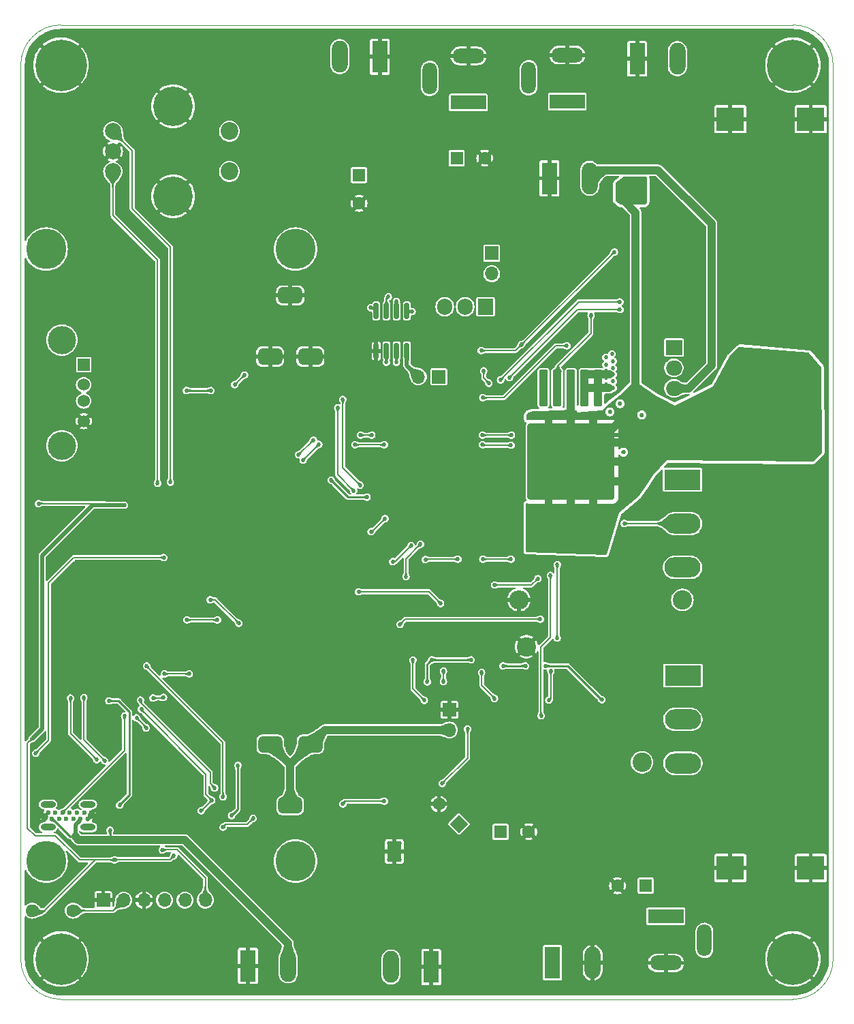
<source format=gbr>
%TF.GenerationSoftware,KiCad,Pcbnew,7.0.8*%
%TF.CreationDate,2023-10-31T22:13:39+02:00*%
%TF.ProjectId,Small_load_V1,536d616c-6c5f-46c6-9f61-645f56312e6b,rev?*%
%TF.SameCoordinates,Original*%
%TF.FileFunction,Copper,L2,Bot*%
%TF.FilePolarity,Positive*%
%FSLAX46Y46*%
G04 Gerber Fmt 4.6, Leading zero omitted, Abs format (unit mm)*
G04 Created by KiCad (PCBNEW 7.0.8) date 2023-10-31 22:13:39*
%MOMM*%
%LPD*%
G01*
G04 APERTURE LIST*
G04 Aperture macros list*
%AMRoundRect*
0 Rectangle with rounded corners*
0 $1 Rounding radius*
0 $2 $3 $4 $5 $6 $7 $8 $9 X,Y pos of 4 corners*
0 Add a 4 corners polygon primitive as box body*
4,1,4,$2,$3,$4,$5,$6,$7,$8,$9,$2,$3,0*
0 Add four circle primitives for the rounded corners*
1,1,$1+$1,$2,$3*
1,1,$1+$1,$4,$5*
1,1,$1+$1,$6,$7*
1,1,$1+$1,$8,$9*
0 Add four rect primitives between the rounded corners*
20,1,$1+$1,$2,$3,$4,$5,0*
20,1,$1+$1,$4,$5,$6,$7,0*
20,1,$1+$1,$6,$7,$8,$9,0*
20,1,$1+$1,$8,$9,$2,$3,0*%
%AMHorizOval*
0 Thick line with rounded ends*
0 $1 width*
0 $2 $3 position (X,Y) of the first rounded end (center of the circle)*
0 $4 $5 position (X,Y) of the second rounded end (center of the circle)*
0 Add line between two ends*
20,1,$1,$2,$3,$4,$5,0*
0 Add two circle primitives to create the rounded ends*
1,1,$1,$2,$3*
1,1,$1,$4,$5*%
%AMRotRect*
0 Rectangle, with rotation*
0 The origin of the aperture is its center*
0 $1 length*
0 $2 width*
0 $3 Rotation angle, in degrees counterclockwise*
0 Add horizontal line*
21,1,$1,$2,0,0,$3*%
G04 Aperture macros list end*
%TA.AperFunction,ComponentPad*%
%ADD10R,4.400000X1.800000*%
%TD*%
%TA.AperFunction,ComponentPad*%
%ADD11O,4.000000X1.800000*%
%TD*%
%TA.AperFunction,ComponentPad*%
%ADD12O,1.800000X4.000000*%
%TD*%
%TA.AperFunction,ComponentPad*%
%ADD13R,1.524000X1.524000*%
%TD*%
%TA.AperFunction,ComponentPad*%
%ADD14C,1.524000*%
%TD*%
%TA.AperFunction,ComponentPad*%
%ADD15C,3.500000*%
%TD*%
%TA.AperFunction,ComponentPad*%
%ADD16R,1.700000X1.700000*%
%TD*%
%TA.AperFunction,ComponentPad*%
%ADD17O,1.700000X1.700000*%
%TD*%
%TA.AperFunction,ComponentPad*%
%ADD18C,3.600000*%
%TD*%
%TA.AperFunction,ConnectorPad*%
%ADD19C,6.400000*%
%TD*%
%TA.AperFunction,ComponentPad*%
%ADD20R,1.980000X3.960000*%
%TD*%
%TA.AperFunction,ComponentPad*%
%ADD21O,1.980000X3.960000*%
%TD*%
%TA.AperFunction,ComponentPad*%
%ADD22C,2.000000*%
%TD*%
%TA.AperFunction,ComponentPad*%
%ADD23C,4.920000*%
%TD*%
%TA.AperFunction,ComponentPad*%
%ADD24C,2.200000*%
%TD*%
%TA.AperFunction,ComponentPad*%
%ADD25R,2.000000X1.905000*%
%TD*%
%TA.AperFunction,ComponentPad*%
%ADD26O,2.000000X1.905000*%
%TD*%
%TA.AperFunction,WasherPad*%
%ADD27C,5.000000*%
%TD*%
%TA.AperFunction,ComponentPad*%
%ADD28R,4.500000X2.500000*%
%TD*%
%TA.AperFunction,ComponentPad*%
%ADD29O,4.500000X2.500000*%
%TD*%
%TA.AperFunction,ComponentPad*%
%ADD30R,1.905000X2.000000*%
%TD*%
%TA.AperFunction,ComponentPad*%
%ADD31O,1.905000X2.000000*%
%TD*%
%TA.AperFunction,ComponentPad*%
%ADD32R,3.500000X3.000000*%
%TD*%
%TA.AperFunction,ComponentPad*%
%ADD33C,0.600000*%
%TD*%
%TA.AperFunction,ComponentPad*%
%ADD34O,1.900000X0.800000*%
%TD*%
%TA.AperFunction,ComponentPad*%
%ADD35C,0.500000*%
%TD*%
%TA.AperFunction,SMDPad,CuDef*%
%ADD36R,1.800000X2.500000*%
%TD*%
%TA.AperFunction,SMDPad,CuDef*%
%ADD37RoundRect,0.150000X0.150000X-0.825000X0.150000X0.825000X-0.150000X0.825000X-0.150000X-0.825000X0*%
%TD*%
%TA.AperFunction,ComponentPad*%
%ADD38RoundRect,0.500000X1.000000X0.500000X-1.000000X0.500000X-1.000000X-0.500000X1.000000X-0.500000X0*%
%TD*%
%TA.AperFunction,ComponentPad*%
%ADD39RoundRect,0.500000X-1.000000X-0.500000X1.000000X-0.500000X1.000000X0.500000X-1.000000X0.500000X0*%
%TD*%
%TA.AperFunction,ComponentPad*%
%ADD40C,2.400000*%
%TD*%
%TA.AperFunction,ComponentPad*%
%ADD41HorizOval,2.400000X0.000000X0.000000X0.000000X0.000000X0*%
%TD*%
%TA.AperFunction,ComponentPad*%
%ADD42C,1.600000*%
%TD*%
%TA.AperFunction,ComponentPad*%
%ADD43O,1.600000X1.600000*%
%TD*%
%TA.AperFunction,SMDPad,CuDef*%
%ADD44RoundRect,0.250000X-0.300000X2.050000X-0.300000X-2.050000X0.300000X-2.050000X0.300000X2.050000X0*%
%TD*%
%TA.AperFunction,SMDPad,CuDef*%
%ADD45RoundRect,0.250000X-2.375000X2.025000X-2.375000X-2.025000X2.375000X-2.025000X2.375000X2.025000X0*%
%TD*%
%TA.AperFunction,SMDPad,CuDef*%
%ADD46RoundRect,0.250002X-5.149998X4.449998X-5.149998X-4.449998X5.149998X-4.449998X5.149998X4.449998X0*%
%TD*%
%TA.AperFunction,ComponentPad*%
%ADD47RotRect,1.600000X1.600000X135.000000*%
%TD*%
%TA.AperFunction,ComponentPad*%
%ADD48O,2.400000X2.400000*%
%TD*%
%TA.AperFunction,ComponentPad*%
%ADD49R,1.600000X1.600000*%
%TD*%
%TA.AperFunction,ViaPad*%
%ADD50C,0.520000*%
%TD*%
%TA.AperFunction,ViaPad*%
%ADD51C,2.000000*%
%TD*%
%TA.AperFunction,Conductor*%
%ADD52C,0.200000*%
%TD*%
%TA.AperFunction,Conductor*%
%ADD53C,0.250000*%
%TD*%
%TA.AperFunction,Conductor*%
%ADD54C,0.500000*%
%TD*%
%TA.AperFunction,Conductor*%
%ADD55C,1.000000*%
%TD*%
%TA.AperFunction,Profile*%
%ADD56C,0.100000*%
%TD*%
G04 APERTURE END LIST*
D10*
%TO.P,J3,1*%
%TO.N,Net-(J9-Pin_1)*%
X105650000Y-59650000D03*
D11*
%TO.P,J3,2*%
%TO.N,GND*%
X105650000Y-53850000D03*
D12*
%TO.P,J3,3*%
%TO.N,N/C*%
X100850000Y-56650000D03*
%TD*%
D13*
%TO.P,J1,1,VBUS*%
%TO.N,+5V*%
X57827500Y-92200000D03*
D14*
%TO.P,J1,2,D-*%
%TO.N,DD-*%
X57827500Y-94700000D03*
%TO.P,J1,3,D+*%
%TO.N,DD+*%
X57827500Y-96700000D03*
%TO.P,J1,4,GND*%
%TO.N,GND*%
X57827500Y-99200000D03*
D15*
%TO.P,J1,5,Shield*%
%TO.N,unconnected-(J1-Shield-Pad5)*%
X55117500Y-89130000D03*
X55117500Y-102270000D03*
%TD*%
D16*
%TO.P,J15,1,Pin_1*%
%TO.N,GND*%
X103300000Y-135025000D03*
D17*
%TO.P,J15,2,Pin_2*%
%TO.N,Net-(J12-Pin_2)*%
X103300000Y-137565000D03*
%TD*%
D18*
%TO.P,H1,1,1*%
%TO.N,GND*%
X55000000Y-55000000D03*
D19*
X55000000Y-55000000D03*
%TD*%
D20*
%TO.P,J16,1,Pin_1*%
%TO.N,GND*%
X78250000Y-166850000D03*
D21*
%TO.P,J16,2,Pin_2*%
%TO.N,Net-(J16-Pin_2)*%
X83250000Y-166850000D03*
%TD*%
D22*
%TO.P,SW3,A,A*%
%TO.N,/ENCODER_A*%
X61450000Y-63200000D03*
%TO.P,SW3,B,B*%
%TO.N,/ENCODER_B*%
X61450000Y-68200000D03*
%TO.P,SW3,C,C*%
%TO.N,GND*%
X61450000Y-65700000D03*
D23*
%TO.P,SW3,MH,MH1*%
X68950000Y-60100000D03*
X68950000Y-71300000D03*
D24*
%TO.P,SW3,S1,S1*%
%TO.N,+3V3*%
X75950000Y-63200000D03*
%TO.P,SW3,S2,S2*%
%TO.N,/SW_OUT*%
X75950000Y-68200000D03*
%TD*%
D25*
%TO.P,Q8,1,G*%
%TO.N,Net-(Q8-G)*%
X131205000Y-90060000D03*
D26*
%TO.P,Q8,2,D*%
%TO.N,Net-(Q8-D)*%
X131205000Y-92600000D03*
%TO.P,Q8,3,S*%
%TO.N,/LDO_Vcc*%
X131205000Y-95140000D03*
%TD*%
D27*
%TO.P,U12,*%
%TO.N,*%
X53150000Y-153850000D03*
X84150000Y-153850000D03*
X53150000Y-77850000D03*
X84150000Y-77850000D03*
%TD*%
D20*
%TO.P,J7,1,Pin_1*%
%TO.N,GND*%
X126635000Y-54200000D03*
D21*
%TO.P,J7,2,Pin_2*%
%TO.N,/LDO_Vout*%
X131635000Y-54200000D03*
%TD*%
D28*
%TO.P,Q10,1,G*%
%TO.N,Net-(Q10-G)*%
X132277500Y-106480000D03*
D29*
%TO.P,Q10,2,D*%
%TO.N,LOAD*%
X132277500Y-111930000D03*
%TO.P,Q10,3,S*%
%TO.N,Net-(Q10-S)*%
X132277500Y-117380000D03*
%TD*%
D20*
%TO.P,J8,1,Pin_1*%
%TO.N,LOAD*%
X116100000Y-166450000D03*
D21*
%TO.P,J8,2,Pin_2*%
%TO.N,GND*%
X121100000Y-166450000D03*
%TD*%
D18*
%TO.P,H4,1,1*%
%TO.N,GND*%
X55000000Y-166000000D03*
D19*
X55000000Y-166000000D03*
%TD*%
D10*
%TO.P,J4,1*%
%TO.N,LOAD*%
X130200000Y-160700000D03*
D11*
%TO.P,J4,2*%
%TO.N,GND*%
X130200000Y-166500000D03*
D12*
%TO.P,J4,3*%
%TO.N,N/C*%
X135000000Y-163700000D03*
%TD*%
D28*
%TO.P,Q3,1,G*%
%TO.N,Net-(Q3-G)*%
X132317500Y-130800000D03*
D29*
%TO.P,Q3,2,D*%
%TO.N,LOAD*%
X132317500Y-136250000D03*
%TO.P,Q3,3,S*%
%TO.N,Net-(Q3-S)*%
X132317500Y-141700000D03*
%TD*%
D30*
%TO.P,U18,1,ADJ*%
%TO.N,Net-(U18-ADJ)*%
X107790000Y-85005000D03*
D31*
%TO.P,U18,2,VO*%
%TO.N,Net-(J13-Pin_1)*%
X105250000Y-85005000D03*
%TO.P,U18,3,VI*%
%TO.N,Net-(J9-Pin_2)*%
X102710000Y-85005000D03*
%TD*%
D20*
%TO.P,J11,1,Pin_1*%
%TO.N,GND*%
X115735000Y-69050000D03*
D21*
%TO.P,J11,2,Pin_2*%
%TO.N,/LDO_Vcc*%
X120735000Y-69050000D03*
%TD*%
D32*
%TO.P,HS1,1*%
%TO.N,GND*%
X138217500Y-154700000D03*
X148217500Y-154700000D03*
%TO.P,HS1,2*%
X138217500Y-61700000D03*
X148217500Y-61700000D03*
%TD*%
D20*
%TO.P,J5,1,Pin_1*%
%TO.N,GND*%
X101030000Y-167000000D03*
D21*
%TO.P,J5,2,Pin_2*%
%TO.N,Net-(J5-Pin_2)*%
X96030000Y-167000000D03*
%TD*%
D18*
%TO.P,H3,1,1*%
%TO.N,GND*%
X146000000Y-166000000D03*
D19*
X146000000Y-166000000D03*
%TD*%
D20*
%TO.P,J6,1,Pin_1*%
%TO.N,GND*%
X94650000Y-53950000D03*
D21*
%TO.P,J6,2,Pin_2*%
%TO.N,Net-(J6-Pin_2)*%
X89650000Y-53950000D03*
%TD*%
D33*
%TO.P,J14,A1,GND*%
%TO.N,GND*%
X53400000Y-147830000D03*
%TO.P,J14,A4,VBUS*%
%TO.N,Net-(J16-Pin_2)*%
X54300000Y-147830000D03*
%TO.P,J14,A5,CC1*%
%TO.N,/CC1*%
X55200000Y-147830000D03*
%TO.P,J14,A6,D+*%
%TO.N,D+*%
X56100000Y-147830000D03*
%TO.P,J14,A7,D-*%
%TO.N,D-*%
X57000000Y-147830000D03*
%TO.P,J14,A9,VBUS*%
%TO.N,Net-(J16-Pin_2)*%
X57900000Y-147830000D03*
%TO.P,J14,A12,GND*%
%TO.N,GND*%
X58800000Y-147830000D03*
%TO.P,J14,B1,GND*%
X58350000Y-148610000D03*
%TO.P,J14,B4,VBUS*%
%TO.N,Net-(J16-Pin_2)*%
X57450000Y-148610000D03*
%TO.P,J14,B5,CC2*%
%TO.N,/CC2*%
X56550000Y-148610000D03*
%TO.P,J14,B6,D+*%
%TO.N,D+*%
X55650000Y-148610000D03*
%TO.P,J14,B7,D-*%
%TO.N,D-*%
X54750000Y-148610000D03*
%TO.P,J14,B9,VBUS*%
%TO.N,Net-(J16-Pin_2)*%
X53850000Y-148610000D03*
%TO.P,J14,B12,GND*%
%TO.N,GND*%
X52950000Y-148610000D03*
D34*
%TO.P,J14,MH*%
%TO.N,N/C*%
X58350000Y-146790000D03*
X53400000Y-146790000D03*
X58350000Y-149650000D03*
X53400000Y-149650000D03*
%TD*%
D16*
%TO.P,J13,1,Pin_1*%
%TO.N,Net-(J13-Pin_1)*%
X101975000Y-93700000D03*
D17*
%TO.P,J13,2,Pin_2*%
%TO.N,+15V*%
X99435000Y-93700000D03*
%TD*%
D16*
%TO.P,J9,1,Pin_1*%
%TO.N,Net-(J9-Pin_1)*%
X108550000Y-78360000D03*
D17*
%TO.P,J9,2,Pin_2*%
%TO.N,Net-(J9-Pin_2)*%
X108550000Y-80900000D03*
%TD*%
D16*
%TO.P,J2,1,Pin_1*%
%TO.N,GND*%
X60250000Y-158700000D03*
D17*
%TO.P,J2,2,Pin_2*%
%TO.N,Net-(J2-Pin_2)*%
X62790000Y-158700000D03*
%TO.P,J2,3,Pin_3*%
%TO.N,GND*%
X65330000Y-158700000D03*
%TO.P,J2,4,Pin_4*%
%TO.N,I2C_CLK*%
X67870000Y-158700000D03*
%TO.P,J2,5,Pin_5*%
%TO.N,I2C_SDA*%
X70410000Y-158700000D03*
%TO.P,J2,6,Pin_6*%
%TO.N,+5V*%
X72950000Y-158700000D03*
%TD*%
D10*
%TO.P,J10,1*%
%TO.N,/LDO_Vcc*%
X117950000Y-59550000D03*
D11*
%TO.P,J10,2*%
%TO.N,GND*%
X117950000Y-53750000D03*
D12*
%TO.P,J10,3*%
%TO.N,N/C*%
X113150000Y-56550000D03*
%TD*%
D18*
%TO.P,H2,1,1*%
%TO.N,GND*%
X146000000Y-55000000D03*
D19*
X146000000Y-55000000D03*
%TD*%
D35*
%TO.P,U11,9,Thermal*%
%TO.N,GND*%
X97100000Y-153650000D03*
X97100000Y-152650000D03*
X97100000Y-151650000D03*
D36*
X96450000Y-152650000D03*
D35*
X95800000Y-153650000D03*
X95800000Y-152650000D03*
X95800000Y-151650000D03*
%TD*%
D37*
%TO.P,U6,1,VDD*%
%TO.N,+15V*%
X98005000Y-90475000D03*
%TO.P,U6,2,HI*%
%TO.N,/Driver_High_gate*%
X96735000Y-90475000D03*
%TO.P,U6,3,LI*%
%TO.N,/Driver_Low_gate*%
X95465000Y-90475000D03*
%TO.P,U6,4,VSS*%
%TO.N,GND*%
X94195000Y-90475000D03*
%TO.P,U6,5,LO*%
%TO.N,/buck/LO1*%
X94195000Y-85525000D03*
%TO.P,U6,6,HS*%
%TO.N,/buck/buck_SW_node*%
X95465000Y-85525000D03*
%TO.P,U6,7,HO*%
%TO.N,/buck/HO1*%
X96735000Y-85525000D03*
%TO.P,U6,8,HB*%
%TO.N,/buck/HB1*%
X98005000Y-85525000D03*
%TD*%
D38*
%TO.P,J12,1,Pin_1*%
%TO.N,GND*%
X83500000Y-83600000D03*
X86000000Y-91200000D03*
X81000000Y-91200000D03*
D39*
%TO.P,J12,2,Pin_2*%
%TO.N,Net-(J12-Pin_2)*%
X86000000Y-139333000D03*
X81000000Y-139333000D03*
X83500000Y-146933000D03*
%TD*%
D40*
%TO.P,R47,1*%
%TO.N,Net-(Q3-S)*%
X127234205Y-141584205D03*
D41*
%TO.P,R47,2*%
%TO.N,GND*%
X112865795Y-127215795D03*
%TD*%
D42*
%TO.P,R13,1*%
%TO.N,Net-(J2-Pin_2)*%
X56490000Y-160000000D03*
D43*
%TO.P,R13,2*%
%TO.N,+3V3*%
X51410000Y-160000000D03*
%TD*%
D44*
%TO.P,U7,1,NC*%
%TO.N,unconnected-(U7-NC-Pad1)*%
X115000000Y-95100000D03*
%TO.P,U7,2,SET*%
%TO.N,Net-(U7-SET)*%
X116700000Y-95100000D03*
%TO.P,U7,3,OUT*%
%TO.N,/LT3080_output*%
X118400000Y-95100000D03*
D45*
X121175000Y-101825000D03*
X115625000Y-101825000D03*
D46*
X118400000Y-104250000D03*
D45*
X121175000Y-106675000D03*
X115625000Y-106675000D03*
D44*
%TO.P,U7,4,VCONTROL*%
%TO.N,/LT3080_input*%
X120100000Y-95100000D03*
%TO.P,U7,5,IN*%
X121800000Y-95100000D03*
%TD*%
D47*
%TO.P,C28,1*%
%TO.N,/CELL_CHARGER/Buck_out*%
X104467397Y-149237437D03*
D42*
%TO.P,C28,2*%
%TO.N,GND*%
X101992523Y-146762563D03*
%TD*%
D40*
%TO.P,R22,1*%
%TO.N,Net-(Q10-S)*%
X132260000Y-121400000D03*
D48*
%TO.P,R22,2*%
%TO.N,GND*%
X111940000Y-121400000D03*
%TD*%
D49*
%TO.P,C27,1*%
%TO.N,LOAD*%
X127702651Y-156900000D03*
D42*
%TO.P,C27,2*%
%TO.N,GND*%
X124202651Y-156900000D03*
%TD*%
D49*
%TO.P,C31,1*%
%TO.N,/CELL_CHARGER/Buck_out*%
X109647349Y-150200000D03*
D42*
%TO.P,C31,2*%
%TO.N,GND*%
X113147349Y-150200000D03*
%TD*%
D49*
%TO.P,C44,1*%
%TO.N,Net-(J9-Pin_1)*%
X104197349Y-66550000D03*
D42*
%TO.P,C44,2*%
%TO.N,GND*%
X107697349Y-66550000D03*
%TD*%
D49*
%TO.P,C43,1*%
%TO.N,/buck/buck_out*%
X92050000Y-68647349D03*
D42*
%TO.P,C43,2*%
%TO.N,GND*%
X92050000Y-72147349D03*
%TD*%
D50*
%TO.N,GND*%
X91450000Y-101300000D03*
X144103395Y-84215000D03*
X64850000Y-138500000D03*
X108900000Y-117150000D03*
X141103395Y-87215000D03*
X147103395Y-159215000D03*
X107250000Y-115400000D03*
X50724500Y-135050000D03*
X90450000Y-77500000D03*
X109050000Y-71550000D03*
X144103395Y-108215000D03*
X144103395Y-72215000D03*
X100800000Y-96100000D03*
X114150000Y-117850000D03*
X87103395Y-114215000D03*
X63103395Y-126215000D03*
X147103395Y-123215000D03*
X67500000Y-122200000D03*
X72103395Y-75215000D03*
X75103395Y-72215000D03*
X144103395Y-156215000D03*
X57103395Y-78215000D03*
X63103395Y-105215000D03*
X120103395Y-51215000D03*
X120103395Y-156215000D03*
X121250000Y-128300000D03*
X135103395Y-126215000D03*
X78143236Y-141886645D03*
X113350000Y-124800000D03*
X51103395Y-102215000D03*
X129103395Y-150215000D03*
X51103395Y-87215000D03*
X67300000Y-156850000D03*
X126103395Y-129215000D03*
X98000000Y-113950000D03*
X147103395Y-108215000D03*
X81103395Y-120215000D03*
X129103395Y-60215000D03*
X111103395Y-147215000D03*
X114103395Y-168215000D03*
X90250000Y-73000000D03*
X123103395Y-165215000D03*
X84103395Y-87215000D03*
X109000000Y-128200000D03*
X81103395Y-159215000D03*
X62785817Y-147748335D03*
X59200000Y-125500000D03*
X51103395Y-93215000D03*
X111103395Y-153215000D03*
X90103395Y-51215000D03*
X97550000Y-132950000D03*
X107400000Y-97300000D03*
X58500000Y-124800000D03*
X129103395Y-51215000D03*
X50850000Y-133750000D03*
X101450000Y-131900000D03*
X105250000Y-122850000D03*
X54103395Y-99215000D03*
X89800000Y-75650000D03*
X122000000Y-86000000D03*
X135103395Y-54215000D03*
X117103395Y-75215000D03*
X138103395Y-165215000D03*
X123103395Y-54215000D03*
X51500000Y-127350000D03*
X97350000Y-111800000D03*
X126103395Y-63215000D03*
X117103395Y-66215000D03*
X95750000Y-136250000D03*
X81103395Y-63215000D03*
X141103395Y-144215000D03*
X117103395Y-51215000D03*
X63103395Y-168215000D03*
X75103395Y-129215000D03*
X89050000Y-73850000D03*
X61150000Y-108750000D03*
X141103395Y-105215000D03*
X81103395Y-81215000D03*
X51550000Y-125000000D03*
X111103395Y-51215000D03*
X144103395Y-105215000D03*
X70850000Y-94150000D03*
X81103395Y-111215000D03*
X108100000Y-72000000D03*
X54103395Y-72215000D03*
X90103395Y-165215000D03*
X102103395Y-69215000D03*
X99950000Y-111950000D03*
X75103395Y-132215000D03*
X111103395Y-63215000D03*
X93150000Y-107000000D03*
X72103395Y-78215000D03*
X112950000Y-92400000D03*
X132103395Y-114215000D03*
X111103395Y-72215000D03*
X69103395Y-63215000D03*
X107800000Y-89750000D03*
X63103395Y-57215000D03*
X61650000Y-152800000D03*
X88550000Y-73050000D03*
X60850000Y-88850000D03*
X64900000Y-161750000D03*
X128850000Y-82350000D03*
X111103395Y-168215000D03*
X62550000Y-108750000D03*
X51103395Y-105215000D03*
X51450000Y-113300000D03*
X54103395Y-51215000D03*
X84750000Y-133850000D03*
X126103395Y-51215000D03*
X108950000Y-125950000D03*
X144103395Y-126215000D03*
X129103395Y-147215000D03*
X57800000Y-125500000D03*
X83550000Y-136250000D03*
X54103395Y-162215000D03*
X68450000Y-149600000D03*
X111000000Y-118750000D03*
X109600000Y-134250000D03*
X90650000Y-117600000D03*
X60103395Y-165215000D03*
X105103395Y-51215000D03*
X97750000Y-128850000D03*
X126103395Y-66215000D03*
X135103395Y-120215000D03*
X72300000Y-143450000D03*
X144103395Y-129215000D03*
X51103395Y-84215000D03*
X135103395Y-159215000D03*
X108150000Y-72850000D03*
X96500000Y-112550000D03*
X138103395Y-66215000D03*
X90300000Y-109350000D03*
X141103395Y-57215000D03*
X84103395Y-51215000D03*
X109100000Y-68550000D03*
X102103395Y-81215000D03*
X84103395Y-132215000D03*
X64450000Y-123650000D03*
X72050000Y-156450000D03*
X57800000Y-124100000D03*
X115950000Y-80700000D03*
X115300000Y-127750000D03*
X70800000Y-96600000D03*
X144103395Y-75215000D03*
X63103395Y-72215000D03*
X138103395Y-105215000D03*
X66103395Y-126215000D03*
X88750000Y-132750000D03*
X138103395Y-54215000D03*
X94200000Y-89150000D03*
X114103395Y-141215000D03*
X144103395Y-141215000D03*
X67000000Y-129550000D03*
X81103395Y-54215000D03*
X121911509Y-83219589D03*
X147103395Y-78215000D03*
X110950000Y-99850000D03*
X87103395Y-51215000D03*
X109650000Y-92950000D03*
X111103395Y-108215000D03*
X105103395Y-162215000D03*
X120103395Y-75215000D03*
X126103395Y-126215000D03*
X51450000Y-117150000D03*
X109100000Y-70650000D03*
X147103395Y-111215000D03*
X61050000Y-84350000D03*
X93103395Y-132215000D03*
X72103395Y-60215000D03*
X75103395Y-57215000D03*
X107400000Y-99900000D03*
X111103395Y-111215000D03*
X138103395Y-87215000D03*
X95550000Y-116000000D03*
X109050000Y-132500000D03*
X93450000Y-113950000D03*
X99103395Y-162215000D03*
X111103395Y-141215000D03*
X123700000Y-139500000D03*
X57850000Y-128500000D03*
X69103395Y-144215000D03*
X63103395Y-69215000D03*
X51103395Y-60215000D03*
X57103395Y-66215000D03*
X84103395Y-96215000D03*
X87103395Y-162215000D03*
X72000000Y-101800000D03*
X78103395Y-129215000D03*
X99900000Y-115550000D03*
X63103395Y-81215000D03*
X126103395Y-60215000D03*
X64200000Y-83450000D03*
X87103395Y-141215000D03*
X106650000Y-128050000D03*
X117103395Y-153215000D03*
X96103395Y-162215000D03*
X54103395Y-93215000D03*
X114103395Y-69215000D03*
X95850000Y-155750000D03*
X66103395Y-165215000D03*
X86950000Y-73050000D03*
X108103395Y-57215000D03*
X126103395Y-144215000D03*
X75103395Y-75215000D03*
X75103395Y-111215000D03*
X81103395Y-123215000D03*
X88600000Y-100200000D03*
X114103395Y-60215000D03*
X67750000Y-96450000D03*
X61050000Y-99950000D03*
X84103395Y-81215000D03*
X141103395Y-108215000D03*
X74300000Y-124850000D03*
X105800000Y-91100000D03*
X87103395Y-168215000D03*
X144103395Y-81215000D03*
X96103395Y-87215000D03*
X135103395Y-51215000D03*
X147103395Y-75215000D03*
X141103395Y-129215000D03*
X66103395Y-66215000D03*
X51103395Y-165215000D03*
X99103395Y-60215000D03*
X78103395Y-99215000D03*
X96700000Y-95350000D03*
X90103395Y-81215000D03*
X60103395Y-168215000D03*
X120103395Y-159215000D03*
X113400000Y-77400000D03*
X89800000Y-78000000D03*
X129103395Y-120215000D03*
X141103395Y-84215000D03*
X95200000Y-95450000D03*
X67233146Y-118720157D03*
X81103395Y-165215000D03*
X138103395Y-108215000D03*
X90000000Y-147650000D03*
X84103395Y-123215000D03*
X87103395Y-99215000D03*
X89200000Y-138950000D03*
X58450000Y-126250000D03*
X63103395Y-120215000D03*
X67700000Y-106200000D03*
X68600000Y-133700000D03*
X107500000Y-117350000D03*
X81103395Y-156215000D03*
X110850000Y-103050000D03*
X111103395Y-156215000D03*
X147103395Y-117215000D03*
X123103395Y-60215000D03*
X57275000Y-138000000D03*
X69350000Y-100200000D03*
X102800000Y-91450000D03*
X93103395Y-60215000D03*
X102103395Y-54215000D03*
X115850000Y-117250000D03*
X51450000Y-122800000D03*
X87103395Y-132215000D03*
X107100000Y-73700000D03*
X141103395Y-60215000D03*
X90103395Y-84215000D03*
X56600000Y-107250000D03*
X62400000Y-121800000D03*
X109050000Y-130550000D03*
X55200000Y-116150000D03*
X118150000Y-79150000D03*
X65050000Y-120200000D03*
X111103395Y-138215000D03*
X103650000Y-145250000D03*
X107500000Y-129550000D03*
X108950000Y-103300000D03*
X65200000Y-144000000D03*
X81103395Y-72215000D03*
X102103395Y-60215000D03*
X141103395Y-54215000D03*
X90103395Y-63215000D03*
X108103395Y-63215000D03*
X78103395Y-156215000D03*
X114103395Y-72215000D03*
X114103395Y-153215000D03*
X132103395Y-123215000D03*
X118700000Y-91500000D03*
X141103395Y-150215000D03*
X138103395Y-51215000D03*
X78103395Y-114215000D03*
X70800000Y-100450000D03*
X68350000Y-112900000D03*
X78103395Y-132215000D03*
X123103395Y-66215000D03*
X69450000Y-105600000D03*
X132950000Y-68750000D03*
X78100000Y-147550000D03*
X138103395Y-57215000D03*
X132450000Y-73350000D03*
X141103395Y-135215000D03*
X59200000Y-124100000D03*
X114103395Y-156215000D03*
X94400000Y-101500000D03*
X86250000Y-73000000D03*
X51103395Y-108215000D03*
X82150000Y-67000000D03*
X129103395Y-66215000D03*
X120103395Y-150215000D03*
X64000000Y-152850000D03*
X75103395Y-102215000D03*
X147103395Y-66215000D03*
X96000000Y-145700000D03*
X90750000Y-95500000D03*
X141103395Y-63215000D03*
X147103395Y-120215000D03*
X69103395Y-114215000D03*
X138103395Y-72215000D03*
X121150000Y-136400000D03*
X90103395Y-66215000D03*
X67000000Y-127400000D03*
X65100000Y-103200000D03*
X90650000Y-98100000D03*
X97200000Y-117500000D03*
X114103395Y-66215000D03*
X90500000Y-76250000D03*
X78103395Y-108215000D03*
X105950000Y-92050000D03*
X60600000Y-124100000D03*
X120103395Y-129215000D03*
X56000000Y-118500000D03*
X84103395Y-57215000D03*
X58600000Y-153150000D03*
X57103395Y-60215000D03*
X86500000Y-73950000D03*
X96103395Y-57215000D03*
X51103395Y-69215000D03*
X108103395Y-165215000D03*
X60103395Y-147215000D03*
X120103395Y-57215000D03*
X86900000Y-103450000D03*
X93103395Y-63215000D03*
X107500000Y-121750000D03*
X57103395Y-105215000D03*
X116600000Y-128850000D03*
X74400000Y-147150000D03*
X110950000Y-124500000D03*
X63103395Y-60215000D03*
X124800000Y-83350000D03*
X105103395Y-57215000D03*
X75103395Y-78215000D03*
X144103395Y-78215000D03*
X135103395Y-144215000D03*
X99103395Y-51215000D03*
X87103395Y-123215000D03*
X53150000Y-158100000D03*
X88750000Y-145800000D03*
X54103395Y-63215000D03*
X67750000Y-103400000D03*
X65350000Y-149950000D03*
X144103395Y-144215000D03*
X105103395Y-99215000D03*
X87312210Y-73842240D03*
X111103395Y-105215000D03*
X72103395Y-51215000D03*
X132103395Y-87215000D03*
X114103395Y-159215000D03*
X99600000Y-98350000D03*
X97650000Y-145050000D03*
X93300000Y-92200000D03*
X96103395Y-60215000D03*
X63103395Y-123215000D03*
X113350000Y-123150000D03*
X111103395Y-81215000D03*
X96103395Y-69215000D03*
X81103395Y-150215000D03*
X108150000Y-87800000D03*
X94200000Y-100200000D03*
X117103395Y-159215000D03*
X93800000Y-109250000D03*
X105200000Y-127500000D03*
X66103395Y-54215000D03*
X51103395Y-162215000D03*
X117103395Y-156215000D03*
X144103395Y-147215000D03*
X96250000Y-149300000D03*
X87103395Y-87215000D03*
X141103395Y-75215000D03*
X55200000Y-81750000D03*
X66103395Y-51215000D03*
X81103395Y-147215000D03*
X130800000Y-79150000D03*
X108250000Y-122950000D03*
X75103395Y-168215000D03*
X72100000Y-120400000D03*
X90950000Y-73450000D03*
D51*
X60200000Y-137450000D03*
D50*
X54750000Y-122700000D03*
X80931351Y-132094503D03*
X120103395Y-147215000D03*
X87103395Y-93215000D03*
X96650000Y-104600000D03*
X132103395Y-126215000D03*
X90103395Y-132215000D03*
X138103395Y-159215000D03*
X108900000Y-118550000D03*
X84103395Y-126215000D03*
X75103395Y-54215000D03*
X60103395Y-93215000D03*
X57103395Y-69215000D03*
X108100000Y-73850000D03*
X138103395Y-84215000D03*
X54650000Y-127700000D03*
X87103395Y-159215000D03*
X59900000Y-123400000D03*
X147103395Y-126215000D03*
X88500000Y-151650000D03*
X88100000Y-122050000D03*
X141103395Y-111215000D03*
X54700000Y-130000000D03*
X72103395Y-117215000D03*
X58000000Y-142300000D03*
X120103395Y-141215000D03*
X138103395Y-78215000D03*
X111103395Y-66215000D03*
X104250000Y-117200000D03*
X76000000Y-124750000D03*
X131100000Y-73500000D03*
X101100000Y-142935000D03*
X124750000Y-79200000D03*
X147103395Y-51215000D03*
X117750000Y-122050000D03*
X72103395Y-57215000D03*
X138103395Y-69215000D03*
X63350000Y-127450000D03*
X84103395Y-150215000D03*
X101300000Y-105350000D03*
X117500000Y-117800000D03*
X126103395Y-168215000D03*
X113000000Y-133850000D03*
X117103395Y-162215000D03*
X111103395Y-114215000D03*
X87750000Y-73050000D03*
X114103395Y-165215000D03*
X99150000Y-136350000D03*
X101650000Y-91850000D03*
X114103395Y-138215000D03*
X108100000Y-69250000D03*
X114103395Y-51215000D03*
X75100000Y-147850000D03*
X123103395Y-69215000D03*
X147103395Y-150215000D03*
X135103395Y-63215000D03*
X60103395Y-54215000D03*
X53150000Y-107000000D03*
X114103395Y-147215000D03*
X129103395Y-87215000D03*
X135103395Y-105215000D03*
X115250000Y-122300000D03*
X75103395Y-135215000D03*
X93350000Y-141800000D03*
X75103395Y-126215000D03*
X87103395Y-150215000D03*
X141103395Y-120215000D03*
X102103395Y-108215000D03*
X90550000Y-75000000D03*
X93950000Y-97150000D03*
X123103395Y-51215000D03*
X66103395Y-57215000D03*
X51103395Y-66215000D03*
X102103395Y-162215000D03*
X54750000Y-124900000D03*
X132103395Y-156215000D03*
X73400000Y-96400000D03*
X147103395Y-162215000D03*
X51103395Y-54215000D03*
X72103395Y-138215000D03*
X147103395Y-105215000D03*
X126103395Y-150215000D03*
X141103395Y-114215000D03*
X57103395Y-75215000D03*
X147103395Y-132215000D03*
X82100000Y-68950000D03*
X51450000Y-118950000D03*
X93103395Y-57215000D03*
X90103395Y-57215000D03*
X114550000Y-88400000D03*
X105950000Y-73700000D03*
X75103395Y-66215000D03*
X105103395Y-168215000D03*
X88100000Y-120600000D03*
X60800000Y-85200000D03*
X78103395Y-51215000D03*
X106450000Y-101550000D03*
X132103395Y-138215000D03*
X50724500Y-136600000D03*
X135103395Y-153215000D03*
X141103395Y-66215000D03*
X87103395Y-156215000D03*
X129103395Y-168215000D03*
X96700000Y-141600000D03*
X54800000Y-120000000D03*
X111103395Y-60215000D03*
X123250000Y-98050000D03*
X102103395Y-114215000D03*
X141103395Y-165215000D03*
X85500000Y-101250000D03*
X129103395Y-54215000D03*
X135103395Y-60215000D03*
X51103395Y-99215000D03*
X66103395Y-168215000D03*
X135103395Y-156215000D03*
X90103395Y-123215000D03*
X51103395Y-75215000D03*
X117103395Y-141215000D03*
X99103395Y-63215000D03*
X101650000Y-127950000D03*
X72200000Y-133350000D03*
X57103395Y-162215000D03*
X72103395Y-69215000D03*
X66103395Y-123215000D03*
X144103395Y-114215000D03*
X135103395Y-123215000D03*
X76550000Y-136650000D03*
X66750000Y-138000000D03*
X113300000Y-94550000D03*
X75103395Y-108215000D03*
X84103395Y-63215000D03*
X69103395Y-147215000D03*
X92400000Y-123650000D03*
X107300000Y-74650000D03*
X62950000Y-117300000D03*
X51255000Y-135800000D03*
X108050000Y-68250000D03*
X60103395Y-60215000D03*
X84103395Y-162215000D03*
X147103395Y-129215000D03*
X108900000Y-99850000D03*
X101400000Y-98950000D03*
X108050000Y-71100000D03*
X76150000Y-145250000D03*
X124900000Y-77200000D03*
X89400000Y-73000000D03*
X59850000Y-97500000D03*
X117103395Y-63215000D03*
X126103395Y-135215000D03*
X141103395Y-159215000D03*
X129103395Y-114215000D03*
X93103395Y-168215000D03*
X87103395Y-126215000D03*
X81103395Y-51215000D03*
X144103395Y-162215000D03*
X144103395Y-132215000D03*
X67700000Y-135450000D03*
X109050000Y-72550000D03*
X114103395Y-162215000D03*
X72103395Y-66215000D03*
X118950000Y-128800000D03*
X111103395Y-159215000D03*
X75103395Y-99215000D03*
X99103395Y-168215000D03*
X63103395Y-78215000D03*
X51103395Y-81215000D03*
X67100000Y-125150000D03*
X99103395Y-165215000D03*
X52250000Y-139100000D03*
X75103395Y-60215000D03*
X87103395Y-117215000D03*
X147103395Y-141215000D03*
X90103395Y-60215000D03*
X54103395Y-105215000D03*
X72103395Y-114215000D03*
X111103395Y-75215000D03*
X135103395Y-108215000D03*
X129103395Y-111215000D03*
X147103395Y-87215000D03*
X114103395Y-75215000D03*
X132103395Y-162215000D03*
X87103395Y-165215000D03*
X102103395Y-51215000D03*
X125650000Y-111250000D03*
X147103395Y-135215000D03*
X108850000Y-101600000D03*
X64750000Y-156600000D03*
X107350000Y-95300000D03*
X117450000Y-136375000D03*
X81103395Y-57215000D03*
X147103395Y-81215000D03*
X101050000Y-138950000D03*
X123103395Y-72215000D03*
X138103395Y-81215000D03*
X69103395Y-51215000D03*
X147103395Y-84215000D03*
X144103395Y-111215000D03*
X108800000Y-74600000D03*
X105103395Y-87215000D03*
X102300000Y-145100000D03*
X120250000Y-91450000D03*
X129103395Y-117215000D03*
X129103395Y-126215000D03*
X147103395Y-138215000D03*
X144103395Y-150215000D03*
X141103395Y-156215000D03*
X75103395Y-162215000D03*
X129103395Y-132215000D03*
X120103395Y-72215000D03*
X135103395Y-168215000D03*
X126103395Y-147215000D03*
X102103395Y-87215000D03*
X87400000Y-107050000D03*
X99103395Y-87215000D03*
X58500000Y-123400000D03*
X62050000Y-145800000D03*
X129103395Y-129215000D03*
X141103395Y-138215000D03*
X123103395Y-147215000D03*
X102700000Y-117000000D03*
X120103395Y-144215000D03*
X51103395Y-63215000D03*
X126103395Y-165215000D03*
X117103395Y-144215000D03*
X84103395Y-159215000D03*
X111103395Y-54215000D03*
X138103395Y-162215000D03*
X120103395Y-117215000D03*
X105150000Y-125950000D03*
X141103395Y-168215000D03*
X127200000Y-98450000D03*
X111050000Y-115350000D03*
X144103395Y-60215000D03*
X81103395Y-87215000D03*
X144103395Y-66215000D03*
X135103395Y-57215000D03*
X90700000Y-111250000D03*
X129103395Y-57215000D03*
X75103395Y-114215000D03*
X72103395Y-72215000D03*
X78103395Y-66215000D03*
X105500000Y-136150000D03*
X130800000Y-77150000D03*
X135103395Y-117215000D03*
X133100000Y-69600000D03*
X135103395Y-66215000D03*
X144103395Y-120215000D03*
X58000000Y-120900000D03*
X126103395Y-156215000D03*
X60103395Y-162215000D03*
X108950000Y-97000000D03*
X75103395Y-117215000D03*
X84103395Y-117215000D03*
X114750000Y-90650000D03*
X59900000Y-124800000D03*
X111103395Y-162215000D03*
X69103395Y-135215000D03*
X65200000Y-142450000D03*
X54103395Y-69215000D03*
X126103395Y-57215000D03*
X123103395Y-168215000D03*
X90150000Y-142400000D03*
X132103395Y-168215000D03*
X109150000Y-69500000D03*
X72103395Y-132215000D03*
X126103395Y-114215000D03*
X88100000Y-147500000D03*
X78103395Y-111215000D03*
X75103395Y-51215000D03*
X117103395Y-72215000D03*
X60103395Y-72215000D03*
X147103395Y-69215000D03*
X122600000Y-129650000D03*
X96103395Y-132215000D03*
X112250000Y-117150000D03*
X123103395Y-63215000D03*
X51103395Y-57215000D03*
X75103395Y-96215000D03*
X63103395Y-63215000D03*
X63103395Y-162215000D03*
X113400000Y-135850000D03*
X60103395Y-102215000D03*
X90103395Y-126215000D03*
X99750000Y-117200000D03*
X135103395Y-138215000D03*
X89900000Y-73800000D03*
X78103395Y-102215000D03*
X51103395Y-111215000D03*
X97200000Y-123200000D03*
X73750000Y-156400000D03*
X92900000Y-117450000D03*
X126103395Y-120215000D03*
X108100000Y-70250000D03*
X123103395Y-75215000D03*
X144103395Y-153215000D03*
X126103395Y-153215000D03*
X66000000Y-134500000D03*
X147103395Y-72215000D03*
X78103395Y-60215000D03*
X60103395Y-75215000D03*
X71500000Y-123050000D03*
X141103395Y-147215000D03*
X100200000Y-134700000D03*
X141103395Y-69215000D03*
X108103395Y-51215000D03*
X81103395Y-102215000D03*
X51103395Y-72215000D03*
X141103395Y-78215000D03*
X115900000Y-136300000D03*
X64350000Y-91600000D03*
X93750000Y-111000000D03*
X75103395Y-165215000D03*
X66103395Y-63215000D03*
X141103395Y-117215000D03*
X141103395Y-162215000D03*
X60600000Y-125500000D03*
X51450000Y-120850000D03*
X60103395Y-57215000D03*
X63250000Y-83450000D03*
X111103395Y-144215000D03*
X57103395Y-72215000D03*
X77250000Y-122400000D03*
X141103395Y-132215000D03*
X109050000Y-73550000D03*
X123700000Y-121350000D03*
X90103395Y-114215000D03*
X78103395Y-162215000D03*
X88600000Y-96650000D03*
X66103395Y-69215000D03*
X114103395Y-144215000D03*
X144103395Y-138215000D03*
X54103395Y-96215000D03*
X98300000Y-155700000D03*
X144103395Y-135215000D03*
X93400000Y-140350000D03*
X81103395Y-96215000D03*
X108150000Y-124500000D03*
X63103395Y-54215000D03*
X141103395Y-72215000D03*
X90103395Y-168215000D03*
X66250000Y-117200000D03*
X94450000Y-123200000D03*
X102103395Y-63215000D03*
X62000000Y-149950000D03*
X123500000Y-137350000D03*
X84103395Y-93215000D03*
X57103395Y-144215000D03*
X124505914Y-97030964D03*
X105150000Y-120750000D03*
X53550000Y-117850000D03*
X144103395Y-69215000D03*
X111100000Y-89450000D03*
X59900000Y-126200000D03*
X120103395Y-153215000D03*
X52500000Y-142750000D03*
X99103395Y-54215000D03*
X78103395Y-153215000D03*
X117103395Y-147215000D03*
X83600000Y-103000000D03*
X101900000Y-89500000D03*
X111103395Y-57215000D03*
X124550000Y-86300000D03*
X111103395Y-126215000D03*
X69103395Y-75215000D03*
X71100000Y-127350000D03*
X63103395Y-165215000D03*
X72103395Y-63215000D03*
X61050000Y-119800000D03*
X60850000Y-87950000D03*
X126103395Y-117215000D03*
X78103395Y-57215000D03*
X89850000Y-76850000D03*
X51450000Y-115750000D03*
X96103395Y-51215000D03*
X129103395Y-108215000D03*
X71400000Y-124600000D03*
X81103395Y-108215000D03*
X84103395Y-54215000D03*
X71700000Y-145750000D03*
X147103395Y-147215000D03*
X123103395Y-153215000D03*
X129103395Y-63215000D03*
X96550000Y-138800000D03*
X74450000Y-142950000D03*
X60103395Y-51215000D03*
X135103395Y-69215000D03*
X114103395Y-63215000D03*
X90850000Y-104150000D03*
X65200000Y-143200000D03*
X132103395Y-159215000D03*
X88800000Y-150050000D03*
X106150000Y-74600000D03*
X99103395Y-69215000D03*
X93500000Y-102800000D03*
X72103395Y-111215000D03*
X84103395Y-108215000D03*
X87103395Y-96215000D03*
X84103395Y-120215000D03*
X123103395Y-57215000D03*
X78103395Y-135215000D03*
X147103395Y-114215000D03*
X57650000Y-117500000D03*
X141103395Y-51215000D03*
X93103395Y-51215000D03*
X132103395Y-51215000D03*
X57103395Y-51215000D03*
X51103395Y-126215000D03*
X105103395Y-165215000D03*
X141103395Y-123215000D03*
X111103395Y-165215000D03*
X117103395Y-150215000D03*
X144103395Y-51215000D03*
X93103395Y-90215000D03*
X69103395Y-54215000D03*
X81103395Y-126215000D03*
X69103395Y-66215000D03*
X132103395Y-144215000D03*
X85600000Y-104850000D03*
X108900000Y-115350000D03*
X60103395Y-78215000D03*
X123103395Y-150215000D03*
X72103395Y-54215000D03*
X57103395Y-63215000D03*
X76050000Y-140950000D03*
X81103395Y-75215000D03*
X77150000Y-150000000D03*
X69103395Y-141215000D03*
X144103395Y-117215000D03*
X111103395Y-69215000D03*
X132103395Y-147215000D03*
X126103395Y-132215000D03*
X147103395Y-144215000D03*
X60500000Y-117350000D03*
X138103395Y-168215000D03*
X89700000Y-74650000D03*
X81103395Y-84215000D03*
X141103395Y-153215000D03*
X116550000Y-127200000D03*
X88700000Y-105200000D03*
X84103395Y-60215000D03*
X88164129Y-73896618D03*
X108103395Y-168215000D03*
X123103395Y-141215000D03*
X81103395Y-93215000D03*
X96103395Y-63215000D03*
X67200000Y-77850000D03*
X93103395Y-87215000D03*
X97250000Y-121250000D03*
X108103395Y-162215000D03*
X107400000Y-103200000D03*
X78103395Y-63215000D03*
X103450000Y-129700000D03*
X84103395Y-99215000D03*
X81103395Y-168215000D03*
X99103395Y-57215000D03*
X87103395Y-54215000D03*
X54103395Y-66215000D03*
X141103395Y-141215000D03*
X74850000Y-158150000D03*
X106350000Y-137750000D03*
X51450000Y-130450000D03*
X114900000Y-124750000D03*
X72300000Y-161850000D03*
X92750000Y-112200000D03*
X97550000Y-95500000D03*
X141103395Y-126215000D03*
X93200000Y-149300000D03*
X97400000Y-131800000D03*
X81103395Y-60215000D03*
X63103395Y-51215000D03*
X54103395Y-60215000D03*
X144103395Y-63215000D03*
X138103395Y-150215000D03*
X51103395Y-129215000D03*
X124950000Y-103050000D03*
X59150000Y-80550000D03*
X78100000Y-123700000D03*
X129103395Y-144215000D03*
X108103395Y-138215000D03*
X124450000Y-113600000D03*
X95300000Y-106700000D03*
X117103395Y-57215000D03*
X141103395Y-81215000D03*
X117103395Y-138215000D03*
X63103395Y-66215000D03*
X73050000Y-104900000D03*
X144103395Y-87215000D03*
X74350000Y-120200000D03*
X51103395Y-90215000D03*
X120350000Y-77500000D03*
X138103395Y-75215000D03*
X123103395Y-144215000D03*
X144103395Y-123215000D03*
X51103395Y-96215000D03*
X78103395Y-54215000D03*
X90550000Y-74150000D03*
%TO.N,D+*%
X67750000Y-133500000D03*
X66450000Y-133600000D03*
%TO.N,+5V*%
X112750000Y-129600000D03*
X67600000Y-152450000D03*
X93050000Y-108650000D03*
X109950000Y-129600000D03*
X101100000Y-128850000D03*
X115200000Y-129600000D03*
X76200000Y-148200000D03*
X70600000Y-95400000D03*
X122250000Y-133800000D03*
X106000000Y-128850000D03*
X100550000Y-131600000D03*
X88600000Y-106550000D03*
X73650000Y-95400000D03*
X77000000Y-141950000D03*
%TO.N,+3V3*%
X51450000Y-138600000D03*
X123800000Y-78200000D03*
X108900000Y-133650000D03*
X107300000Y-130400000D03*
X115650000Y-133850000D03*
X107250000Y-90450000D03*
X52225000Y-137825000D03*
X61650000Y-153700000D03*
X75150000Y-149650000D03*
X102400000Y-144200000D03*
X112250000Y-89700000D03*
X60650000Y-109650000D03*
X78900000Y-148550000D03*
X95200000Y-146400000D03*
X110950000Y-116350000D03*
X100300000Y-116400000D03*
X52212500Y-109450000D03*
X104350000Y-116350000D03*
X90050000Y-146750000D03*
X107450000Y-116350000D03*
X61500000Y-109650000D03*
X62200000Y-109650000D03*
X69012500Y-153187500D03*
X105550000Y-137450000D03*
X62900000Y-109650000D03*
X115900000Y-130250000D03*
%TO.N,LOAD*%
X125025000Y-111925000D03*
%TO.N,REF_2v5*%
X98750000Y-128900000D03*
X100175000Y-133875000D03*
X95300000Y-111300000D03*
X93550000Y-112950000D03*
%TO.N,/ENCODER_A*%
X68600000Y-106800000D03*
%TO.N,/ENCODER_B*%
X67000000Y-106900000D03*
%TO.N,/SW_OUT*%
X76600000Y-94700000D03*
X77825000Y-93475000D03*
%TO.N,SDA*%
X124500000Y-84400000D03*
X70950000Y-130600000D03*
X109650000Y-94100000D03*
X67850000Y-130600000D03*
%TO.N,SCL*%
X102550000Y-130250000D03*
X110750000Y-93800000D03*
X102550000Y-131550000D03*
X124500000Y-85350000D03*
%TO.N,Net-(U7-SET)*%
X120900000Y-86050000D03*
%TO.N,/BOOT*%
X51850000Y-140450000D03*
X67800000Y-116150000D03*
%TO.N,Net-(J9-Pin_1)*%
X108200000Y-94500000D03*
X107550000Y-92950000D03*
%TO.N,Net-(Q10-S)*%
X114600000Y-123800000D03*
X97150000Y-124450000D03*
%TO.N,/buck/HB1*%
X98650000Y-85600000D03*
%TO.N,/buck/buck_SW_node*%
X95700000Y-83750000D03*
%TO.N,Net-(J6-Pin_2)*%
X91400000Y-107850000D03*
X89400000Y-97550000D03*
%TO.N,/buck/HO1*%
X96700000Y-84350000D03*
%TO.N,/buck/LO1*%
X93500000Y-85100000D03*
%TO.N,/buck/buck_out*%
X92200000Y-107150000D03*
X90050000Y-96500000D03*
%TO.N,/Load_current_small*%
X99700000Y-114500000D03*
X97900000Y-118500000D03*
%TO.N,SDA1*%
X64900000Y-133850000D03*
X74100000Y-144750000D03*
%TO.N,SCL1*%
X72425000Y-147600000D03*
X73750000Y-146300000D03*
X65000000Y-135000000D03*
%TO.N,/BUCK_EN*%
X75150000Y-145850000D03*
X65650000Y-129600000D03*
%TO.N,/Load_current_main*%
X107400000Y-102150000D03*
X110950000Y-102200000D03*
X115850000Y-118350000D03*
X114700000Y-135800000D03*
%TO.N,/Load_voltage*%
X116682500Y-126117500D03*
X116700000Y-117050000D03*
X107400000Y-100950000D03*
X111000000Y-100950000D03*
%TO.N,/Divider_nmos*%
X73550000Y-121400000D03*
X108900000Y-119550000D03*
X114300000Y-118750000D03*
X77100000Y-124300000D03*
%TO.N,/LDO_Vin*%
X107450000Y-96300000D03*
X117900000Y-89850000D03*
%TO.N,SPI_MOSI*%
X93650000Y-100950000D03*
X92250000Y-100950000D03*
%TO.N,SPI_MISO*%
X95200000Y-102150000D03*
X91550000Y-102150000D03*
%TO.N,SPI_clk*%
X74450000Y-123900000D03*
X70650000Y-123900000D03*
%TO.N,Net-(U19B-+)*%
X102200000Y-121850000D03*
X92000000Y-120400000D03*
%TO.N,/Driver_Low_gate*%
X95450000Y-91900000D03*
X86385000Y-101565000D03*
X84525000Y-103375000D03*
%TO.N,/Driver_High_gate*%
X87050000Y-102100000D03*
X85100000Y-104050000D03*
X96700000Y-91900000D03*
%TO.N,SMPS_current*%
X98550000Y-114650000D03*
X96250000Y-116650000D03*
%TO.N,/LT3080_input*%
X122750000Y-92950000D03*
X123650000Y-92650000D03*
X123500000Y-90850000D03*
X122750000Y-91300000D03*
X122750000Y-93800000D03*
X123650000Y-94250000D03*
X122750000Y-92200000D03*
X123650000Y-93400000D03*
X122750000Y-94650000D03*
X123650000Y-95100000D03*
X123650000Y-91750000D03*
%TO.N,/LT3080_output*%
X124950000Y-100900000D03*
X125150000Y-72000000D03*
X124600000Y-71400000D03*
X124950000Y-102000000D03*
X124650000Y-69900000D03*
X125200000Y-69250000D03*
X125150000Y-70700000D03*
X125650000Y-71400000D03*
X124950000Y-99650000D03*
X125700000Y-69900000D03*
%TO.N,/CFG2*%
X59450000Y-141250000D03*
X56200000Y-133600000D03*
%TO.N,/CFG3*%
X60450000Y-141400000D03*
X57850000Y-133550000D03*
%TO.N,Net-(U15-Vbus)*%
X62300000Y-146900000D03*
X60950000Y-133950000D03*
%TO.N,/CC1*%
X62900000Y-135850000D03*
%TO.N,/CC2*%
X65600000Y-137300000D03*
X64400000Y-136050000D03*
%TO.N,Net-(J16-Pin_2)*%
X61100000Y-150000000D03*
%TD*%
D52*
%TO.N,GND*%
X94195000Y-89155000D02*
X94200000Y-89150000D01*
X91750000Y-101600000D02*
X94300000Y-101600000D01*
X94195000Y-90475000D02*
X94195000Y-89155000D01*
X94300000Y-101600000D02*
X94400000Y-101500000D01*
X91450000Y-101300000D02*
X91750000Y-101600000D01*
%TO.N,D+*%
X66450000Y-133600000D02*
X67650000Y-133600000D01*
X67650000Y-133600000D02*
X67750000Y-133500000D01*
D53*
%TO.N,+5V*%
X109950000Y-129600000D02*
X112750000Y-129600000D01*
X100550000Y-131600000D02*
X100550000Y-129400000D01*
X88600000Y-106550000D02*
X90700000Y-108650000D01*
X100550000Y-129400000D02*
X101100000Y-128850000D01*
D52*
X72950000Y-158700000D02*
X72950000Y-155950000D01*
D53*
X122200000Y-133800000D02*
X118000000Y-129600000D01*
X70600000Y-95400000D02*
X73650000Y-95400000D01*
X90700000Y-108650000D02*
X93050000Y-108650000D01*
X101100000Y-128850000D02*
X106000000Y-128850000D01*
X76200000Y-148200000D02*
X77000000Y-147400000D01*
X118000000Y-129600000D02*
X115200000Y-129600000D01*
D52*
X69440000Y-152440000D02*
X67610000Y-152440000D01*
X67610000Y-152440000D02*
X67600000Y-152450000D01*
D53*
X122250000Y-133800000D02*
X122200000Y-133800000D01*
D52*
X72950000Y-155950000D02*
X69440000Y-152440000D01*
D53*
X77000000Y-147400000D02*
X77000000Y-141950000D01*
D54*
%TO.N,+3V3*%
X52665000Y-137385000D02*
X52665000Y-115885000D01*
D52*
X112293395Y-89700000D02*
X123793395Y-78200000D01*
X51410000Y-160000000D02*
X52950000Y-160000000D01*
X115900000Y-133600000D02*
X115900000Y-130250000D01*
D54*
X51450000Y-138600000D02*
X52665000Y-137385000D01*
D52*
X60650000Y-109650000D02*
X60450000Y-109450000D01*
X51450000Y-138600000D02*
X50850000Y-139200000D01*
D54*
X58900000Y-109650000D02*
X60650000Y-109650000D01*
D52*
X57300000Y-153700000D02*
X61650000Y-153700000D01*
X50850000Y-139200000D02*
X50850000Y-149750000D01*
X102400000Y-144200000D02*
X105550000Y-141050000D01*
X104350000Y-116350000D02*
X100350000Y-116350000D01*
X111500000Y-90450000D02*
X112250000Y-89700000D01*
X112250000Y-89700000D02*
X112293395Y-89700000D01*
X90400000Y-146400000D02*
X95200000Y-146400000D01*
X107450000Y-116350000D02*
X110950000Y-116350000D01*
X68550000Y-153650000D02*
X61700000Y-153650000D01*
X105550000Y-141050000D02*
X105550000Y-137450000D01*
X107300000Y-132000000D02*
X107300000Y-130400000D01*
X123793395Y-78200000D02*
X123800000Y-78200000D01*
X69012500Y-153187500D02*
X68550000Y-153650000D01*
X50850000Y-149750000D02*
X51800000Y-150700000D01*
X51800000Y-150700000D02*
X54300000Y-150700000D01*
X108900000Y-133600000D02*
X107300000Y-132000000D01*
X90050000Y-146750000D02*
X90400000Y-146400000D01*
X60450000Y-109450000D02*
X52212500Y-109450000D01*
X115650000Y-133850000D02*
X115900000Y-133600000D01*
X52950000Y-160000000D02*
X59250000Y-153700000D01*
X75150000Y-149650000D02*
X75500000Y-149300000D01*
X107250000Y-90450000D02*
X111500000Y-90450000D01*
D54*
X62900000Y-109650000D02*
X60650000Y-109650000D01*
D52*
X54300000Y-150700000D02*
X57300000Y-153700000D01*
X59250000Y-153700000D02*
X61650000Y-153700000D01*
X75500000Y-149300000D02*
X78150000Y-149300000D01*
D54*
X62200000Y-109650000D02*
X60650000Y-109650000D01*
D52*
X61700000Y-153650000D02*
X61650000Y-153700000D01*
X78150000Y-149300000D02*
X78900000Y-148550000D01*
X100350000Y-116350000D02*
X100300000Y-116400000D01*
D54*
X52665000Y-115885000D02*
X58900000Y-109650000D01*
D52*
%TO.N,LOAD*%
X125030000Y-111930000D02*
X132277500Y-111930000D01*
X125025000Y-111925000D02*
X125030000Y-111930000D01*
%TO.N,REF_2v5*%
X93650000Y-112950000D02*
X95300000Y-111300000D01*
X93550000Y-112950000D02*
X93650000Y-112950000D01*
X98750000Y-128900000D02*
X98750000Y-132450000D01*
X98750000Y-132450000D02*
X100175000Y-133875000D01*
%TO.N,/ENCODER_A*%
X68600000Y-106800000D02*
X68600000Y-77600000D01*
X63850000Y-65600000D02*
X61450000Y-63200000D01*
X63850000Y-72850000D02*
X63850000Y-65600000D01*
X68600000Y-77600000D02*
X63850000Y-72850000D01*
%TO.N,/ENCODER_B*%
X61450000Y-73650000D02*
X67000000Y-79200000D01*
X67000000Y-79200000D02*
X67000000Y-106900000D01*
X61450000Y-68200000D02*
X61450000Y-73650000D01*
%TO.N,/SW_OUT*%
X77825000Y-93475000D02*
X76600000Y-94700000D01*
%TO.N,SDA*%
X109650000Y-94100000D02*
X119350000Y-84400000D01*
X70950000Y-130600000D02*
X67850000Y-130600000D01*
X119350000Y-84400000D02*
X124500000Y-84400000D01*
%TO.N,SCL*%
X119200000Y-85350000D02*
X124500000Y-85350000D01*
X110750000Y-93800000D02*
X119200000Y-85350000D01*
X102550000Y-130250000D02*
X102550000Y-131550000D01*
%TO.N,Net-(U7-SET)*%
X116700000Y-92500000D02*
X116700000Y-95100000D01*
X120900000Y-88300000D02*
X116700000Y-92500000D01*
X120900000Y-86050000D02*
X120900000Y-88300000D01*
%TO.N,/BOOT*%
X56600000Y-116150000D02*
X67800000Y-116150000D01*
X53450000Y-119300000D02*
X56600000Y-116150000D01*
X53450000Y-138850000D02*
X53450000Y-119300000D01*
X51850000Y-140450000D02*
X53450000Y-138850000D01*
%TO.N,Net-(J9-Pin_1)*%
X107550000Y-92950000D02*
X107550000Y-93850000D01*
X107550000Y-93850000D02*
X108200000Y-94500000D01*
%TO.N,Net-(J2-Pin_2)*%
X61490000Y-160000000D02*
X62790000Y-158700000D01*
X56490000Y-160000000D02*
X61490000Y-160000000D01*
%TO.N,Net-(Q10-S)*%
X97800000Y-123800000D02*
X97150000Y-124450000D01*
X114600000Y-123800000D02*
X97800000Y-123800000D01*
D55*
%TO.N,/LDO_Vcc*%
X129250000Y-68050000D02*
X135900000Y-74700000D01*
X120735000Y-69050000D02*
X121735000Y-68050000D01*
X133060000Y-95140000D02*
X131205000Y-95140000D01*
X135900000Y-74700000D02*
X135900000Y-92300000D01*
X135900000Y-92300000D02*
X133060000Y-95140000D01*
X121735000Y-68050000D02*
X129250000Y-68050000D01*
D54*
%TO.N,+15V*%
X98005000Y-92270000D02*
X99435000Y-93700000D01*
X98005000Y-90475000D02*
X98005000Y-92270000D01*
D52*
%TO.N,/buck/HB1*%
X98650000Y-85600000D02*
X98080000Y-85600000D01*
X98080000Y-85600000D02*
X98005000Y-85525000D01*
%TO.N,/buck/buck_SW_node*%
X95700000Y-83750000D02*
X95465000Y-83985000D01*
X95465000Y-83985000D02*
X95465000Y-85525000D01*
%TO.N,Net-(J6-Pin_2)*%
X89400000Y-105850000D02*
X91400000Y-107850000D01*
X89400000Y-97550000D02*
X89400000Y-105850000D01*
%TO.N,/buck/HO1*%
X96735000Y-85525000D02*
X96735000Y-84385000D01*
X96735000Y-84385000D02*
X96700000Y-84350000D01*
%TO.N,/buck/LO1*%
X93770000Y-85100000D02*
X94195000Y-85525000D01*
X93500000Y-85100000D02*
X93770000Y-85100000D01*
%TO.N,/buck/buck_out*%
X90050000Y-105000000D02*
X92200000Y-107150000D01*
X90050000Y-96500000D02*
X90050000Y-105000000D01*
%TO.N,/Load_current_small*%
X97900000Y-118500000D02*
X97900000Y-116300000D01*
X97900000Y-116300000D02*
X99700000Y-114500000D01*
%TO.N,SDA1*%
X65465000Y-134721605D02*
X65465000Y-134708395D01*
X65465000Y-134708395D02*
X64900000Y-134143395D01*
X74100000Y-144750000D02*
X73550000Y-144200000D01*
X73550000Y-142806605D02*
X65465000Y-134721605D01*
X73550000Y-144200000D02*
X73550000Y-142806605D01*
X64900000Y-134143395D02*
X64900000Y-133850000D01*
%TO.N,SCL1*%
X73000000Y-143050000D02*
X73000000Y-145550000D01*
X65000000Y-135050000D02*
X73000000Y-143050000D01*
X73000000Y-145550000D02*
X73750000Y-146300000D01*
X73750000Y-146300000D02*
X72450000Y-147600000D01*
X72450000Y-147600000D02*
X72425000Y-147600000D01*
X65000000Y-135000000D02*
X65000000Y-135050000D01*
%TO.N,/BUCK_EN*%
X65650000Y-129600000D02*
X65650000Y-129650000D01*
X65650000Y-129650000D02*
X75150000Y-139150000D01*
X75150000Y-139150000D02*
X75150000Y-145850000D01*
%TO.N,/Load_current_main*%
X114665000Y-135765000D02*
X114665000Y-127235000D01*
X114700000Y-135800000D02*
X114665000Y-135765000D01*
X110950000Y-102200000D02*
X107450000Y-102200000D01*
X107450000Y-102200000D02*
X107400000Y-102150000D01*
X114665000Y-127235000D02*
X115850000Y-126050000D01*
X115850000Y-126050000D02*
X115850000Y-118350000D01*
%TO.N,/Load_voltage*%
X116700000Y-117050000D02*
X116682500Y-117067500D01*
X116682500Y-117067500D02*
X116682500Y-126117500D01*
X111000000Y-100950000D02*
X107400000Y-100950000D01*
%TO.N,/Divider_nmos*%
X113500000Y-119550000D02*
X114300000Y-118750000D01*
X74200000Y-121400000D02*
X73550000Y-121400000D01*
X77100000Y-124300000D02*
X74200000Y-121400000D01*
X108900000Y-119550000D02*
X113500000Y-119550000D01*
%TO.N,/LDO_Vin*%
X117900000Y-89850000D02*
X116500000Y-89850000D01*
X116500000Y-89850000D02*
X110050000Y-96300000D01*
X110050000Y-96300000D02*
X107450000Y-96300000D01*
%TO.N,SPI_MOSI*%
X93650000Y-100950000D02*
X92250000Y-100950000D01*
%TO.N,SPI_MISO*%
X95200000Y-102150000D02*
X91550000Y-102150000D01*
%TO.N,SPI_clk*%
X74450000Y-123900000D02*
X70650000Y-123900000D01*
%TO.N,Net-(U19B-+)*%
X100750000Y-120400000D02*
X92000000Y-120400000D01*
X102200000Y-121850000D02*
X100750000Y-120400000D01*
%TO.N,/Driver_Low_gate*%
X86335000Y-101565000D02*
X86385000Y-101565000D01*
X84525000Y-103375000D02*
X86335000Y-101565000D01*
X95465000Y-90475000D02*
X95465000Y-91885000D01*
X95465000Y-91885000D02*
X95450000Y-91900000D01*
%TO.N,/Driver_High_gate*%
X96700000Y-90510000D02*
X96735000Y-90475000D01*
X96700000Y-91900000D02*
X96700000Y-90510000D01*
X85100000Y-104050000D02*
X87050000Y-102100000D01*
%TO.N,SMPS_current*%
X96250000Y-116650000D02*
X96550000Y-116650000D01*
X96550000Y-116650000D02*
X98550000Y-114650000D01*
D55*
%TO.N,Net-(J12-Pin_2)*%
X86000000Y-139333000D02*
X87768000Y-137565000D01*
X83500000Y-141833000D02*
X83766500Y-141566500D01*
X81000000Y-139333000D02*
X83233500Y-141566500D01*
X87768000Y-137565000D02*
X103300000Y-137565000D01*
X83233500Y-141566500D02*
X83766500Y-141566500D01*
X83766500Y-141566500D02*
X86000000Y-139333000D01*
X83500000Y-146933000D02*
X83500000Y-141833000D01*
%TO.N,/LT3080_input*%
X120175000Y-93350000D02*
X123225000Y-93350000D01*
X120100000Y-95100000D02*
X123150000Y-95100000D01*
D54*
%TO.N,/LT3080_output*%
X123825000Y-99875000D02*
X123125000Y-99875000D01*
X124050000Y-99650000D02*
X123825000Y-99875000D01*
D55*
X121875000Y-101825000D02*
X126450000Y-97250000D01*
X126450000Y-73300000D02*
X125150000Y-72000000D01*
D54*
X123125000Y-99875000D02*
X121175000Y-101825000D01*
D55*
X118400000Y-95100000D02*
X118400000Y-104250000D01*
X126450000Y-97250000D02*
X126450000Y-73300000D01*
D54*
X124950000Y-100900000D02*
X122100000Y-100900000D01*
D55*
X121175000Y-101825000D02*
X122775000Y-101825000D01*
D54*
X121350000Y-102000000D02*
X121175000Y-101825000D01*
X124950000Y-99650000D02*
X124050000Y-99650000D01*
X122100000Y-100900000D02*
X121175000Y-101825000D01*
X124950000Y-102000000D02*
X121350000Y-102000000D01*
D55*
X121175000Y-101825000D02*
X121875000Y-101825000D01*
D52*
%TO.N,/CFG2*%
X56200000Y-133600000D02*
X56200000Y-138000000D01*
X56200000Y-138000000D02*
X59450000Y-141250000D01*
%TO.N,/CFG3*%
X60450000Y-141400000D02*
X57850000Y-138800000D01*
X57850000Y-138800000D02*
X57850000Y-133550000D01*
D53*
%TO.N,Net-(U15-Vbus)*%
X60950000Y-133950000D02*
X62150000Y-133950000D01*
X63500000Y-145650000D02*
X62300000Y-146850000D01*
X63500000Y-135300000D02*
X63500000Y-145650000D01*
X62150000Y-133950000D02*
X63500000Y-135300000D01*
X62300000Y-146850000D02*
X62300000Y-146900000D01*
D52*
%TO.N,/CC1*%
X55200000Y-147800000D02*
X55200000Y-147830000D01*
X62900000Y-135850000D02*
X62900000Y-140100000D01*
X62900000Y-140100000D02*
X55200000Y-147800000D01*
%TO.N,/CC2*%
X65600000Y-137250000D02*
X64400000Y-136050000D01*
X65600000Y-137300000D02*
X65600000Y-137250000D01*
D53*
%TO.N,Net-(J16-Pin_2)*%
X53922685Y-148610000D02*
X56112685Y-150800000D01*
X56112685Y-150800000D02*
X56800000Y-150800000D01*
D55*
X61100000Y-151200000D02*
X70350000Y-151200000D01*
D53*
X61100000Y-150000000D02*
X61100000Y-151200000D01*
X53850000Y-148610000D02*
X53922685Y-148610000D01*
D55*
X56800000Y-150800000D02*
X57200000Y-151200000D01*
X70350000Y-151200000D02*
X83250000Y-164100000D01*
D54*
X57450000Y-148714092D02*
X57450000Y-148610000D01*
X56800000Y-150800000D02*
X56800000Y-149364092D01*
D55*
X83250000Y-164100000D02*
X83250000Y-166850000D01*
X57200000Y-151200000D02*
X61100000Y-151200000D01*
D54*
X56800000Y-149364092D02*
X57450000Y-148714092D01*
%TD*%
%TA.AperFunction,Conductor*%
%TO.N,/LT3080_output*%
G36*
X127793039Y-68870185D02*
G01*
X127838794Y-68922989D01*
X127850000Y-68974500D01*
X127850000Y-71998638D01*
X127830315Y-72065677D01*
X127813681Y-72086319D01*
X127586319Y-72313681D01*
X127524996Y-72347166D01*
X127498638Y-72350000D01*
X124594894Y-72350000D01*
X124527855Y-72330315D01*
X124515511Y-72321259D01*
X123994617Y-71887180D01*
X123955718Y-71829141D01*
X123950000Y-71791921D01*
X123950000Y-69711277D01*
X123969685Y-69644238D01*
X123998676Y-69612777D01*
X124962154Y-68876000D01*
X125027365Y-68850913D01*
X125037478Y-68850500D01*
X127726000Y-68850500D01*
X127793039Y-68870185D01*
G37*
%TD.AperFunction*%
%TD*%
%TA.AperFunction,Conductor*%
%TO.N,GND*%
G36*
X125003654Y-102799862D02*
G01*
X125028600Y-102806545D01*
X125066565Y-102822271D01*
X125088940Y-102835190D01*
X125121529Y-102860196D01*
X125139804Y-102878471D01*
X125150227Y-102892055D01*
X125164808Y-102911058D01*
X125177727Y-102933434D01*
X125193203Y-102970796D01*
X125193448Y-102971386D01*
X125200137Y-102996353D01*
X125205498Y-103037079D01*
X125205498Y-103062919D01*
X125200137Y-103103645D01*
X125193448Y-103128612D01*
X125177729Y-103166560D01*
X125164807Y-103188941D01*
X125139802Y-103221528D01*
X125121526Y-103239803D01*
X125088938Y-103264808D01*
X125066560Y-103277728D01*
X125028611Y-103293448D01*
X125003643Y-103300138D01*
X124962922Y-103305498D01*
X124937082Y-103305498D01*
X124896353Y-103300137D01*
X124871388Y-103293448D01*
X124833436Y-103277728D01*
X124811058Y-103264807D01*
X124778472Y-103239803D01*
X124760196Y-103221527D01*
X124760041Y-103221325D01*
X124760039Y-103221322D01*
X124750022Y-103209551D01*
X124727553Y-103185704D01*
X124723929Y-103181923D01*
X124652577Y-103131713D01*
X124615870Y-103082764D01*
X124614945Y-103021585D01*
X124650156Y-102971547D01*
X124651091Y-102970854D01*
X124702530Y-102933296D01*
X124764750Y-102872539D01*
X124764751Y-102872536D01*
X124767281Y-102870067D01*
X124767463Y-102870253D01*
X124777290Y-102861102D01*
X124811066Y-102835185D01*
X124833434Y-102822270D01*
X124871392Y-102806548D01*
X124896347Y-102799862D01*
X124931678Y-102795211D01*
X124937080Y-102794500D01*
X124962914Y-102794499D01*
X125003654Y-102799862D01*
G37*
%TD.AperFunction*%
%TA.AperFunction,Conductor*%
G36*
X127253654Y-98199862D02*
G01*
X127278600Y-98206545D01*
X127316565Y-98222271D01*
X127338939Y-98235189D01*
X127344950Y-98239802D01*
X127371529Y-98260196D01*
X127389806Y-98278473D01*
X127414808Y-98311058D01*
X127427727Y-98333434D01*
X127443448Y-98371389D01*
X127450137Y-98396353D01*
X127455498Y-98437079D01*
X127455498Y-98462919D01*
X127450137Y-98503645D01*
X127443448Y-98528612D01*
X127427729Y-98566560D01*
X127414807Y-98588941D01*
X127389802Y-98621528D01*
X127371526Y-98639803D01*
X127338938Y-98664808D01*
X127316560Y-98677728D01*
X127278611Y-98693448D01*
X127253643Y-98700138D01*
X127212922Y-98705498D01*
X127187082Y-98705498D01*
X127146353Y-98700137D01*
X127121388Y-98693448D01*
X127083436Y-98677728D01*
X127061059Y-98664808D01*
X127028467Y-98639799D01*
X127010195Y-98621526D01*
X126985190Y-98588938D01*
X126972270Y-98566560D01*
X126956546Y-98528600D01*
X126949861Y-98503645D01*
X126944499Y-98462914D01*
X126944499Y-98437086D01*
X126949861Y-98396346D01*
X126956547Y-98371395D01*
X126972270Y-98333436D01*
X126985189Y-98311061D01*
X127010199Y-98278467D01*
X127028467Y-98260199D01*
X127061063Y-98235187D01*
X127083435Y-98222270D01*
X127121392Y-98206548D01*
X127146347Y-98199862D01*
X127180170Y-98195409D01*
X127187080Y-98194500D01*
X127212914Y-98194499D01*
X127253654Y-98199862D01*
G37*
%TD.AperFunction*%
%TA.AperFunction,Conductor*%
G36*
X123303654Y-97799862D02*
G01*
X123328600Y-97806545D01*
X123366565Y-97822271D01*
X123388939Y-97835189D01*
X123416366Y-97856235D01*
X123421529Y-97860196D01*
X123439804Y-97878471D01*
X123446207Y-97886816D01*
X123464807Y-97911057D01*
X123477726Y-97933435D01*
X123493449Y-97971392D01*
X123500139Y-97996357D01*
X123505499Y-98037072D01*
X123505499Y-98062916D01*
X123500137Y-98103646D01*
X123493448Y-98128610D01*
X123477729Y-98166559D01*
X123464807Y-98188940D01*
X123439804Y-98221525D01*
X123421528Y-98239801D01*
X123388936Y-98264809D01*
X123366557Y-98277729D01*
X123328610Y-98293448D01*
X123303643Y-98300138D01*
X123262922Y-98305498D01*
X123237082Y-98305498D01*
X123196353Y-98300137D01*
X123171388Y-98293448D01*
X123133436Y-98277728D01*
X123111060Y-98264809D01*
X123078467Y-98239799D01*
X123060195Y-98221526D01*
X123060194Y-98221525D01*
X123039457Y-98194499D01*
X123035190Y-98188938D01*
X123022270Y-98166562D01*
X123006546Y-98128600D01*
X122999861Y-98103646D01*
X122994499Y-98062914D01*
X122994499Y-98037086D01*
X122999861Y-97996346D01*
X123006548Y-97971392D01*
X123022271Y-97933435D01*
X123035186Y-97911065D01*
X123060199Y-97878467D01*
X123078467Y-97860199D01*
X123111065Y-97835186D01*
X123133436Y-97822270D01*
X123171392Y-97806548D01*
X123196347Y-97799862D01*
X123230170Y-97795409D01*
X123237080Y-97794500D01*
X123262914Y-97794499D01*
X123303654Y-97799862D01*
G37*
%TD.AperFunction*%
%TA.AperFunction,Conductor*%
G36*
X124559568Y-96780826D02*
G01*
X124584514Y-96787509D01*
X124622479Y-96803235D01*
X124644853Y-96816153D01*
X124671781Y-96836816D01*
X124677443Y-96841160D01*
X124695718Y-96859435D01*
X124716002Y-96885870D01*
X124720722Y-96892022D01*
X124733641Y-96914398D01*
X124749362Y-96952353D01*
X124756051Y-96977317D01*
X124761412Y-97018043D01*
X124761412Y-97043883D01*
X124756051Y-97084609D01*
X124749362Y-97109576D01*
X124733643Y-97147524D01*
X124720721Y-97169905D01*
X124695716Y-97202492D01*
X124677440Y-97220767D01*
X124644852Y-97245772D01*
X124622474Y-97258692D01*
X124584525Y-97274412D01*
X124559557Y-97281102D01*
X124518836Y-97286462D01*
X124492996Y-97286462D01*
X124452267Y-97281101D01*
X124427302Y-97274412D01*
X124389350Y-97258692D01*
X124366973Y-97245772D01*
X124334381Y-97220763D01*
X124316109Y-97202490D01*
X124312968Y-97198397D01*
X124296983Y-97177564D01*
X124291104Y-97169902D01*
X124278184Y-97147524D01*
X124262460Y-97109564D01*
X124255775Y-97084609D01*
X124250413Y-97043878D01*
X124250413Y-97018050D01*
X124255775Y-96977310D01*
X124262461Y-96952359D01*
X124278184Y-96914400D01*
X124291103Y-96892025D01*
X124316113Y-96859431D01*
X124334381Y-96841163D01*
X124366977Y-96816151D01*
X124389349Y-96803234D01*
X124427306Y-96787512D01*
X124452261Y-96780826D01*
X124486084Y-96776373D01*
X124492994Y-96775464D01*
X124518828Y-96775463D01*
X124559568Y-96780826D01*
G37*
%TD.AperFunction*%
%TA.AperFunction,Conductor*%
G36*
X128977026Y-68769407D02*
G01*
X128988839Y-68779496D01*
X135170504Y-74961161D01*
X135198281Y-75015678D01*
X135199500Y-75031165D01*
X135199500Y-91968835D01*
X135180593Y-92027026D01*
X135170504Y-92038839D01*
X132798839Y-94410504D01*
X132744322Y-94438281D01*
X132728835Y-94439500D01*
X132452329Y-94439500D01*
X132423272Y-94435139D01*
X132398731Y-94427604D01*
X132378766Y-94421473D01*
X132376298Y-94420644D01*
X132272825Y-94382809D01*
X132270506Y-94381894D01*
X132166325Y-94337696D01*
X132164134Y-94336703D01*
X132059227Y-94286049D01*
X132057181Y-94285003D01*
X131980316Y-94243386D01*
X131967792Y-94235331D01*
X131862084Y-94155505D01*
X131862082Y-94155503D01*
X131862077Y-94155500D01*
X131740581Y-94095002D01*
X131736926Y-94092985D01*
X131731897Y-94089927D01*
X131727200Y-94087298D01*
X131724335Y-94085724D01*
X131718996Y-94083553D01*
X131719094Y-94083310D01*
X131710425Y-94079986D01*
X131670796Y-94060253D01*
X131653546Y-94055345D01*
X131465271Y-94001776D01*
X131395178Y-93995281D01*
X131305813Y-93987000D01*
X131305811Y-93987000D01*
X131104189Y-93987000D01*
X131104186Y-93987000D01*
X130944729Y-94001776D01*
X130739204Y-94060253D01*
X130739203Y-94060253D01*
X130739201Y-94060254D01*
X130547930Y-94155496D01*
X130547921Y-94155501D01*
X130453497Y-94226807D01*
X130387287Y-94276807D01*
X130377400Y-94284273D01*
X130289159Y-94381069D01*
X130233444Y-94442185D01*
X130120955Y-94623862D01*
X130091461Y-94699996D01*
X130043763Y-94823117D01*
X130004500Y-95033159D01*
X130004500Y-95246840D01*
X130033129Y-95399996D01*
X130043764Y-95456885D01*
X130120955Y-95656138D01*
X130233444Y-95837815D01*
X130377401Y-95995728D01*
X130547923Y-96124500D01*
X130739204Y-96219747D01*
X130944729Y-96278224D01*
X131104189Y-96293000D01*
X131104194Y-96293000D01*
X131305806Y-96293000D01*
X131305811Y-96293000D01*
X131465271Y-96278224D01*
X131670796Y-96219747D01*
X131694458Y-96207963D01*
X131713762Y-96200748D01*
X131717019Y-96199905D01*
X131890147Y-96116303D01*
X132071003Y-96035550D01*
X132251631Y-95961471D01*
X132432035Y-95894048D01*
X132575371Y-95845694D01*
X132607016Y-95840500D01*
X133037339Y-95840500D01*
X133040310Y-95840589D01*
X133060516Y-95841811D01*
X133117456Y-95864195D01*
X133150367Y-95915774D01*
X133146675Y-95976848D01*
X133107790Y-96024088D01*
X133098070Y-96029546D01*
X131347426Y-96886633D01*
X131286849Y-96895239D01*
X131258838Y-96885870D01*
X129209733Y-95838551D01*
X129204173Y-95835234D01*
X129200696Y-95832839D01*
X128961680Y-95668183D01*
X127193337Y-94449990D01*
X127156142Y-94401408D01*
X127150500Y-94368463D01*
X127150500Y-92706841D01*
X130004500Y-92706841D01*
X130006601Y-92718080D01*
X130041912Y-92906981D01*
X130043764Y-92916885D01*
X130120955Y-93116138D01*
X130233444Y-93297815D01*
X130377401Y-93455728D01*
X130547923Y-93584500D01*
X130739204Y-93679747D01*
X130944729Y-93738224D01*
X131104189Y-93753000D01*
X131104194Y-93753000D01*
X131305806Y-93753000D01*
X131305811Y-93753000D01*
X131465271Y-93738224D01*
X131670796Y-93679747D01*
X131862077Y-93584500D01*
X132032599Y-93455728D01*
X132176556Y-93297815D01*
X132289045Y-93116138D01*
X132366236Y-92916885D01*
X132405500Y-92706841D01*
X132405500Y-92493159D01*
X132366236Y-92283115D01*
X132289045Y-92083862D01*
X132176556Y-91902185D01*
X132032599Y-91744272D01*
X131862077Y-91615500D01*
X131670796Y-91520253D01*
X131465271Y-91461776D01*
X131412117Y-91456850D01*
X131305813Y-91447000D01*
X131305811Y-91447000D01*
X131104189Y-91447000D01*
X131104186Y-91447000D01*
X130944729Y-91461776D01*
X130739204Y-91520253D01*
X130739203Y-91520253D01*
X130739201Y-91520254D01*
X130547930Y-91615496D01*
X130547921Y-91615501D01*
X130468303Y-91675626D01*
X130381340Y-91741298D01*
X130377400Y-91744273D01*
X130278567Y-91852687D01*
X130233444Y-91902185D01*
X130120955Y-92083862D01*
X130094743Y-92151524D01*
X130043763Y-92283117D01*
X130013716Y-92443858D01*
X130004500Y-92493159D01*
X130004500Y-92706841D01*
X127150500Y-92706841D01*
X127150500Y-91032246D01*
X130004500Y-91032246D01*
X130004501Y-91032258D01*
X130016132Y-91090727D01*
X130016134Y-91090733D01*
X130041110Y-91128111D01*
X130060448Y-91157052D01*
X130126769Y-91201367D01*
X130171231Y-91210211D01*
X130185241Y-91212998D01*
X130185246Y-91212998D01*
X130185252Y-91213000D01*
X130185253Y-91213000D01*
X132224747Y-91213000D01*
X132224748Y-91213000D01*
X132283231Y-91201367D01*
X132349552Y-91157052D01*
X132393867Y-91090731D01*
X132405500Y-91032248D01*
X132405500Y-89087752D01*
X132393867Y-89029269D01*
X132349552Y-88962948D01*
X132349548Y-88962945D01*
X132283233Y-88918634D01*
X132283231Y-88918633D01*
X132283228Y-88918632D01*
X132283227Y-88918632D01*
X132224758Y-88907001D01*
X132224748Y-88907000D01*
X130185252Y-88907000D01*
X130185251Y-88907000D01*
X130185241Y-88907001D01*
X130126772Y-88918632D01*
X130126766Y-88918634D01*
X130060451Y-88962945D01*
X130060445Y-88962951D01*
X130016134Y-89029266D01*
X130016132Y-89029272D01*
X130004501Y-89087741D01*
X130004500Y-89087753D01*
X130004500Y-91032246D01*
X127150500Y-91032246D01*
X127150500Y-73322658D01*
X127150589Y-73319692D01*
X127154358Y-73257394D01*
X127143104Y-73195985D01*
X127142660Y-73193070D01*
X127135140Y-73131128D01*
X127130741Y-73119529D01*
X127125931Y-73102274D01*
X127123695Y-73090069D01*
X127098075Y-73033145D01*
X127096947Y-73030421D01*
X127074818Y-72972070D01*
X127067768Y-72961856D01*
X127058965Y-72946247D01*
X127055923Y-72939488D01*
X127053878Y-72934944D01*
X127053876Y-72934942D01*
X127053876Y-72934940D01*
X127015402Y-72885832D01*
X127013644Y-72883445D01*
X126978183Y-72832071D01*
X126974267Y-72828602D01*
X126943249Y-72775863D01*
X126949154Y-72714963D01*
X126989727Y-72669165D01*
X127039917Y-72655500D01*
X127506820Y-72655500D01*
X127523162Y-72654624D01*
X127533205Y-72653543D01*
X127557653Y-72650916D01*
X127564040Y-72650153D01*
X127564660Y-72650080D01*
X127671407Y-72615297D01*
X127732730Y-72581812D01*
X127802340Y-72529702D01*
X128035488Y-72296554D01*
X128046424Y-72284379D01*
X128068192Y-72257366D01*
X128072553Y-72251825D01*
X128123439Y-72151749D01*
X128143124Y-72084710D01*
X128155500Y-71998638D01*
X128155500Y-68974500D01*
X128148518Y-68909559D01*
X128140031Y-68870545D01*
X128146136Y-68809665D01*
X128186860Y-68764001D01*
X128236768Y-68750500D01*
X128918835Y-68750500D01*
X128977026Y-68769407D01*
G37*
%TD.AperFunction*%
%TA.AperFunction,Conductor*%
G36*
X146390016Y-50517528D02*
G01*
X146394291Y-50517902D01*
X146779195Y-50568577D01*
X146783425Y-50569322D01*
X147162453Y-50653350D01*
X147166601Y-50654461D01*
X147371273Y-50718994D01*
X147536857Y-50771203D01*
X147540913Y-50772678D01*
X147720245Y-50846960D01*
X147899574Y-50921241D01*
X147903490Y-50923067D01*
X148247833Y-51102321D01*
X148251568Y-51104478D01*
X148578988Y-51313067D01*
X148582519Y-51315539D01*
X148747315Y-51441991D01*
X148890511Y-51551869D01*
X148893804Y-51554631D01*
X149180049Y-51816927D01*
X149183072Y-51819950D01*
X149445366Y-52106193D01*
X149448128Y-52109486D01*
X149661531Y-52387598D01*
X149684454Y-52417471D01*
X149686932Y-52421011D01*
X149895521Y-52748431D01*
X149897682Y-52752173D01*
X150076932Y-53096509D01*
X150078758Y-53100425D01*
X150227319Y-53459082D01*
X150228796Y-53463142D01*
X150345534Y-53833386D01*
X150346652Y-53837560D01*
X150419478Y-54166059D01*
X150430673Y-54216554D01*
X150431423Y-54220809D01*
X150482095Y-54605695D01*
X150482472Y-54609999D01*
X150499500Y-55000000D01*
X150499500Y-166000000D01*
X150482472Y-166390000D01*
X150482095Y-166394304D01*
X150431423Y-166779190D01*
X150430673Y-166783445D01*
X150346652Y-167162439D01*
X150345534Y-167166613D01*
X150228796Y-167536857D01*
X150227319Y-167540917D01*
X150078758Y-167899574D01*
X150076932Y-167903490D01*
X149897682Y-168247826D01*
X149895521Y-168251568D01*
X149686932Y-168578988D01*
X149684454Y-168582528D01*
X149448130Y-168890511D01*
X149445356Y-168893817D01*
X149201228Y-169160237D01*
X149183088Y-169180033D01*
X149180037Y-169183083D01*
X149020654Y-169329132D01*
X148893821Y-169445353D01*
X148890511Y-169448130D01*
X148582528Y-169684454D01*
X148578988Y-169686932D01*
X148251568Y-169895521D01*
X148247826Y-169897682D01*
X147903490Y-170076932D01*
X147899574Y-170078758D01*
X147540917Y-170227319D01*
X147536857Y-170228796D01*
X147166613Y-170345534D01*
X147162439Y-170346652D01*
X146783445Y-170430673D01*
X146779190Y-170431423D01*
X146394304Y-170482095D01*
X146390000Y-170482472D01*
X146000000Y-170499500D01*
X55000000Y-170499500D01*
X54609999Y-170482472D01*
X54605695Y-170482095D01*
X54220809Y-170431423D01*
X54216554Y-170430673D01*
X53837560Y-170346652D01*
X53833386Y-170345534D01*
X53463142Y-170228796D01*
X53459082Y-170227319D01*
X53100425Y-170078758D01*
X53096509Y-170076932D01*
X52752173Y-169897682D01*
X52748431Y-169895521D01*
X52421011Y-169686932D01*
X52417471Y-169684454D01*
X52109488Y-169448130D01*
X52106193Y-169445366D01*
X51819950Y-169183072D01*
X51816927Y-169180049D01*
X51554631Y-168893804D01*
X51551869Y-168890511D01*
X51315539Y-168582519D01*
X51313067Y-168578988D01*
X51104478Y-168251568D01*
X51102317Y-168247826D01*
X51082465Y-168209691D01*
X50923067Y-167903490D01*
X50921241Y-167899574D01*
X50785072Y-167570834D01*
X50772678Y-167540913D01*
X50771203Y-167536857D01*
X50696027Y-167298430D01*
X50654461Y-167166601D01*
X50653350Y-167162453D01*
X50569322Y-166783425D01*
X50568576Y-166779190D01*
X50561920Y-166728631D01*
X50517902Y-166394291D01*
X50517528Y-166390016D01*
X50500500Y-166000000D01*
X51544933Y-166000000D01*
X51565186Y-166373556D01*
X51625712Y-166742743D01*
X51725790Y-167103194D01*
X51725794Y-167103205D01*
X51864264Y-167450741D01*
X52039505Y-167781278D01*
X52249443Y-168090913D01*
X52249450Y-168090923D01*
X52390024Y-168256419D01*
X53702264Y-166944178D01*
X53865130Y-167134870D01*
X54055818Y-167297733D01*
X52741152Y-168612400D01*
X52763235Y-168633320D01*
X52763240Y-168633324D01*
X53061056Y-168859717D01*
X53061061Y-168859720D01*
X53381619Y-169052593D01*
X53381625Y-169052596D01*
X53721142Y-169209674D01*
X54075680Y-169329132D01*
X54441027Y-169409551D01*
X54441026Y-169409551D01*
X54812945Y-169450000D01*
X55187055Y-169450000D01*
X55558973Y-169409551D01*
X55924318Y-169329132D01*
X55924320Y-169329132D01*
X56278857Y-169209674D01*
X56618374Y-169052596D01*
X56618380Y-169052593D01*
X56938938Y-168859720D01*
X56938943Y-168859717D01*
X56945643Y-168854624D01*
X77010000Y-168854624D01*
X77024506Y-168927546D01*
X77024507Y-168927548D01*
X77079758Y-169010237D01*
X77079762Y-169010241D01*
X77162451Y-169065492D01*
X77162453Y-169065493D01*
X77235375Y-169079999D01*
X77235377Y-169080000D01*
X77999999Y-169080000D01*
X78000000Y-169079999D01*
X78000000Y-167461057D01*
X78090892Y-167495528D01*
X78210081Y-167510000D01*
X78289919Y-167510000D01*
X78409108Y-167495528D01*
X78500000Y-167461057D01*
X78500000Y-169079999D01*
X78500001Y-169080000D01*
X79264623Y-169080000D01*
X79264624Y-169079999D01*
X79337546Y-169065493D01*
X79337548Y-169065492D01*
X79420237Y-169010241D01*
X79420241Y-169010237D01*
X79475492Y-168927548D01*
X79475493Y-168927546D01*
X79489999Y-168854624D01*
X79490000Y-168854622D01*
X79490000Y-167100001D01*
X79489999Y-167100000D01*
X78864168Y-167100000D01*
X78871643Y-167085758D01*
X78910000Y-166930138D01*
X78910000Y-166769862D01*
X78871643Y-166614242D01*
X78864168Y-166600000D01*
X79489999Y-166600000D01*
X79490000Y-166599999D01*
X79490000Y-164845377D01*
X79489999Y-164845375D01*
X79475493Y-164772453D01*
X79475492Y-164772451D01*
X79420241Y-164689762D01*
X79420237Y-164689758D01*
X79337548Y-164634507D01*
X79337546Y-164634506D01*
X79264624Y-164620000D01*
X78500001Y-164620000D01*
X78500000Y-164620001D01*
X78500000Y-166238942D01*
X78409108Y-166204472D01*
X78289919Y-166190000D01*
X78210081Y-166190000D01*
X78090892Y-166204472D01*
X78000000Y-166238942D01*
X78000000Y-164620001D01*
X77999999Y-164620000D01*
X77235375Y-164620000D01*
X77162453Y-164634506D01*
X77162451Y-164634507D01*
X77079762Y-164689758D01*
X77079758Y-164689762D01*
X77024507Y-164772451D01*
X77024506Y-164772453D01*
X77010000Y-164845375D01*
X77010000Y-166599999D01*
X77010001Y-166600000D01*
X77635832Y-166600000D01*
X77628357Y-166614242D01*
X77590000Y-166769862D01*
X77590000Y-166930138D01*
X77628357Y-167085758D01*
X77635832Y-167100000D01*
X77010001Y-167100000D01*
X77010000Y-167100001D01*
X77010000Y-168854624D01*
X56945643Y-168854624D01*
X57236760Y-168633323D01*
X57236763Y-168633321D01*
X57258846Y-168612400D01*
X55944179Y-167297733D01*
X56134870Y-167134870D01*
X56297733Y-166944179D01*
X57609974Y-168256420D01*
X57750549Y-168090923D01*
X57750556Y-168090913D01*
X57960494Y-167781278D01*
X58135735Y-167450741D01*
X58274205Y-167103205D01*
X58274209Y-167103194D01*
X58374287Y-166742743D01*
X58434813Y-166373556D01*
X58455066Y-166000000D01*
X58434813Y-165626443D01*
X58374287Y-165257256D01*
X58274209Y-164896805D01*
X58274205Y-164896794D01*
X58135735Y-164549258D01*
X57960494Y-164218721D01*
X57750556Y-163909086D01*
X57750549Y-163909076D01*
X57609973Y-163743578D01*
X56297732Y-165055818D01*
X56134870Y-164865130D01*
X55944178Y-164702265D01*
X57258846Y-163387598D01*
X57236757Y-163366673D01*
X56938943Y-163140282D01*
X56938938Y-163140279D01*
X56618380Y-162947406D01*
X56618374Y-162947403D01*
X56278857Y-162790325D01*
X55924319Y-162670867D01*
X55558972Y-162590448D01*
X55558973Y-162590448D01*
X55187055Y-162550000D01*
X54812945Y-162550000D01*
X54441026Y-162590448D01*
X54075681Y-162670867D01*
X54075679Y-162670867D01*
X53721142Y-162790325D01*
X53381625Y-162947403D01*
X53381619Y-162947406D01*
X53061061Y-163140279D01*
X53061056Y-163140282D01*
X52763233Y-163366681D01*
X52741152Y-163387598D01*
X54055820Y-164702266D01*
X53865130Y-164865130D01*
X53702266Y-165055820D01*
X52390024Y-163743578D01*
X52249450Y-163909076D01*
X52249443Y-163909086D01*
X52039505Y-164218721D01*
X51864264Y-164549258D01*
X51725794Y-164896794D01*
X51725790Y-164896805D01*
X51625712Y-165257256D01*
X51565186Y-165626443D01*
X51544933Y-166000000D01*
X50500500Y-166000000D01*
X50500500Y-165934108D01*
X50500500Y-160745554D01*
X50519407Y-160687363D01*
X50568907Y-160651399D01*
X50630093Y-160651399D01*
X50676029Y-160682750D01*
X50699114Y-160710880D01*
X50699121Y-160710887D01*
X50851457Y-160835906D01*
X50851462Y-160835910D01*
X50984353Y-160906942D01*
X51023961Y-160928113D01*
X51025273Y-160928814D01*
X51213868Y-160986024D01*
X51213870Y-160986024D01*
X51213873Y-160986025D01*
X51409997Y-161005341D01*
X51410000Y-161005341D01*
X51410003Y-161005341D01*
X51606126Y-160986025D01*
X51606132Y-160986024D01*
X51794727Y-160928814D01*
X51794737Y-160928808D01*
X51796417Y-160928113D01*
X51801875Y-160926218D01*
X51801884Y-160926214D01*
X51801886Y-160926214D01*
X51982001Y-160855538D01*
X52140854Y-160799542D01*
X52279750Y-160754049D01*
X52407111Y-160712053D01*
X52526363Y-160667766D01*
X52533736Y-160664720D01*
X52646478Y-160613146D01*
X52650926Y-160610980D01*
X52655810Y-160608455D01*
X52660132Y-160606088D01*
X52772628Y-160540909D01*
X52776892Y-160538298D01*
X52776894Y-160538297D01*
X52781537Y-160535297D01*
X52785607Y-160532525D01*
X52906577Y-160445852D01*
X52913504Y-160440467D01*
X52943299Y-160415244D01*
X53048612Y-160326093D01*
X53053458Y-160321729D01*
X53142213Y-160236940D01*
X53153107Y-160228512D01*
X53155947Y-160225923D01*
X53155948Y-160225921D01*
X53155952Y-160225919D01*
X53156820Y-160224769D01*
X53167446Y-160212835D01*
X53197346Y-160184273D01*
X53197902Y-160183727D01*
X53198437Y-160183205D01*
X53207034Y-160170482D01*
X53219047Y-160155922D01*
X53374966Y-160000003D01*
X55484659Y-160000003D01*
X55503974Y-160196126D01*
X55503975Y-160196129D01*
X55530952Y-160285060D01*
X55558763Y-160376741D01*
X55561187Y-160384730D01*
X55561188Y-160384732D01*
X55593857Y-160445851D01*
X55654090Y-160558538D01*
X55654092Y-160558540D01*
X55654093Y-160558542D01*
X55779112Y-160710878D01*
X55779121Y-160710887D01*
X55931457Y-160835906D01*
X55931462Y-160835910D01*
X56064353Y-160906942D01*
X56103961Y-160928113D01*
X56105273Y-160928814D01*
X56293868Y-160986024D01*
X56293870Y-160986024D01*
X56293873Y-160986025D01*
X56489997Y-161005341D01*
X56490000Y-161005341D01*
X56490003Y-161005341D01*
X56686126Y-160986025D01*
X56686132Y-160986024D01*
X56874724Y-160928815D01*
X56874724Y-160928814D01*
X56874727Y-160928814D01*
X56879409Y-160926311D01*
X56892538Y-160920475D01*
X56895496Y-160919408D01*
X56895507Y-160919406D01*
X57065330Y-160838649D01*
X57070222Y-160836161D01*
X57075588Y-160833248D01*
X57080328Y-160830509D01*
X57226788Y-160740598D01*
X57228760Y-160739321D01*
X57230914Y-160737929D01*
X57233173Y-160736387D01*
X57235431Y-160734848D01*
X57239410Y-160731994D01*
X57267412Y-160710880D01*
X57359472Y-160641465D01*
X57361516Y-160639816D01*
X57364751Y-160637208D01*
X57466022Y-160550429D01*
X57551217Y-160476379D01*
X57553593Y-160474441D01*
X57626414Y-160418807D01*
X57631767Y-160415244D01*
X57698643Y-160376736D01*
X57713661Y-160369694D01*
X57790055Y-160341426D01*
X57805767Y-160337047D01*
X57918119Y-160315520D01*
X57924751Y-160314709D01*
X58089998Y-160305798D01*
X58100508Y-160303262D01*
X58123729Y-160300500D01*
X61424836Y-160300500D01*
X61438511Y-160302732D01*
X61438683Y-160301506D01*
X61447764Y-160302772D01*
X61447765Y-160302773D01*
X61447765Y-160302772D01*
X61447766Y-160302773D01*
X61456507Y-160302368D01*
X61495793Y-160300552D01*
X61498070Y-160300500D01*
X61517841Y-160300500D01*
X61517844Y-160300500D01*
X61521337Y-160299846D01*
X61528141Y-160299056D01*
X61559992Y-160297585D01*
X61568976Y-160293617D01*
X61590777Y-160286865D01*
X61600433Y-160285061D01*
X61627543Y-160268274D01*
X61633589Y-160265088D01*
X61662765Y-160252206D01*
X61669709Y-160245260D01*
X61687601Y-160231089D01*
X61695952Y-160225919D01*
X61715165Y-160200474D01*
X61719662Y-160195308D01*
X61744481Y-160170489D01*
X61776859Y-160138110D01*
X61796426Y-160122926D01*
X61804046Y-160118417D01*
X61936357Y-159999811D01*
X61941695Y-159995650D01*
X62044362Y-159926367D01*
X62058772Y-159918304D01*
X62140121Y-159881334D01*
X62155908Y-159875718D01*
X62237743Y-159854214D01*
X62244060Y-159852988D01*
X62342487Y-159840475D01*
X62345579Y-159840181D01*
X62466293Y-159832490D01*
X62608273Y-159822312D01*
X62615161Y-159821588D01*
X62773414Y-159800039D01*
X62778419Y-159799231D01*
X62783865Y-159798214D01*
X62785140Y-159797943D01*
X62788668Y-159797197D01*
X62966453Y-159755114D01*
X62971805Y-159753694D01*
X62977753Y-159751943D01*
X62980414Y-159751080D01*
X62983077Y-159750217D01*
X63174788Y-159682234D01*
X63177750Y-159681099D01*
X63177750Y-159681098D01*
X63182592Y-159679243D01*
X63182673Y-159679456D01*
X63190752Y-159676203D01*
X63193954Y-159675232D01*
X63376450Y-159577685D01*
X63536410Y-159446410D01*
X63667685Y-159286450D01*
X63765232Y-159103954D01*
X63811933Y-158950000D01*
X64257473Y-158950000D01*
X64299887Y-159099070D01*
X64390750Y-159281548D01*
X64390755Y-159281557D01*
X64513608Y-159444240D01*
X64664266Y-159581582D01*
X64837581Y-159688895D01*
X64837586Y-159688898D01*
X65027683Y-159762541D01*
X65079999Y-159772321D01*
X65080000Y-159772321D01*
X65080000Y-159135501D01*
X65187685Y-159184680D01*
X65294237Y-159200000D01*
X65365763Y-159200000D01*
X65472315Y-159184680D01*
X65580000Y-159135501D01*
X65580000Y-159772321D01*
X65632316Y-159762541D01*
X65822413Y-159688898D01*
X65822418Y-159688895D01*
X65995733Y-159581582D01*
X66146391Y-159444240D01*
X66269244Y-159281557D01*
X66269249Y-159281548D01*
X66360112Y-159099070D01*
X66402527Y-158950000D01*
X65763686Y-158950000D01*
X65789493Y-158909844D01*
X65830000Y-158771889D01*
X65830000Y-158700003D01*
X66814417Y-158700003D01*
X66834698Y-158905929D01*
X66834699Y-158905934D01*
X66894768Y-159103954D01*
X66992316Y-159286452D01*
X67123585Y-159446404D01*
X67123590Y-159446410D01*
X67140733Y-159460479D01*
X67283547Y-159577683D01*
X67283548Y-159577683D01*
X67283550Y-159577685D01*
X67466046Y-159675232D01*
X67603997Y-159717078D01*
X67664065Y-159735300D01*
X67664070Y-159735301D01*
X67869997Y-159755583D01*
X67870000Y-159755583D01*
X67870003Y-159755583D01*
X68075929Y-159735301D01*
X68075934Y-159735300D01*
X68120540Y-159721769D01*
X68273954Y-159675232D01*
X68456450Y-159577685D01*
X68616410Y-159446410D01*
X68747685Y-159286450D01*
X68845232Y-159103954D01*
X68905300Y-158905934D01*
X68905301Y-158905929D01*
X68925583Y-158700003D01*
X69354417Y-158700003D01*
X69374698Y-158905929D01*
X69374699Y-158905934D01*
X69434768Y-159103954D01*
X69532316Y-159286452D01*
X69663585Y-159446404D01*
X69663590Y-159446410D01*
X69680733Y-159460479D01*
X69823547Y-159577683D01*
X69823548Y-159577683D01*
X69823550Y-159577685D01*
X70006046Y-159675232D01*
X70143997Y-159717078D01*
X70204065Y-159735300D01*
X70204070Y-159735301D01*
X70409997Y-159755583D01*
X70410000Y-159755583D01*
X70410003Y-159755583D01*
X70615929Y-159735301D01*
X70615934Y-159735300D01*
X70660540Y-159721769D01*
X70813954Y-159675232D01*
X70996450Y-159577685D01*
X71156410Y-159446410D01*
X71287685Y-159286450D01*
X71385232Y-159103954D01*
X71445300Y-158905934D01*
X71445301Y-158905929D01*
X71465583Y-158700003D01*
X71465583Y-158699996D01*
X71445301Y-158494070D01*
X71445300Y-158494065D01*
X71391781Y-158317636D01*
X71385232Y-158296046D01*
X71287685Y-158113550D01*
X71271615Y-158093969D01*
X71156414Y-157953595D01*
X71156410Y-157953590D01*
X71119392Y-157923210D01*
X70996452Y-157822316D01*
X70813954Y-157724768D01*
X70615934Y-157664699D01*
X70615929Y-157664698D01*
X70410003Y-157644417D01*
X70409997Y-157644417D01*
X70204070Y-157664698D01*
X70204065Y-157664699D01*
X70006045Y-157724768D01*
X69823547Y-157822316D01*
X69663595Y-157953585D01*
X69663585Y-157953595D01*
X69532316Y-158113547D01*
X69434768Y-158296045D01*
X69374699Y-158494065D01*
X69374698Y-158494070D01*
X69354417Y-158699996D01*
X69354417Y-158700003D01*
X68925583Y-158700003D01*
X68925583Y-158699996D01*
X68905301Y-158494070D01*
X68905300Y-158494065D01*
X68851781Y-158317636D01*
X68845232Y-158296046D01*
X68747685Y-158113550D01*
X68731615Y-158093969D01*
X68616414Y-157953595D01*
X68616410Y-157953590D01*
X68579392Y-157923210D01*
X68456452Y-157822316D01*
X68273954Y-157724768D01*
X68075934Y-157664699D01*
X68075929Y-157664698D01*
X67870003Y-157644417D01*
X67869997Y-157644417D01*
X67664070Y-157664698D01*
X67664065Y-157664699D01*
X67466045Y-157724768D01*
X67283547Y-157822316D01*
X67123595Y-157953585D01*
X67123585Y-157953595D01*
X66992316Y-158113547D01*
X66894768Y-158296045D01*
X66834699Y-158494065D01*
X66834698Y-158494070D01*
X66814417Y-158699996D01*
X66814417Y-158700003D01*
X65830000Y-158700003D01*
X65830000Y-158628111D01*
X65789493Y-158490156D01*
X65763686Y-158450000D01*
X66402527Y-158450000D01*
X66360112Y-158300929D01*
X66269249Y-158118451D01*
X66269244Y-158118442D01*
X66146391Y-157955759D01*
X65995733Y-157818417D01*
X65822418Y-157711104D01*
X65822413Y-157711101D01*
X65632319Y-157637459D01*
X65632315Y-157637458D01*
X65580000Y-157627678D01*
X65580000Y-158264498D01*
X65472315Y-158215320D01*
X65365763Y-158200000D01*
X65294237Y-158200000D01*
X65187685Y-158215320D01*
X65080000Y-158264498D01*
X65080000Y-157627678D01*
X65027684Y-157637458D01*
X65027680Y-157637459D01*
X64837586Y-157711101D01*
X64837581Y-157711104D01*
X64664266Y-157818417D01*
X64513608Y-157955759D01*
X64390755Y-158118442D01*
X64390750Y-158118451D01*
X64299887Y-158300929D01*
X64257473Y-158450000D01*
X64896314Y-158450000D01*
X64870507Y-158490156D01*
X64830000Y-158628111D01*
X64830000Y-158771889D01*
X64870507Y-158909844D01*
X64896314Y-158950000D01*
X64257473Y-158950000D01*
X63811933Y-158950000D01*
X63825300Y-158905934D01*
X63825301Y-158905929D01*
X63845583Y-158700003D01*
X63845583Y-158699996D01*
X63825301Y-158494070D01*
X63825300Y-158494065D01*
X63771781Y-158317636D01*
X63765232Y-158296046D01*
X63667685Y-158113550D01*
X63651615Y-158093969D01*
X63536414Y-157953595D01*
X63536410Y-157953590D01*
X63499392Y-157923210D01*
X63376452Y-157822316D01*
X63193954Y-157724768D01*
X62995934Y-157664699D01*
X62995929Y-157664698D01*
X62790003Y-157644417D01*
X62789997Y-157644417D01*
X62584070Y-157664698D01*
X62584065Y-157664699D01*
X62386045Y-157724768D01*
X62203547Y-157822316D01*
X62043595Y-157953585D01*
X62043585Y-157953595D01*
X61912316Y-158113547D01*
X61814767Y-158296048D01*
X61814765Y-158296051D01*
X61812692Y-158302886D01*
X61807577Y-158316203D01*
X61806907Y-158317629D01*
X61739776Y-158506938D01*
X61738052Y-158512252D01*
X61736314Y-158518154D01*
X61734891Y-158523516D01*
X61693114Y-158700000D01*
X61692789Y-158701372D01*
X61691765Y-158706216D01*
X61690758Y-158711620D01*
X61689958Y-158716583D01*
X61668413Y-158874807D01*
X61667689Y-158881676D01*
X61665950Y-158905934D01*
X61657508Y-159023706D01*
X61649816Y-159144417D01*
X61649521Y-159147512D01*
X61637011Y-159245920D01*
X61635780Y-159252265D01*
X61614278Y-159334086D01*
X61608658Y-159349884D01*
X61571697Y-159431214D01*
X61563630Y-159445632D01*
X61531062Y-159493893D01*
X61482839Y-159531552D01*
X61421691Y-159533674D01*
X61370973Y-159499448D01*
X61350060Y-159441948D01*
X61350000Y-159438515D01*
X61350000Y-158950001D01*
X61349999Y-158950000D01*
X60683686Y-158950000D01*
X60709493Y-158909844D01*
X60750000Y-158771889D01*
X60750000Y-158628111D01*
X60709493Y-158490156D01*
X60683686Y-158450000D01*
X61349999Y-158450000D01*
X61350000Y-158449999D01*
X61350000Y-157825377D01*
X61349999Y-157825375D01*
X61335493Y-157752453D01*
X61335492Y-157752451D01*
X61280241Y-157669762D01*
X61280237Y-157669758D01*
X61197548Y-157614507D01*
X61197546Y-157614506D01*
X61124624Y-157600000D01*
X60500001Y-157600000D01*
X60500000Y-157600001D01*
X60500000Y-158264498D01*
X60392315Y-158215320D01*
X60285763Y-158200000D01*
X60214237Y-158200000D01*
X60107685Y-158215320D01*
X60000000Y-158264498D01*
X60000000Y-157600001D01*
X59999999Y-157600000D01*
X59375375Y-157600000D01*
X59302453Y-157614506D01*
X59302451Y-157614507D01*
X59219762Y-157669758D01*
X59219758Y-157669762D01*
X59164507Y-157752451D01*
X59164506Y-157752453D01*
X59150000Y-157825375D01*
X59150000Y-158449999D01*
X59150001Y-158450000D01*
X59816314Y-158450000D01*
X59790507Y-158490156D01*
X59750000Y-158628111D01*
X59750000Y-158771889D01*
X59790507Y-158909844D01*
X59816314Y-158950000D01*
X59150001Y-158950000D01*
X59150000Y-158950001D01*
X59150000Y-159574629D01*
X59151305Y-159581187D01*
X59144113Y-159641948D01*
X59102580Y-159686877D01*
X59054207Y-159699500D01*
X58123183Y-159699500D01*
X58098672Y-159696417D01*
X58090000Y-159694201D01*
X58089998Y-159694200D01*
X58089994Y-159694200D01*
X57944656Y-159686361D01*
X57924769Y-159685288D01*
X57918115Y-159684475D01*
X57805775Y-159662951D01*
X57790050Y-159658568D01*
X57713675Y-159630307D01*
X57698639Y-159623257D01*
X57684773Y-159615273D01*
X57631759Y-159584747D01*
X57626421Y-159581193D01*
X57553620Y-159525577D01*
X57551196Y-159523601D01*
X57466023Y-159449569D01*
X57364752Y-159362790D01*
X57359474Y-159358534D01*
X57304668Y-159317210D01*
X57239417Y-159268010D01*
X57238721Y-159267511D01*
X57235470Y-159265177D01*
X57233140Y-159263588D01*
X57230970Y-159262107D01*
X57226814Y-159259416D01*
X57080347Y-159169499D01*
X57075651Y-159166784D01*
X57070699Y-159164093D01*
X57070291Y-159163871D01*
X57065355Y-159161358D01*
X56944634Y-159103954D01*
X56893220Y-159079506D01*
X56890377Y-159078239D01*
X56890375Y-159078238D01*
X56885651Y-159076133D01*
X56885692Y-159076038D01*
X56876391Y-159072075D01*
X56874725Y-159071185D01*
X56874725Y-159071184D01*
X56686132Y-159013975D01*
X56686126Y-159013974D01*
X56490003Y-158994659D01*
X56489997Y-158994659D01*
X56293873Y-159013974D01*
X56293870Y-159013975D01*
X56105269Y-159071187D01*
X56105267Y-159071188D01*
X55931467Y-159164087D01*
X55931457Y-159164093D01*
X55779121Y-159289112D01*
X55779112Y-159289121D01*
X55654093Y-159441457D01*
X55654087Y-159441467D01*
X55561188Y-159615267D01*
X55561187Y-159615269D01*
X55503975Y-159803870D01*
X55503974Y-159803873D01*
X55484659Y-159999996D01*
X55484659Y-160000003D01*
X53374966Y-160000003D01*
X59345475Y-154029496D01*
X59399992Y-154001719D01*
X59415479Y-154000500D01*
X61101664Y-154000500D01*
X61123612Y-154002963D01*
X61135791Y-154005733D01*
X61175553Y-154006814D01*
X61178999Y-154007030D01*
X61207456Y-154009815D01*
X61211962Y-154010467D01*
X61227727Y-154013495D01*
X61232847Y-154014767D01*
X61239019Y-154016652D01*
X61242329Y-154017663D01*
X61247060Y-154019377D01*
X61258369Y-154024135D01*
X61261618Y-154025642D01*
X61281862Y-154035943D01*
X61313183Y-154053105D01*
X61354988Y-154075608D01*
X61405701Y-154100794D01*
X61410132Y-154102861D01*
X61457379Y-154123730D01*
X61458416Y-154124177D01*
X61462215Y-154124968D01*
X61466062Y-154125932D01*
X61531416Y-154145121D01*
X61583790Y-154160500D01*
X61583791Y-154160500D01*
X61716209Y-154160500D01*
X61716210Y-154160500D01*
X61843266Y-154123193D01*
X61843270Y-154123189D01*
X61845891Y-154121992D01*
X61846113Y-154121870D01*
X61847852Y-154121053D01*
X61847859Y-154121052D01*
X61894937Y-154098957D01*
X61895019Y-154098915D01*
X61899283Y-154096791D01*
X61904110Y-154094240D01*
X61908441Y-154091817D01*
X61958883Y-154061969D01*
X61966567Y-154056976D01*
X61996112Y-154035943D01*
X62008724Y-154026965D01*
X62013331Y-154023509D01*
X62042276Y-154000498D01*
X62047086Y-153996674D01*
X62054927Y-153990432D01*
X62069825Y-153978572D01*
X62072364Y-153976683D01*
X62072910Y-153976302D01*
X62074384Y-153975278D01*
X62113923Y-153959021D01*
X62117445Y-153958408D01*
X62118985Y-153958140D01*
X62125048Y-153957465D01*
X62159012Y-153955798D01*
X62167899Y-153953687D01*
X62170041Y-153953179D01*
X62192916Y-153950500D01*
X68484836Y-153950500D01*
X68498511Y-153952732D01*
X68498683Y-153951506D01*
X68507764Y-153952772D01*
X68507765Y-153952773D01*
X68507765Y-153952772D01*
X68507766Y-153952773D01*
X68516507Y-153952368D01*
X68555793Y-153950552D01*
X68558070Y-153950500D01*
X68577841Y-153950500D01*
X68577844Y-153950500D01*
X68581337Y-153949846D01*
X68588141Y-153949056D01*
X68619992Y-153947585D01*
X68628976Y-153943617D01*
X68650777Y-153936865D01*
X68660433Y-153935061D01*
X68687543Y-153918274D01*
X68693589Y-153915088D01*
X68722765Y-153902206D01*
X68729709Y-153895260D01*
X68747601Y-153881089D01*
X68755952Y-153875919D01*
X68775165Y-153850474D01*
X68779662Y-153845308D01*
X68837258Y-153787711D01*
X68854520Y-153773936D01*
X68865082Y-153767287D01*
X68865081Y-153767287D01*
X68865084Y-153767286D01*
X68893977Y-153739922D01*
X68896540Y-153737662D01*
X68918666Y-153719480D01*
X68922298Y-153716767D01*
X68935569Y-153707773D01*
X68940080Y-153705055D01*
X68948865Y-153700382D01*
X68953388Y-153698263D01*
X68964794Y-153693611D01*
X68968147Y-153692385D01*
X68989731Y-153685361D01*
X69024017Y-153675349D01*
X69069496Y-153661698D01*
X69122922Y-153643727D01*
X69127493Y-153642076D01*
X69176288Y-153623182D01*
X69177712Y-153622610D01*
X69177715Y-153622607D01*
X69182092Y-153620318D01*
X69182388Y-153620885D01*
X69201993Y-153611800D01*
X69205766Y-153610693D01*
X69317164Y-153539101D01*
X69403881Y-153439025D01*
X69458890Y-153318572D01*
X69460691Y-153306046D01*
X69477735Y-153187503D01*
X69477735Y-153187498D01*
X69472243Y-153149304D01*
X69482676Y-153089015D01*
X69526553Y-153046372D01*
X69587116Y-153037664D01*
X69640239Y-153065210D01*
X72620504Y-156045475D01*
X72648281Y-156099992D01*
X72649500Y-156115479D01*
X72649500Y-156966696D01*
X72646399Y-156991281D01*
X72644202Y-156999847D01*
X72634507Y-157177264D01*
X72633673Y-157184005D01*
X72610070Y-157305575D01*
X72605579Y-157321475D01*
X72574203Y-157405125D01*
X72567005Y-157420271D01*
X72524351Y-157493332D01*
X72520736Y-157498689D01*
X72459998Y-157577119D01*
X72458018Y-157579517D01*
X72415627Y-157627678D01*
X72378102Y-157670310D01*
X72284995Y-157777796D01*
X72280667Y-157783123D01*
X72253833Y-157818417D01*
X72183839Y-157910479D01*
X72180813Y-157914673D01*
X72177702Y-157919224D01*
X72175084Y-157923252D01*
X72079100Y-158078768D01*
X72076249Y-158083687D01*
X72073301Y-158089115D01*
X72070828Y-158093969D01*
X71983341Y-158277600D01*
X71979943Y-158285216D01*
X71979740Y-158285125D01*
X71976337Y-158293110D01*
X71974770Y-158296042D01*
X71974764Y-158296056D01*
X71914699Y-158494065D01*
X71914698Y-158494070D01*
X71894417Y-158699996D01*
X71894417Y-158700003D01*
X71914698Y-158905929D01*
X71914699Y-158905934D01*
X71974768Y-159103954D01*
X72072316Y-159286452D01*
X72203585Y-159446404D01*
X72203590Y-159446410D01*
X72220733Y-159460479D01*
X72363547Y-159577683D01*
X72363548Y-159577683D01*
X72363550Y-159577685D01*
X72546046Y-159675232D01*
X72683997Y-159717078D01*
X72744065Y-159735300D01*
X72744070Y-159735301D01*
X72949997Y-159755583D01*
X72950000Y-159755583D01*
X72950003Y-159755583D01*
X73155929Y-159735301D01*
X73155934Y-159735300D01*
X73200540Y-159721769D01*
X73353954Y-159675232D01*
X73536450Y-159577685D01*
X73696410Y-159446410D01*
X73827685Y-159286450D01*
X73925232Y-159103954D01*
X73985300Y-158905934D01*
X73985301Y-158905929D01*
X74005583Y-158700003D01*
X74005583Y-158699996D01*
X73985301Y-158494070D01*
X73985300Y-158494065D01*
X73930417Y-158313140D01*
X73925232Y-158296046D01*
X73921860Y-158289738D01*
X73916049Y-158276676D01*
X73915521Y-158275213D01*
X73829162Y-158093953D01*
X73826662Y-158089048D01*
X73825571Y-158087045D01*
X73823697Y-158083599D01*
X73820875Y-158078733D01*
X73743643Y-157953595D01*
X73724890Y-157923210D01*
X73722183Y-157919054D01*
X73719042Y-157914474D01*
X73716104Y-157910407D01*
X73619325Y-157783116D01*
X73614956Y-157777742D01*
X73521897Y-157670311D01*
X73441982Y-157579522D01*
X73440002Y-157577124D01*
X73379253Y-157498683D01*
X73375641Y-157493331D01*
X73332992Y-157420274D01*
X73325796Y-157405131D01*
X73294419Y-157321476D01*
X73289928Y-157305578D01*
X73266322Y-157183995D01*
X73265490Y-157177263D01*
X73261587Y-157105830D01*
X73255798Y-156999852D01*
X73253274Y-156989415D01*
X73250500Y-156966145D01*
X73250500Y-156015171D01*
X73252731Y-156001494D01*
X73251506Y-156001324D01*
X73252774Y-155992233D01*
X73250553Y-155944203D01*
X73250500Y-155941917D01*
X73250500Y-155922161D01*
X73250500Y-155922156D01*
X73249845Y-155918654D01*
X73249057Y-155911865D01*
X73247585Y-155880009D01*
X73243615Y-155871019D01*
X73236865Y-155849220D01*
X73236061Y-155844919D01*
X73235061Y-155839567D01*
X73218278Y-155812462D01*
X73215085Y-155806406D01*
X73206090Y-155786031D01*
X73202207Y-155777236D01*
X73195257Y-155770286D01*
X73181088Y-155752396D01*
X73175920Y-155744049D01*
X73175919Y-155744048D01*
X73150483Y-155724839D01*
X73145306Y-155720334D01*
X69698565Y-152273594D01*
X69690479Y-152262344D01*
X69689487Y-152263094D01*
X69683958Y-152255772D01*
X69648428Y-152223382D01*
X69646775Y-152221804D01*
X69632797Y-152207826D01*
X69629859Y-152205813D01*
X69624496Y-152201564D01*
X69600933Y-152180084D01*
X69591762Y-152176531D01*
X69571586Y-152165895D01*
X69563484Y-152160345D01*
X69563479Y-152160343D01*
X69532457Y-152153046D01*
X69525902Y-152151016D01*
X69496177Y-152139501D01*
X69496174Y-152139500D01*
X69496173Y-152139500D01*
X69496172Y-152139500D01*
X69486348Y-152139500D01*
X69463683Y-152136870D01*
X69454119Y-152134621D01*
X69454118Y-152134621D01*
X69422547Y-152139025D01*
X69415701Y-152139500D01*
X68145613Y-152139500D01*
X68124051Y-152137123D01*
X68122761Y-152136835D01*
X68111352Y-152134289D01*
X68105057Y-152134142D01*
X68071040Y-152133353D01*
X68068028Y-152133191D01*
X68037419Y-152130610D01*
X68033408Y-152130106D01*
X68015411Y-152127094D01*
X68010697Y-152126067D01*
X68001505Y-152123590D01*
X67999708Y-152123106D01*
X67995160Y-152121641D01*
X67983608Y-152117295D01*
X67980260Y-152115894D01*
X67960832Y-152106910D01*
X67930893Y-152091713D01*
X67923057Y-152087724D01*
X67879779Y-152044473D01*
X67870188Y-151984044D01*
X67897948Y-151929519D01*
X67952456Y-151901724D01*
X67967974Y-151900500D01*
X70018835Y-151900500D01*
X70077026Y-151919407D01*
X70088839Y-151929496D01*
X82472609Y-164313266D01*
X82500386Y-164367783D01*
X82497901Y-164410098D01*
X82462358Y-164536347D01*
X82422664Y-164670141D01*
X82386808Y-164784506D01*
X82383112Y-164796293D01*
X82343731Y-164914757D01*
X82341009Y-164922453D01*
X82304565Y-165025479D01*
X82265664Y-165128398D01*
X82227099Y-165223442D01*
X82188962Y-165310517D01*
X82149903Y-165392618D01*
X82145160Y-165404423D01*
X82145158Y-165404430D01*
X82143852Y-165408366D01*
X82138513Y-165421314D01*
X82135138Y-165428093D01*
X82135133Y-165428104D01*
X82074757Y-165640307D01*
X82059590Y-165803995D01*
X82059500Y-165804961D01*
X82059500Y-167895039D01*
X82074757Y-168059691D01*
X82135136Y-168271901D01*
X82233480Y-168469402D01*
X82366441Y-168645471D01*
X82529490Y-168794109D01*
X82717075Y-168910257D01*
X82922809Y-168989959D01*
X83139684Y-169030500D01*
X83360316Y-169030500D01*
X83577191Y-168989959D01*
X83782925Y-168910257D01*
X83970510Y-168794109D01*
X84133559Y-168645471D01*
X84266520Y-168469402D01*
X84364864Y-168271901D01*
X84425243Y-168059691D01*
X84426600Y-168045041D01*
X94839500Y-168045041D01*
X94843751Y-168090913D01*
X94854757Y-168209691D01*
X94915136Y-168421901D01*
X95013480Y-168619402D01*
X95146441Y-168795471D01*
X95309490Y-168944109D01*
X95497075Y-169060257D01*
X95702809Y-169139959D01*
X95919684Y-169180500D01*
X96140316Y-169180500D01*
X96357191Y-169139959D01*
X96562925Y-169060257D01*
X96652775Y-169004624D01*
X99790000Y-169004624D01*
X99804506Y-169077546D01*
X99804507Y-169077548D01*
X99859758Y-169160237D01*
X99859762Y-169160241D01*
X99942451Y-169215492D01*
X99942453Y-169215493D01*
X100015375Y-169229999D01*
X100015377Y-169230000D01*
X100779999Y-169230000D01*
X100780000Y-169229999D01*
X100780000Y-167611057D01*
X100870892Y-167645528D01*
X100990081Y-167660000D01*
X101069919Y-167660000D01*
X101189108Y-167645528D01*
X101280000Y-167611057D01*
X101280000Y-169229999D01*
X101280001Y-169230000D01*
X102044623Y-169230000D01*
X102044624Y-169229999D01*
X102117546Y-169215493D01*
X102117548Y-169215492D01*
X102200237Y-169160241D01*
X102200241Y-169160237D01*
X102255492Y-169077548D01*
X102255493Y-169077546D01*
X102269999Y-169004624D01*
X102270000Y-169004622D01*
X102270000Y-168449746D01*
X114909500Y-168449746D01*
X114909501Y-168449758D01*
X114921132Y-168508227D01*
X114921134Y-168508233D01*
X114939924Y-168536354D01*
X114965448Y-168574552D01*
X115031769Y-168618867D01*
X115076231Y-168627711D01*
X115090241Y-168630498D01*
X115090246Y-168630498D01*
X115090252Y-168630500D01*
X115090253Y-168630500D01*
X117109747Y-168630500D01*
X117109748Y-168630500D01*
X117168231Y-168618867D01*
X117234552Y-168574552D01*
X117278867Y-168508231D01*
X117290500Y-168449748D01*
X117290500Y-167495683D01*
X119860000Y-167495683D01*
X119860001Y-167495706D01*
X119874994Y-167662298D01*
X119874997Y-167662311D01*
X119934372Y-167877455D01*
X119934376Y-167877466D01*
X120031221Y-168078565D01*
X120162418Y-168259143D01*
X120323744Y-168413386D01*
X120510031Y-168536353D01*
X120510032Y-168536354D01*
X120715271Y-168624077D01*
X120850000Y-168654826D01*
X120850000Y-167061057D01*
X120940892Y-167095528D01*
X121060081Y-167110000D01*
X121139919Y-167110000D01*
X121259108Y-167095528D01*
X121350000Y-167061057D01*
X121350000Y-168657458D01*
X121377039Y-168653796D01*
X121589323Y-168584822D01*
X121785873Y-168479053D01*
X121960376Y-168339892D01*
X121960381Y-168339887D01*
X122107234Y-168171801D01*
X122221718Y-167980185D01*
X122300141Y-167771227D01*
X122300146Y-167771210D01*
X122339999Y-167551608D01*
X122340000Y-167551597D01*
X122340000Y-166700001D01*
X122339999Y-166700000D01*
X121714168Y-166700000D01*
X121721643Y-166685758D01*
X121760000Y-166530138D01*
X121760000Y-166369862D01*
X121730456Y-166249999D01*
X127976812Y-166249999D01*
X127976813Y-166250000D01*
X128784314Y-166250000D01*
X128772359Y-166261955D01*
X128714835Y-166374852D01*
X128695014Y-166500000D01*
X128714835Y-166625148D01*
X128772359Y-166738045D01*
X128784314Y-166750000D01*
X127976813Y-166750000D01*
X127989161Y-166816059D01*
X128066152Y-167014793D01*
X128178352Y-167196004D01*
X128321924Y-167353493D01*
X128321935Y-167353503D01*
X128492007Y-167481937D01*
X128492016Y-167481942D01*
X128682789Y-167576935D01*
X128887783Y-167635261D01*
X129046827Y-167649999D01*
X129046835Y-167650000D01*
X129949999Y-167650000D01*
X129950000Y-167649999D01*
X129950000Y-166900000D01*
X130450000Y-166900000D01*
X130450000Y-167649999D01*
X130450001Y-167650000D01*
X131353165Y-167650000D01*
X131353172Y-167649999D01*
X131512216Y-167635261D01*
X131717210Y-167576935D01*
X131907983Y-167481942D01*
X131907992Y-167481937D01*
X132078064Y-167353503D01*
X132078075Y-167353493D01*
X132221647Y-167196004D01*
X132333847Y-167014793D01*
X132410838Y-166816059D01*
X132423187Y-166750000D01*
X131615686Y-166750000D01*
X131627641Y-166738045D01*
X131685165Y-166625148D01*
X131704986Y-166500000D01*
X131685165Y-166374852D01*
X131627641Y-166261955D01*
X131615686Y-166250000D01*
X132423187Y-166250000D01*
X132423187Y-166249999D01*
X132410838Y-166183940D01*
X132339578Y-166000000D01*
X142544933Y-166000000D01*
X142565186Y-166373556D01*
X142625712Y-166742743D01*
X142725790Y-167103194D01*
X142725794Y-167103205D01*
X142864264Y-167450741D01*
X143039505Y-167781278D01*
X143249443Y-168090913D01*
X143249450Y-168090923D01*
X143390024Y-168256419D01*
X144702264Y-166944178D01*
X144865130Y-167134870D01*
X145055818Y-167297733D01*
X143741152Y-168612400D01*
X143763235Y-168633320D01*
X143763240Y-168633324D01*
X144061056Y-168859717D01*
X144061061Y-168859720D01*
X144381619Y-169052593D01*
X144381625Y-169052596D01*
X144721142Y-169209674D01*
X145075680Y-169329132D01*
X145441027Y-169409551D01*
X145441026Y-169409551D01*
X145812945Y-169450000D01*
X146187055Y-169450000D01*
X146558973Y-169409551D01*
X146924318Y-169329132D01*
X146924320Y-169329132D01*
X147278857Y-169209674D01*
X147618374Y-169052596D01*
X147618380Y-169052593D01*
X147938938Y-168859720D01*
X147938943Y-168859717D01*
X148236760Y-168633323D01*
X148236763Y-168633321D01*
X148258846Y-168612400D01*
X146944179Y-167297733D01*
X147134870Y-167134870D01*
X147297733Y-166944179D01*
X148609974Y-168256420D01*
X148750549Y-168090923D01*
X148750556Y-168090913D01*
X148960494Y-167781278D01*
X149135735Y-167450741D01*
X149274205Y-167103205D01*
X149274209Y-167103194D01*
X149374287Y-166742743D01*
X149434813Y-166373556D01*
X149455066Y-166000000D01*
X149434813Y-165626443D01*
X149374287Y-165257256D01*
X149274209Y-164896805D01*
X149274205Y-164896794D01*
X149135735Y-164549258D01*
X148960494Y-164218721D01*
X148750556Y-163909086D01*
X148750549Y-163909076D01*
X148609973Y-163743578D01*
X147297732Y-165055818D01*
X147134870Y-164865130D01*
X146944178Y-164702265D01*
X148258846Y-163387598D01*
X148236757Y-163366673D01*
X147938943Y-163140282D01*
X147938938Y-163140279D01*
X147618380Y-162947406D01*
X147618374Y-162947403D01*
X147278857Y-162790325D01*
X146924319Y-162670867D01*
X146558972Y-162590448D01*
X146558973Y-162590448D01*
X146187055Y-162550000D01*
X145812945Y-162550000D01*
X145441026Y-162590448D01*
X145075681Y-162670867D01*
X145075679Y-162670867D01*
X144721142Y-162790325D01*
X144381625Y-162947403D01*
X144381619Y-162947406D01*
X144061061Y-163140279D01*
X144061056Y-163140282D01*
X143763233Y-163366681D01*
X143741152Y-163387598D01*
X145055820Y-164702266D01*
X144865130Y-164865130D01*
X144702266Y-165055820D01*
X143390024Y-163743578D01*
X143249450Y-163909076D01*
X143249443Y-163909086D01*
X143039505Y-164218721D01*
X142864264Y-164549258D01*
X142725794Y-164896794D01*
X142725790Y-164896805D01*
X142625712Y-165257256D01*
X142565186Y-165626443D01*
X142544933Y-166000000D01*
X132339578Y-166000000D01*
X132333847Y-165985206D01*
X132221647Y-165803995D01*
X132078075Y-165646506D01*
X132078064Y-165646496D01*
X131907992Y-165518062D01*
X131907983Y-165518057D01*
X131717210Y-165423064D01*
X131512216Y-165364738D01*
X131353172Y-165350000D01*
X130450001Y-165350000D01*
X130450000Y-165350001D01*
X130450000Y-166100000D01*
X129950000Y-166100000D01*
X129950000Y-165350001D01*
X129949999Y-165350000D01*
X129046827Y-165350000D01*
X128887783Y-165364738D01*
X128682789Y-165423064D01*
X128492016Y-165518057D01*
X128492007Y-165518062D01*
X128321935Y-165646496D01*
X128321924Y-165646506D01*
X128178352Y-165803995D01*
X128066152Y-165985206D01*
X127989161Y-166183940D01*
X127976812Y-166249999D01*
X121730456Y-166249999D01*
X121721643Y-166214242D01*
X121714168Y-166200000D01*
X122339999Y-166200000D01*
X122340000Y-166199999D01*
X122340000Y-165404316D01*
X122339998Y-165404293D01*
X122325005Y-165237701D01*
X122325002Y-165237688D01*
X122265627Y-165022544D01*
X122265623Y-165022533D01*
X122183703Y-164852425D01*
X133899500Y-164852425D01*
X133905292Y-164913077D01*
X133914472Y-165009218D01*
X133973685Y-165210879D01*
X134069987Y-165397679D01*
X134069989Y-165397682D01*
X134199907Y-165562886D01*
X134296410Y-165646506D01*
X134358744Y-165700519D01*
X134540756Y-165805604D01*
X134739367Y-165874344D01*
X134947398Y-165904254D01*
X135157330Y-165894254D01*
X135361576Y-165844704D01*
X135552753Y-165757396D01*
X135723952Y-165635486D01*
X135868986Y-165483378D01*
X135982613Y-165306572D01*
X136060725Y-165111457D01*
X136100500Y-164905085D01*
X136100500Y-162547575D01*
X136085528Y-162390782D01*
X136026316Y-162189125D01*
X136026314Y-162189122D01*
X136026314Y-162189120D01*
X135930012Y-162002320D01*
X135930010Y-162002317D01*
X135800092Y-161837113D01*
X135641255Y-161699480D01*
X135459246Y-161594397D01*
X135459239Y-161594394D01*
X135260637Y-161525657D01*
X135260631Y-161525655D01*
X135052603Y-161495746D01*
X135052602Y-161495746D01*
X134947636Y-161500746D01*
X134842669Y-161505746D01*
X134842662Y-161505747D01*
X134638426Y-161555295D01*
X134638413Y-161555300D01*
X134447248Y-161642602D01*
X134447245Y-161642604D01*
X134276050Y-161764511D01*
X134131015Y-161916621D01*
X134017388Y-162093426D01*
X134017385Y-162093431D01*
X133979078Y-162189120D01*
X133939275Y-162288543D01*
X133899500Y-162494915D01*
X133899500Y-164852425D01*
X122183703Y-164852425D01*
X122168778Y-164821434D01*
X122037581Y-164640856D01*
X121876255Y-164486613D01*
X121689968Y-164363646D01*
X121689967Y-164363645D01*
X121484729Y-164275922D01*
X121350000Y-164245171D01*
X121350000Y-165838942D01*
X121259108Y-165804472D01*
X121139919Y-165790000D01*
X121060081Y-165790000D01*
X120940892Y-165804472D01*
X120850000Y-165838942D01*
X120850000Y-164242540D01*
X120822962Y-164246202D01*
X120610678Y-164315177D01*
X120414126Y-164420946D01*
X120239623Y-164560107D01*
X120239618Y-164560112D01*
X120092765Y-164728198D01*
X119978281Y-164919814D01*
X119899858Y-165128772D01*
X119899853Y-165128789D01*
X119860000Y-165348391D01*
X119860000Y-166199999D01*
X119860001Y-166200000D01*
X120485832Y-166200000D01*
X120478357Y-166214242D01*
X120440000Y-166369862D01*
X120440000Y-166530138D01*
X120478357Y-166685758D01*
X120485832Y-166700000D01*
X119860001Y-166700000D01*
X119860000Y-166700001D01*
X119860000Y-167495683D01*
X117290500Y-167495683D01*
X117290500Y-164450252D01*
X117278867Y-164391769D01*
X117234552Y-164325448D01*
X117216321Y-164313266D01*
X117168233Y-164281134D01*
X117168231Y-164281133D01*
X117168228Y-164281132D01*
X117168227Y-164281132D01*
X117109758Y-164269501D01*
X117109748Y-164269500D01*
X115090252Y-164269500D01*
X115090251Y-164269500D01*
X115090241Y-164269501D01*
X115031772Y-164281132D01*
X115031766Y-164281134D01*
X114965451Y-164325445D01*
X114965445Y-164325451D01*
X114921134Y-164391766D01*
X114921132Y-164391772D01*
X114909501Y-164450241D01*
X114909500Y-164450253D01*
X114909500Y-168449746D01*
X102270000Y-168449746D01*
X102270000Y-167250001D01*
X102269999Y-167250000D01*
X101644168Y-167250000D01*
X101651643Y-167235758D01*
X101690000Y-167080138D01*
X101690000Y-166919862D01*
X101651643Y-166764242D01*
X101644168Y-166750000D01*
X102269999Y-166750000D01*
X102270000Y-166749999D01*
X102270000Y-164995377D01*
X102269999Y-164995375D01*
X102255493Y-164922453D01*
X102255492Y-164922451D01*
X102200241Y-164839762D01*
X102200237Y-164839758D01*
X102117548Y-164784507D01*
X102117546Y-164784506D01*
X102044624Y-164770000D01*
X101280001Y-164770000D01*
X101280000Y-164770001D01*
X101280000Y-166388942D01*
X101189108Y-166354472D01*
X101069919Y-166340000D01*
X100990081Y-166340000D01*
X100870892Y-166354472D01*
X100780000Y-166388942D01*
X100780000Y-164770001D01*
X100779999Y-164770000D01*
X100015375Y-164770000D01*
X99942453Y-164784506D01*
X99942451Y-164784507D01*
X99859762Y-164839758D01*
X99859758Y-164839762D01*
X99804507Y-164922451D01*
X99804506Y-164922453D01*
X99790000Y-164995375D01*
X99790000Y-166749999D01*
X99790001Y-166750000D01*
X100415832Y-166750000D01*
X100408357Y-166764242D01*
X100370000Y-166919862D01*
X100370000Y-167080138D01*
X100408357Y-167235758D01*
X100415832Y-167250000D01*
X99790001Y-167250000D01*
X99790000Y-167250001D01*
X99790000Y-169004624D01*
X96652775Y-169004624D01*
X96750510Y-168944109D01*
X96913559Y-168795471D01*
X97046520Y-168619402D01*
X97144864Y-168421901D01*
X97205243Y-168209691D01*
X97220500Y-168045039D01*
X97220500Y-165954961D01*
X97205243Y-165790309D01*
X97144864Y-165578099D01*
X97046520Y-165380598D01*
X96913559Y-165204529D01*
X96750510Y-165055891D01*
X96562925Y-164939743D01*
X96357191Y-164860041D01*
X96357190Y-164860040D01*
X96357188Y-164860040D01*
X96140316Y-164819500D01*
X95919684Y-164819500D01*
X95702811Y-164860040D01*
X95497074Y-164939743D01*
X95497069Y-164939746D01*
X95309492Y-165055889D01*
X95309489Y-165055891D01*
X95146442Y-165204528D01*
X95013481Y-165380596D01*
X95013476Y-165380605D01*
X94922711Y-165562886D01*
X94915136Y-165578099D01*
X94866530Y-165748931D01*
X94854757Y-165790309D01*
X94839500Y-165954958D01*
X94839500Y-168045041D01*
X84426600Y-168045041D01*
X84440500Y-167895039D01*
X84440500Y-165804961D01*
X84425243Y-165640309D01*
X84364864Y-165428099D01*
X84358192Y-165414700D01*
X84356490Y-165411282D01*
X84348815Y-165390136D01*
X84348637Y-165389391D01*
X84280441Y-165240991D01*
X84210146Y-165080811D01*
X84139706Y-164913077D01*
X84069140Y-164737806D01*
X83998464Y-164555014D01*
X83956709Y-164442738D01*
X83950500Y-164408230D01*
X83950500Y-164122658D01*
X83950589Y-164119692D01*
X83954358Y-164057394D01*
X83943104Y-163995985D01*
X83942660Y-163993070D01*
X83935140Y-163931128D01*
X83930741Y-163919529D01*
X83925931Y-163902274D01*
X83923695Y-163890069D01*
X83898074Y-163833143D01*
X83896946Y-163830419D01*
X83874818Y-163772070D01*
X83867770Y-163761860D01*
X83858967Y-163746251D01*
X83853879Y-163734945D01*
X83853873Y-163734936D01*
X83843152Y-163721252D01*
X83815380Y-163685804D01*
X83813637Y-163683435D01*
X83778183Y-163632071D01*
X83778179Y-163632067D01*
X83778177Y-163632065D01*
X83731489Y-163590704D01*
X83729312Y-163588654D01*
X81760404Y-161619746D01*
X127799500Y-161619746D01*
X127799501Y-161619758D01*
X127804046Y-161642604D01*
X127811133Y-161678231D01*
X127855448Y-161744552D01*
X127921769Y-161788867D01*
X127966231Y-161797711D01*
X127980241Y-161800498D01*
X127980246Y-161800498D01*
X127980252Y-161800500D01*
X127980253Y-161800500D01*
X132419747Y-161800500D01*
X132419748Y-161800500D01*
X132478231Y-161788867D01*
X132544552Y-161744552D01*
X132588867Y-161678231D01*
X132600500Y-161619748D01*
X132600500Y-159780252D01*
X132598922Y-159772321D01*
X132594869Y-159751943D01*
X132588867Y-159721769D01*
X132544552Y-159655448D01*
X132544548Y-159655445D01*
X132478233Y-159611134D01*
X132478231Y-159611133D01*
X132478228Y-159611132D01*
X132478227Y-159611132D01*
X132419758Y-159599501D01*
X132419748Y-159599500D01*
X127980252Y-159599500D01*
X127980251Y-159599500D01*
X127980241Y-159599501D01*
X127921772Y-159611132D01*
X127921766Y-159611134D01*
X127855451Y-159655445D01*
X127855445Y-159655451D01*
X127811134Y-159721766D01*
X127811132Y-159721772D01*
X127799501Y-159780241D01*
X127799500Y-159780253D01*
X127799500Y-161619746D01*
X81760404Y-161619746D01*
X77040662Y-156900004D01*
X123147570Y-156900004D01*
X123167841Y-157105830D01*
X123167842Y-157105836D01*
X123227883Y-157303762D01*
X123227885Y-157303767D01*
X123303626Y-157445469D01*
X123804696Y-156944398D01*
X123817486Y-157025148D01*
X123875010Y-157138045D01*
X123964606Y-157227641D01*
X124077503Y-157285165D01*
X124158249Y-157297953D01*
X123657180Y-157799023D01*
X123798883Y-157874765D01*
X123798888Y-157874767D01*
X123996814Y-157934808D01*
X123996820Y-157934809D01*
X124202647Y-157955081D01*
X124202655Y-157955081D01*
X124408481Y-157934809D01*
X124408487Y-157934808D01*
X124606413Y-157874767D01*
X124748120Y-157799023D01*
X124668843Y-157719746D01*
X126702151Y-157719746D01*
X126702152Y-157719758D01*
X126713783Y-157778227D01*
X126713785Y-157778233D01*
X126727677Y-157799023D01*
X126758099Y-157844552D01*
X126824420Y-157888867D01*
X126868882Y-157897711D01*
X126882892Y-157900498D01*
X126882897Y-157900498D01*
X126882903Y-157900500D01*
X126882904Y-157900500D01*
X128522398Y-157900500D01*
X128522399Y-157900500D01*
X128580882Y-157888867D01*
X128647203Y-157844552D01*
X128691518Y-157778231D01*
X128703151Y-157719748D01*
X128703151Y-156224624D01*
X136217500Y-156224624D01*
X136232006Y-156297546D01*
X136232007Y-156297548D01*
X136287258Y-156380237D01*
X136287262Y-156380241D01*
X136369951Y-156435492D01*
X136369953Y-156435493D01*
X136442875Y-156449999D01*
X136442877Y-156450000D01*
X137967499Y-156450000D01*
X137967500Y-156449999D01*
X137967500Y-155450000D01*
X138467500Y-155450000D01*
X138467500Y-156449999D01*
X138467501Y-156450000D01*
X139992123Y-156450000D01*
X139992124Y-156449999D01*
X140065046Y-156435493D01*
X140065048Y-156435492D01*
X140147737Y-156380241D01*
X140147741Y-156380237D01*
X140202992Y-156297548D01*
X140202993Y-156297546D01*
X140217499Y-156224624D01*
X146217500Y-156224624D01*
X146232006Y-156297546D01*
X146232007Y-156297548D01*
X146287258Y-156380237D01*
X146287262Y-156380241D01*
X146369951Y-156435492D01*
X146369953Y-156435493D01*
X146442875Y-156449999D01*
X146442877Y-156450000D01*
X147967499Y-156450000D01*
X147967500Y-156449999D01*
X147967500Y-155450000D01*
X148467500Y-155450000D01*
X148467500Y-156449999D01*
X148467501Y-156450000D01*
X149992123Y-156450000D01*
X149992124Y-156449999D01*
X150065046Y-156435493D01*
X150065048Y-156435492D01*
X150147737Y-156380241D01*
X150147741Y-156380237D01*
X150202992Y-156297548D01*
X150202993Y-156297546D01*
X150217499Y-156224624D01*
X150217500Y-156224622D01*
X150217500Y-154950001D01*
X150217499Y-154950000D01*
X149425544Y-154950000D01*
X149461134Y-154831123D01*
X149471328Y-154656094D01*
X149440884Y-154483433D01*
X149426462Y-154450000D01*
X150217499Y-154450000D01*
X150217500Y-154449999D01*
X150217500Y-153175377D01*
X150217499Y-153175375D01*
X150202993Y-153102453D01*
X150202992Y-153102451D01*
X150147741Y-153019762D01*
X150147737Y-153019758D01*
X150065048Y-152964507D01*
X150065046Y-152964506D01*
X149992124Y-152950000D01*
X148467501Y-152950000D01*
X148467500Y-152950001D01*
X148467500Y-153950000D01*
X147967500Y-153950000D01*
X147967500Y-152950001D01*
X147967499Y-152950000D01*
X146442875Y-152950000D01*
X146369953Y-152964506D01*
X146369951Y-152964507D01*
X146287262Y-153019758D01*
X146287258Y-153019762D01*
X146232007Y-153102451D01*
X146232006Y-153102453D01*
X146217500Y-153175375D01*
X146217500Y-154449999D01*
X146217501Y-154450000D01*
X147009456Y-154450000D01*
X146973866Y-154568877D01*
X146963672Y-154743906D01*
X146994116Y-154916567D01*
X147008538Y-154950000D01*
X146217501Y-154950000D01*
X146217500Y-154950001D01*
X146217500Y-156224624D01*
X140217499Y-156224624D01*
X140217500Y-156224622D01*
X140217500Y-154950001D01*
X140217499Y-154950000D01*
X139425544Y-154950000D01*
X139461134Y-154831123D01*
X139471328Y-154656094D01*
X139440884Y-154483433D01*
X139426462Y-154450000D01*
X140217499Y-154450000D01*
X140217500Y-154449999D01*
X140217500Y-153175377D01*
X140217499Y-153175375D01*
X140202993Y-153102453D01*
X140202992Y-153102451D01*
X140147741Y-153019762D01*
X140147737Y-153019758D01*
X140065048Y-152964507D01*
X140065046Y-152964506D01*
X139992124Y-152950000D01*
X138467501Y-152950000D01*
X138467500Y-152950001D01*
X138467500Y-153950000D01*
X137967500Y-153950000D01*
X137967500Y-152950001D01*
X137967499Y-152950000D01*
X136442875Y-152950000D01*
X136369953Y-152964506D01*
X136369951Y-152964507D01*
X136287262Y-153019758D01*
X136287258Y-153019762D01*
X136232007Y-153102451D01*
X136232006Y-153102453D01*
X136217500Y-153175375D01*
X136217500Y-154449999D01*
X136217501Y-154450000D01*
X137009456Y-154450000D01*
X136973866Y-154568877D01*
X136963672Y-154743906D01*
X136994116Y-154916567D01*
X137008538Y-154950000D01*
X136217501Y-154950000D01*
X136217500Y-154950001D01*
X136217500Y-156224624D01*
X128703151Y-156224624D01*
X128703151Y-156080252D01*
X128691518Y-156021769D01*
X128647203Y-155955448D01*
X128630374Y-155944203D01*
X128580884Y-155911134D01*
X128580882Y-155911133D01*
X128580879Y-155911132D01*
X128580878Y-155911132D01*
X128522409Y-155899501D01*
X128522399Y-155899500D01*
X126882903Y-155899500D01*
X126882902Y-155899500D01*
X126882892Y-155899501D01*
X126824423Y-155911132D01*
X126824417Y-155911134D01*
X126758102Y-155955445D01*
X126758096Y-155955451D01*
X126713785Y-156021766D01*
X126713783Y-156021772D01*
X126702152Y-156080241D01*
X126702151Y-156080253D01*
X126702151Y-157719746D01*
X124668843Y-157719746D01*
X124247050Y-157297953D01*
X124327799Y-157285165D01*
X124440696Y-157227641D01*
X124530292Y-157138045D01*
X124587816Y-157025148D01*
X124600604Y-156944399D01*
X125101674Y-157445469D01*
X125177418Y-157303762D01*
X125237459Y-157105836D01*
X125237460Y-157105830D01*
X125257732Y-156900004D01*
X125257732Y-156899995D01*
X125237460Y-156694169D01*
X125237459Y-156694163D01*
X125177418Y-156496237D01*
X125177416Y-156496232D01*
X125101674Y-156354529D01*
X124600604Y-156855598D01*
X124587816Y-156774852D01*
X124530292Y-156661955D01*
X124440696Y-156572359D01*
X124327799Y-156514835D01*
X124247049Y-156502045D01*
X124748120Y-156000975D01*
X124606418Y-155925234D01*
X124606413Y-155925232D01*
X124408487Y-155865191D01*
X124408481Y-155865190D01*
X124202655Y-155844919D01*
X124202647Y-155844919D01*
X123996820Y-155865190D01*
X123996814Y-155865191D01*
X123798888Y-155925232D01*
X123798883Y-155925234D01*
X123657179Y-156000975D01*
X124158250Y-156502046D01*
X124077503Y-156514835D01*
X123964606Y-156572359D01*
X123875010Y-156661955D01*
X123817486Y-156774852D01*
X123804697Y-156855599D01*
X123303626Y-156354528D01*
X123227885Y-156496232D01*
X123227883Y-156496237D01*
X123167842Y-156694163D01*
X123167841Y-156694169D01*
X123147570Y-156899995D01*
X123147570Y-156900004D01*
X77040662Y-156900004D01*
X73990664Y-153850006D01*
X81444564Y-153850006D01*
X81464289Y-154176105D01*
X81523178Y-154497450D01*
X81523178Y-154497451D01*
X81620373Y-154809362D01*
X81683669Y-154950000D01*
X81741076Y-155077553D01*
X81754457Y-155107283D01*
X81923467Y-155386859D01*
X81923469Y-155386862D01*
X81923470Y-155386863D01*
X82124952Y-155644036D01*
X82355964Y-155875048D01*
X82610509Y-156074471D01*
X82613140Y-156076532D01*
X82892716Y-156245542D01*
X82892721Y-156245545D01*
X83190639Y-156379627D01*
X83502547Y-156476821D01*
X83629032Y-156500000D01*
X83823895Y-156535710D01*
X83823892Y-156535710D01*
X84149994Y-156555436D01*
X84150000Y-156555436D01*
X84150006Y-156555436D01*
X84476105Y-156535710D01*
X84590016Y-156514835D01*
X84797453Y-156476821D01*
X85109361Y-156379627D01*
X85407279Y-156245545D01*
X85686863Y-156076530D01*
X85944036Y-155875048D01*
X86175048Y-155644036D01*
X86376530Y-155386863D01*
X86545545Y-155107279D01*
X86679627Y-154809361D01*
X86776821Y-154497453D01*
X86822336Y-154249082D01*
X86835710Y-154176105D01*
X86855436Y-153850006D01*
X86855436Y-153849993D01*
X86843338Y-153650001D01*
X95294858Y-153650001D01*
X95298992Y-153678751D01*
X95300000Y-153692841D01*
X95300000Y-153924624D01*
X95314506Y-153997546D01*
X95314507Y-153997548D01*
X95369758Y-154080237D01*
X95369762Y-154080241D01*
X95452451Y-154135492D01*
X95452453Y-154135493D01*
X95525375Y-154149999D01*
X95525377Y-154150000D01*
X96199999Y-154150000D01*
X96200000Y-154149999D01*
X96700000Y-154149999D01*
X96700001Y-154150000D01*
X97374623Y-154150000D01*
X97374624Y-154149999D01*
X97447546Y-154135493D01*
X97447548Y-154135492D01*
X97530237Y-154080241D01*
X97530241Y-154080237D01*
X97585492Y-153997548D01*
X97585493Y-153997546D01*
X97599999Y-153924624D01*
X97600000Y-153924622D01*
X97600000Y-153692841D01*
X97601008Y-153678751D01*
X97605142Y-153650001D01*
X97605142Y-153649998D01*
X97601008Y-153621246D01*
X97600000Y-153607157D01*
X97600000Y-152900001D01*
X97599999Y-152900000D01*
X96700001Y-152900000D01*
X96700000Y-152900001D01*
X96700000Y-154149999D01*
X96200000Y-154149999D01*
X96200000Y-152900001D01*
X96199999Y-152900000D01*
X95300001Y-152900000D01*
X95300000Y-152900001D01*
X95300000Y-153607157D01*
X95298992Y-153621246D01*
X95294858Y-153649998D01*
X95294858Y-153650001D01*
X86843338Y-153650001D01*
X86835710Y-153523894D01*
X86802170Y-153340871D01*
X86776821Y-153202547D01*
X86679627Y-152890639D01*
X86571324Y-152650000D01*
X95644709Y-152650000D01*
X95665514Y-152727645D01*
X95722355Y-152784486D01*
X95780254Y-152800000D01*
X95819746Y-152800000D01*
X95877645Y-152784486D01*
X95934486Y-152727646D01*
X95955291Y-152650000D01*
X96944709Y-152650000D01*
X96965514Y-152727645D01*
X97022355Y-152784486D01*
X97080254Y-152800000D01*
X97119746Y-152800000D01*
X97177645Y-152784486D01*
X97234486Y-152727646D01*
X97255291Y-152650000D01*
X97234486Y-152572355D01*
X97177645Y-152515514D01*
X97119746Y-152500000D01*
X97080254Y-152500000D01*
X97022355Y-152515514D01*
X96965514Y-152572354D01*
X96944709Y-152650000D01*
X95955291Y-152650000D01*
X95934486Y-152572355D01*
X95877645Y-152515514D01*
X95819746Y-152500000D01*
X95780254Y-152500000D01*
X95722355Y-152515514D01*
X95665514Y-152572354D01*
X95644709Y-152650000D01*
X86571324Y-152650000D01*
X86545545Y-152592721D01*
X86459267Y-152450000D01*
X86376532Y-152313140D01*
X86345550Y-152273594D01*
X86175048Y-152055964D01*
X85944036Y-151824952D01*
X85720727Y-151650001D01*
X95294858Y-151650001D01*
X95298992Y-151678751D01*
X95300000Y-151692841D01*
X95300000Y-152399999D01*
X95300001Y-152400000D01*
X96199999Y-152400000D01*
X96200000Y-152399999D01*
X96700000Y-152399999D01*
X96700001Y-152400000D01*
X97599999Y-152400000D01*
X97600000Y-152399999D01*
X97600000Y-151692841D01*
X97601008Y-151678751D01*
X97605142Y-151650001D01*
X97605142Y-151649998D01*
X97601008Y-151621246D01*
X97600000Y-151607157D01*
X97600000Y-151375377D01*
X97599999Y-151375375D01*
X97585493Y-151302453D01*
X97585492Y-151302451D01*
X97530241Y-151219762D01*
X97530237Y-151219758D01*
X97447548Y-151164507D01*
X97447546Y-151164506D01*
X97374624Y-151150000D01*
X96700001Y-151150000D01*
X96700000Y-151150001D01*
X96700000Y-152399999D01*
X96200000Y-152399999D01*
X96200000Y-151150001D01*
X96199999Y-151150000D01*
X95525375Y-151150000D01*
X95452453Y-151164506D01*
X95452451Y-151164507D01*
X95369762Y-151219758D01*
X95369758Y-151219762D01*
X95314507Y-151302451D01*
X95314506Y-151302453D01*
X95300000Y-151375375D01*
X95300000Y-151607157D01*
X95298992Y-151621246D01*
X95294858Y-151649998D01*
X95294858Y-151650001D01*
X85720727Y-151650001D01*
X85686863Y-151623470D01*
X85686862Y-151623469D01*
X85686859Y-151623467D01*
X85407283Y-151454457D01*
X85109362Y-151320373D01*
X84797450Y-151223178D01*
X84476104Y-151164289D01*
X84476107Y-151164289D01*
X84150006Y-151144564D01*
X84149994Y-151144564D01*
X83823894Y-151164289D01*
X83502549Y-151223178D01*
X83502548Y-151223178D01*
X83190637Y-151320373D01*
X82892716Y-151454457D01*
X82613140Y-151623467D01*
X82355970Y-151824947D01*
X82355967Y-151824949D01*
X82124949Y-152055967D01*
X82124947Y-152055970D01*
X81923467Y-152313140D01*
X81754457Y-152592716D01*
X81620373Y-152890637D01*
X81523178Y-153202548D01*
X81523178Y-153202549D01*
X81464289Y-153523894D01*
X81444564Y-153849993D01*
X81444564Y-153850006D01*
X73990664Y-153850006D01*
X71160404Y-151019746D01*
X108646849Y-151019746D01*
X108646850Y-151019758D01*
X108658481Y-151078227D01*
X108658483Y-151078233D01*
X108702794Y-151144548D01*
X108702797Y-151144552D01*
X108769118Y-151188867D01*
X108809392Y-151196878D01*
X108827590Y-151200498D01*
X108827595Y-151200498D01*
X108827601Y-151200500D01*
X108827602Y-151200500D01*
X110467096Y-151200500D01*
X110467097Y-151200500D01*
X110525580Y-151188867D01*
X110591901Y-151144552D01*
X110636216Y-151078231D01*
X110647849Y-151019748D01*
X110647849Y-150200004D01*
X112092268Y-150200004D01*
X112112539Y-150405830D01*
X112112540Y-150405836D01*
X112172581Y-150603762D01*
X112172583Y-150603767D01*
X112248324Y-150745469D01*
X112749394Y-150244398D01*
X112762184Y-150325148D01*
X112819708Y-150438045D01*
X112909304Y-150527641D01*
X113022201Y-150585165D01*
X113102947Y-150597953D01*
X112601878Y-151099023D01*
X112743581Y-151174765D01*
X112743586Y-151174767D01*
X112941512Y-151234808D01*
X112941518Y-151234809D01*
X113147345Y-151255081D01*
X113147353Y-151255081D01*
X113353179Y-151234809D01*
X113353185Y-151234808D01*
X113551111Y-151174767D01*
X113692818Y-151099023D01*
X113191748Y-150597953D01*
X113272497Y-150585165D01*
X113385394Y-150527641D01*
X113474990Y-150438045D01*
X113532514Y-150325148D01*
X113545302Y-150244399D01*
X114046372Y-150745469D01*
X114122116Y-150603762D01*
X114182157Y-150405836D01*
X114182158Y-150405830D01*
X114202430Y-150200004D01*
X114202430Y-150199995D01*
X114182158Y-149994169D01*
X114182157Y-149994163D01*
X114122116Y-149796237D01*
X114122114Y-149796232D01*
X114046372Y-149654529D01*
X113545302Y-150155598D01*
X113532514Y-150074852D01*
X113474990Y-149961955D01*
X113385394Y-149872359D01*
X113272497Y-149814835D01*
X113191747Y-149802045D01*
X113692818Y-149300975D01*
X113551116Y-149225234D01*
X113551111Y-149225232D01*
X113353185Y-149165191D01*
X113353179Y-149165190D01*
X113147353Y-149144919D01*
X113147345Y-149144919D01*
X112941518Y-149165190D01*
X112941512Y-149165191D01*
X112743586Y-149225232D01*
X112743581Y-149225234D01*
X112601877Y-149300975D01*
X113102948Y-149802046D01*
X113022201Y-149814835D01*
X112909304Y-149872359D01*
X112819708Y-149961955D01*
X112762184Y-150074852D01*
X112749395Y-150155599D01*
X112248324Y-149654528D01*
X112172583Y-149796232D01*
X112172581Y-149796237D01*
X112112540Y-149994163D01*
X112112539Y-149994169D01*
X112092268Y-150199995D01*
X112092268Y-150200004D01*
X110647849Y-150200004D01*
X110647849Y-149380252D01*
X110636216Y-149321769D01*
X110591901Y-149255448D01*
X110591897Y-149255445D01*
X110525582Y-149211134D01*
X110525580Y-149211133D01*
X110525577Y-149211132D01*
X110525576Y-149211132D01*
X110467107Y-149199501D01*
X110467097Y-149199500D01*
X108827601Y-149199500D01*
X108827600Y-149199500D01*
X108827590Y-149199501D01*
X108769121Y-149211132D01*
X108769115Y-149211134D01*
X108702800Y-149255445D01*
X108702794Y-149255451D01*
X108658483Y-149321766D01*
X108658481Y-149321772D01*
X108646850Y-149380241D01*
X108646849Y-149380253D01*
X108646849Y-151019746D01*
X71160404Y-151019746D01*
X70861344Y-150720686D01*
X70859294Y-150718508D01*
X70842173Y-150699183D01*
X70817929Y-150671817D01*
X70817925Y-150671814D01*
X70766576Y-150636369D01*
X70764168Y-150634598D01*
X70724815Y-150603767D01*
X70715057Y-150596122D01*
X70715055Y-150596121D01*
X70715054Y-150596120D01*
X70703743Y-150591029D01*
X70688141Y-150582229D01*
X70677933Y-150575183D01*
X70619600Y-150553060D01*
X70616848Y-150551920D01*
X70562901Y-150527641D01*
X70559933Y-150526305D01*
X70559926Y-150526303D01*
X70547723Y-150524067D01*
X70530461Y-150519255D01*
X70518875Y-150514861D01*
X70518873Y-150514860D01*
X70456954Y-150507341D01*
X70453999Y-150506891D01*
X70392602Y-150495641D01*
X70353598Y-150498001D01*
X70330306Y-150499410D01*
X70327341Y-150499500D01*
X61540295Y-150499500D01*
X61482104Y-150480593D01*
X61446140Y-150431093D01*
X61446140Y-150369907D01*
X61447957Y-150364797D01*
X61448559Y-150363238D01*
X61453151Y-150351364D01*
X61454012Y-150349285D01*
X61465854Y-150322465D01*
X61483107Y-150285044D01*
X61504773Y-150237193D01*
X61524484Y-150191201D01*
X61526833Y-150179860D01*
X61533724Y-150158805D01*
X61546390Y-150131072D01*
X61554712Y-150073192D01*
X61565235Y-150000003D01*
X61565235Y-149999996D01*
X61546391Y-149868932D01*
X61546390Y-149868930D01*
X61546390Y-149868928D01*
X61491381Y-149748475D01*
X61406054Y-149650003D01*
X74684765Y-149650003D01*
X74703608Y-149781067D01*
X74703609Y-149781069D01*
X74703609Y-149781070D01*
X74703610Y-149781072D01*
X74758619Y-149901525D01*
X74845336Y-150001601D01*
X74956734Y-150073193D01*
X75083790Y-150110500D01*
X75083791Y-150110500D01*
X75216209Y-150110500D01*
X75216210Y-150110500D01*
X75343266Y-150073193D01*
X75454664Y-150001601D01*
X75541381Y-149901525D01*
X75578722Y-149819757D01*
X75580262Y-149816675D01*
X75584225Y-149809387D01*
X75590227Y-149798351D01*
X75592993Y-149789459D01*
X75595227Y-149783616D01*
X75596390Y-149781072D01*
X75596391Y-149781067D01*
X75597510Y-149777256D01*
X75599411Y-149768842D01*
X75603476Y-149755786D01*
X75605558Y-149748043D01*
X75607755Y-149738386D01*
X75609241Y-149730412D01*
X75614094Y-149697119D01*
X75615828Y-149685219D01*
X75642931Y-149630366D01*
X75697100Y-149601917D01*
X75713793Y-149600500D01*
X78084836Y-149600500D01*
X78098511Y-149602732D01*
X78098683Y-149601506D01*
X78107764Y-149602772D01*
X78107765Y-149602773D01*
X78107765Y-149602772D01*
X78107766Y-149602773D01*
X78116507Y-149602368D01*
X78155793Y-149600552D01*
X78158070Y-149600500D01*
X78177841Y-149600500D01*
X78177844Y-149600500D01*
X78181337Y-149599846D01*
X78188141Y-149599056D01*
X78219992Y-149597585D01*
X78228976Y-149593617D01*
X78250777Y-149586865D01*
X78260433Y-149585061D01*
X78287543Y-149568274D01*
X78293589Y-149565088D01*
X78322765Y-149552206D01*
X78329709Y-149545260D01*
X78347601Y-149531089D01*
X78355952Y-149525919D01*
X78375165Y-149500474D01*
X78379662Y-149495308D01*
X78527811Y-149347159D01*
X78637532Y-149237437D01*
X103131599Y-149237437D01*
X103147158Y-149315666D01*
X103147159Y-149315668D01*
X103151237Y-149321772D01*
X103180287Y-149365248D01*
X104339586Y-150524547D01*
X104389166Y-150557675D01*
X104428281Y-150565455D01*
X104467396Y-150573235D01*
X104467397Y-150573235D01*
X104467398Y-150573235D01*
X104493474Y-150568048D01*
X104545628Y-150557675D01*
X104595208Y-150524547D01*
X105754507Y-149365248D01*
X105787635Y-149315668D01*
X105803195Y-149237437D01*
X105800767Y-149225232D01*
X105790709Y-149174660D01*
X105787635Y-149159206D01*
X105754507Y-149109626D01*
X104595208Y-147950327D01*
X104592436Y-147948475D01*
X104545628Y-147917199D01*
X104545626Y-147917198D01*
X104467398Y-147901639D01*
X104467396Y-147901639D01*
X104389167Y-147917198D01*
X104389165Y-147917199D01*
X104339589Y-147950324D01*
X103180284Y-149109629D01*
X103147159Y-149159205D01*
X103147158Y-149159207D01*
X103131599Y-149237436D01*
X103131599Y-149237437D01*
X78637532Y-149237437D01*
X78724758Y-149150211D01*
X78742020Y-149136436D01*
X78752582Y-149129787D01*
X78752581Y-149129787D01*
X78752584Y-149129786D01*
X78781477Y-149102422D01*
X78784040Y-149100162D01*
X78806166Y-149081980D01*
X78809798Y-149079267D01*
X78823069Y-149070273D01*
X78827580Y-149067555D01*
X78836365Y-149062882D01*
X78840888Y-149060763D01*
X78852294Y-149056111D01*
X78855647Y-149054885D01*
X78877231Y-149047861D01*
X78911517Y-149037849D01*
X78956996Y-149024198D01*
X79010422Y-149006227D01*
X79014993Y-149004576D01*
X79031596Y-148998147D01*
X79063788Y-148985682D01*
X79065212Y-148985110D01*
X79065215Y-148985107D01*
X79069592Y-148982818D01*
X79069888Y-148983385D01*
X79089493Y-148974300D01*
X79093266Y-148973193D01*
X79204664Y-148901601D01*
X79291381Y-148801525D01*
X79346390Y-148681072D01*
X79348191Y-148668548D01*
X79365235Y-148550003D01*
X79365235Y-148549996D01*
X79346391Y-148418932D01*
X79346390Y-148418930D01*
X79346390Y-148418928D01*
X79291381Y-148298475D01*
X79204664Y-148198399D01*
X79093266Y-148126807D01*
X79013457Y-148103373D01*
X78966211Y-148089500D01*
X78966210Y-148089500D01*
X78833790Y-148089500D01*
X78833788Y-148089500D01*
X78706734Y-148126807D01*
X78706733Y-148126807D01*
X78595338Y-148198397D01*
X78595336Y-148198398D01*
X78595336Y-148198399D01*
X78584172Y-148211283D01*
X78508617Y-148298476D01*
X78480043Y-148361045D01*
X78476799Y-148367024D01*
X78463852Y-148387412D01*
X78463847Y-148387421D01*
X78451694Y-148418804D01*
X78445423Y-148434999D01*
X78443789Y-148439517D01*
X78434364Y-148467543D01*
X78425800Y-148493007D01*
X78412150Y-148538478D01*
X78402137Y-148572767D01*
X78395110Y-148594351D01*
X78393877Y-148597721D01*
X78389245Y-148609078D01*
X78387116Y-148613624D01*
X78382458Y-148622387D01*
X78379722Y-148626928D01*
X78370725Y-148640202D01*
X78367994Y-148643856D01*
X78349849Y-148665938D01*
X78347546Y-148668548D01*
X78320217Y-148697407D01*
X78320210Y-148697415D01*
X78312906Y-148708846D01*
X78299490Y-148725537D01*
X78054526Y-148970503D01*
X78000009Y-148998281D01*
X77984522Y-148999500D01*
X75565165Y-148999500D01*
X75551489Y-148997267D01*
X75551318Y-148998494D01*
X75542233Y-148997226D01*
X75532100Y-148997695D01*
X75512669Y-148996679D01*
X75503409Y-148995273D01*
X75503407Y-148995273D01*
X75479353Y-148996373D01*
X75443269Y-148998023D01*
X75439762Y-148998281D01*
X75437586Y-148998441D01*
X75431048Y-148999105D01*
X75426499Y-148999703D01*
X75424982Y-148999903D01*
X75363380Y-149009888D01*
X75356202Y-149011316D01*
X75351851Y-149012343D01*
X75347500Y-149013371D01*
X75340467Y-149015298D01*
X75324474Y-149020295D01*
X75289288Y-149031291D01*
X75282040Y-149033858D01*
X75273292Y-149037329D01*
X75266263Y-149040427D01*
X75222584Y-149061660D01*
X75217015Y-149064581D01*
X75210945Y-149068006D01*
X75205561Y-149071265D01*
X75166151Y-149096800D01*
X75160227Y-149100899D01*
X75123061Y-149128655D01*
X75090742Y-149152995D01*
X75088884Y-149154328D01*
X75059119Y-149174660D01*
X75055914Y-149176674D01*
X75022107Y-149196157D01*
X75018259Y-149198156D01*
X75015366Y-149199501D01*
X74973995Y-149218736D01*
X74973991Y-149218738D01*
X74969848Y-149220665D01*
X74969793Y-149220546D01*
X74962991Y-149223476D01*
X74963170Y-149223868D01*
X74956732Y-149226807D01*
X74845338Y-149298397D01*
X74758619Y-149398475D01*
X74703609Y-149518930D01*
X74703608Y-149518932D01*
X74684765Y-149649996D01*
X74684765Y-149650003D01*
X61406054Y-149650003D01*
X61404664Y-149648399D01*
X61293266Y-149576807D01*
X61209483Y-149552206D01*
X61166211Y-149539500D01*
X61166210Y-149539500D01*
X61033790Y-149539500D01*
X61033788Y-149539500D01*
X60906734Y-149576807D01*
X60906733Y-149576807D01*
X60795338Y-149648397D01*
X60795336Y-149648398D01*
X60795336Y-149648399D01*
X60788292Y-149656528D01*
X60708619Y-149748475D01*
X60653609Y-149868930D01*
X60653608Y-149868932D01*
X60634765Y-149999996D01*
X60634765Y-150000003D01*
X60653608Y-150131069D01*
X60666215Y-150158673D01*
X60673017Y-150179308D01*
X60675551Y-150191288D01*
X60675551Y-150191289D01*
X60695225Y-150237194D01*
X60716893Y-150285046D01*
X60734144Y-150322463D01*
X60745989Y-150349299D01*
X60746871Y-150351431D01*
X60752037Y-150364787D01*
X60755394Y-150425881D01*
X60722201Y-150477279D01*
X60665135Y-150499351D01*
X60659703Y-150499500D01*
X57531165Y-150499500D01*
X57472974Y-150480593D01*
X57461161Y-150470504D01*
X57279496Y-150288839D01*
X57251719Y-150234322D01*
X57250500Y-150218835D01*
X57250500Y-150186020D01*
X57269407Y-150127829D01*
X57318907Y-150091865D01*
X57380093Y-150091865D01*
X57409767Y-150107478D01*
X57497159Y-150174536D01*
X57497160Y-150174536D01*
X57497161Y-150174537D01*
X57537604Y-150191289D01*
X57643238Y-150235044D01*
X57760639Y-150250500D01*
X57760640Y-150250500D01*
X58939360Y-150250500D01*
X58939361Y-150250500D01*
X59056762Y-150235044D01*
X59202841Y-150174536D01*
X59328282Y-150078282D01*
X59424536Y-149952841D01*
X59485044Y-149806762D01*
X59505682Y-149650000D01*
X59505681Y-149649996D01*
X59497133Y-149585061D01*
X59485044Y-149493238D01*
X59424537Y-149347161D01*
X59424537Y-149347160D01*
X59328286Y-149221723D01*
X59328285Y-149221722D01*
X59328282Y-149221718D01*
X59328277Y-149221714D01*
X59328276Y-149221713D01*
X59246816Y-149159207D01*
X59202841Y-149125464D01*
X59202840Y-149125463D01*
X59202838Y-149125462D01*
X59056766Y-149064957D01*
X59056758Y-149064955D01*
X58939362Y-149049500D01*
X58939361Y-149049500D01*
X58906771Y-149049500D01*
X58848580Y-149030593D01*
X58812616Y-148981093D01*
X58812616Y-148919907D01*
X58828230Y-148890231D01*
X58830424Y-148887371D01*
X58885843Y-148753578D01*
X58904746Y-148610000D01*
X58886187Y-148469039D01*
X58897337Y-148408878D01*
X58941719Y-148366760D01*
X58946453Y-148364652D01*
X58970950Y-148354504D01*
X58816449Y-148200003D01*
X75734765Y-148200003D01*
X75753608Y-148331067D01*
X75753609Y-148331069D01*
X75753609Y-148331070D01*
X75753610Y-148331072D01*
X75808619Y-148451525D01*
X75895336Y-148551601D01*
X76006734Y-148623193D01*
X76133790Y-148660500D01*
X76133791Y-148660500D01*
X76266209Y-148660500D01*
X76266210Y-148660500D01*
X76393266Y-148623193D01*
X76504664Y-148551601D01*
X76591381Y-148451525D01*
X76617464Y-148394407D01*
X76624534Y-148381549D01*
X76635392Y-148364862D01*
X76653939Y-148318496D01*
X76661480Y-148298475D01*
X76672453Y-148269341D01*
X76677714Y-148255079D01*
X76686715Y-148230683D01*
X76697334Y-148203276D01*
X76698173Y-148201254D01*
X76705741Y-148184138D01*
X76707328Y-148180883D01*
X76713510Y-148169318D01*
X76715692Y-148165633D01*
X76723639Y-148153462D01*
X76725971Y-148150192D01*
X76726084Y-148150047D01*
X76739804Y-148132365D01*
X76741809Y-148129947D01*
X76764983Y-148103739D01*
X76766476Y-148102123D01*
X76795754Y-148071871D01*
X76803686Y-148059675D01*
X76816664Y-148043660D01*
X77218583Y-147641742D01*
X77221760Y-147638829D01*
X77253194Y-147612455D01*
X77273714Y-147576911D01*
X77276012Y-147573303D01*
X77299554Y-147539684D01*
X77299942Y-147538236D01*
X77309838Y-147514345D01*
X77310588Y-147513045D01*
X77312887Y-147500005D01*
X77317710Y-147472650D01*
X77318640Y-147468452D01*
X77329264Y-147428807D01*
X77325687Y-147387922D01*
X77325500Y-147383623D01*
X77325500Y-142496324D01*
X77327732Y-142475420D01*
X77330661Y-142461862D01*
X77331351Y-142419802D01*
X77331437Y-142417578D01*
X77333583Y-142382658D01*
X77333875Y-142379530D01*
X77336702Y-142357115D01*
X77337362Y-142353173D01*
X77340351Y-142338945D01*
X77341413Y-142334800D01*
X77345215Y-142322263D01*
X77346414Y-142318786D01*
X77346415Y-142318784D01*
X77353155Y-142301355D01*
X77354007Y-142299299D01*
X77365854Y-142272465D01*
X77383107Y-142235044D01*
X77404773Y-142187193D01*
X77424484Y-142141201D01*
X77426833Y-142129860D01*
X77433724Y-142108805D01*
X77446390Y-142081072D01*
X77465235Y-141950000D01*
X77465235Y-141949996D01*
X77446391Y-141818932D01*
X77446390Y-141818930D01*
X77446390Y-141818928D01*
X77391381Y-141698475D01*
X77304664Y-141598399D01*
X77193266Y-141526807D01*
X77126320Y-141507150D01*
X77066211Y-141489500D01*
X77066210Y-141489500D01*
X76933790Y-141489500D01*
X76933788Y-141489500D01*
X76806734Y-141526807D01*
X76806733Y-141526807D01*
X76695338Y-141598397D01*
X76695336Y-141598398D01*
X76695336Y-141598399D01*
X76649302Y-141651525D01*
X76608619Y-141698475D01*
X76553609Y-141818930D01*
X76553608Y-141818932D01*
X76534765Y-141949996D01*
X76534765Y-141950003D01*
X76553608Y-142081069D01*
X76566215Y-142108673D01*
X76573017Y-142129308D01*
X76575551Y-142141288D01*
X76575551Y-142141289D01*
X76595225Y-142187194D01*
X76616893Y-142235046D01*
X76634144Y-142272463D01*
X76645989Y-142299299D01*
X76646872Y-142301432D01*
X76653583Y-142318784D01*
X76654784Y-142322270D01*
X76658578Y-142334778D01*
X76659649Y-142338960D01*
X76662628Y-142353144D01*
X76663295Y-142357123D01*
X76666119Y-142379511D01*
X76666414Y-142382658D01*
X76668561Y-142417584D01*
X76668647Y-142419788D01*
X76669339Y-142461868D01*
X76672353Y-142476100D01*
X76674500Y-142496607D01*
X76674500Y-147224166D01*
X76655593Y-147282357D01*
X76645503Y-147294170D01*
X76356148Y-147583524D01*
X76339789Y-147596727D01*
X76328129Y-147604243D01*
X76328125Y-147604247D01*
X76297913Y-147633482D01*
X76296279Y-147634994D01*
X76270045Y-147658189D01*
X76267604Y-147660211D01*
X76249801Y-147674027D01*
X76246515Y-147676369D01*
X76234380Y-147684293D01*
X76230653Y-147686500D01*
X76219143Y-147692653D01*
X76215820Y-147694273D01*
X76198793Y-147701802D01*
X76196665Y-147702684D01*
X76169318Y-147713283D01*
X76153258Y-147719207D01*
X76130661Y-147727544D01*
X76121302Y-147731069D01*
X76081500Y-147746059D01*
X76035040Y-147764643D01*
X76030635Y-147766942D01*
X76030387Y-147766467D01*
X76010300Y-147775759D01*
X76006738Y-147776804D01*
X76006737Y-147776805D01*
X75895337Y-147848398D01*
X75895336Y-147848398D01*
X75895336Y-147848399D01*
X75889305Y-147855359D01*
X75808619Y-147948475D01*
X75753609Y-148068930D01*
X75753608Y-148068932D01*
X75734765Y-148199996D01*
X75734765Y-148200003D01*
X58816449Y-148200003D01*
X58799999Y-148183553D01*
X58778969Y-148204582D01*
X58873966Y-148299579D01*
X58901743Y-148354096D01*
X58892172Y-148414528D01*
X58873966Y-148439587D01*
X58420004Y-148893549D01*
X58365487Y-148921326D01*
X58305055Y-148911755D01*
X58279996Y-148893549D01*
X58066450Y-148680003D01*
X58054041Y-148655649D01*
X58150000Y-148655649D01*
X58189613Y-148737905D01*
X58260992Y-148794827D01*
X58327468Y-148810000D01*
X58372532Y-148810000D01*
X58439008Y-148794827D01*
X58510387Y-148737905D01*
X58550000Y-148655649D01*
X58550000Y-148564351D01*
X58510387Y-148482095D01*
X58439008Y-148425173D01*
X58372532Y-148410000D01*
X58327468Y-148410000D01*
X58260992Y-148425173D01*
X58189613Y-148482095D01*
X58150000Y-148564351D01*
X58150000Y-148655649D01*
X58054041Y-148655649D01*
X58038673Y-148625486D01*
X58048244Y-148565054D01*
X58066450Y-148539995D01*
X58371029Y-148235416D01*
X58346896Y-148211283D01*
X58319119Y-148156766D01*
X58326846Y-148100155D01*
X58385165Y-147972457D01*
X58394107Y-147910262D01*
X58411125Y-147875649D01*
X58600000Y-147875649D01*
X58639613Y-147957905D01*
X58710992Y-148014827D01*
X58777468Y-148030000D01*
X58822532Y-148030000D01*
X58889008Y-148014827D01*
X58960387Y-147957905D01*
X59000000Y-147875649D01*
X59000000Y-147830000D01*
X59153553Y-147830000D01*
X59324504Y-148000950D01*
X59335843Y-147973577D01*
X59354746Y-147830000D01*
X59354746Y-147829999D01*
X59335843Y-147686421D01*
X59335842Y-147686420D01*
X59324505Y-147659048D01*
X59153553Y-147830000D01*
X59000000Y-147830000D01*
X59000000Y-147784351D01*
X58960387Y-147702095D01*
X58889008Y-147645173D01*
X58822532Y-147630000D01*
X58777468Y-147630000D01*
X58710992Y-147645173D01*
X58639613Y-147702095D01*
X58600000Y-147784351D01*
X58600000Y-147875649D01*
X58411125Y-147875649D01*
X58421101Y-147855359D01*
X58422095Y-147854350D01*
X58736763Y-147539685D01*
X58856949Y-147419497D01*
X58911465Y-147391719D01*
X58926953Y-147390500D01*
X58939360Y-147390500D01*
X58939361Y-147390500D01*
X59056762Y-147375044D01*
X59202841Y-147314536D01*
X59328282Y-147218282D01*
X59424536Y-147092841D01*
X59485044Y-146946762D01*
X59505682Y-146790000D01*
X59485044Y-146633238D01*
X59479118Y-146618932D01*
X59424537Y-146487161D01*
X59424537Y-146487160D01*
X59328286Y-146361723D01*
X59328285Y-146361722D01*
X59328282Y-146361718D01*
X59328277Y-146361714D01*
X59328276Y-146361713D01*
X59242841Y-146296157D01*
X59202841Y-146265464D01*
X59202840Y-146265463D01*
X59202838Y-146265462D01*
X59056766Y-146204957D01*
X59056758Y-146204955D01*
X58939362Y-146189500D01*
X58939361Y-146189500D01*
X57760639Y-146189500D01*
X57760637Y-146189500D01*
X57643241Y-146204955D01*
X57643233Y-146204957D01*
X57497161Y-146265462D01*
X57497160Y-146265462D01*
X57371723Y-146361713D01*
X57371713Y-146361723D01*
X57275462Y-146487160D01*
X57275462Y-146487161D01*
X57214957Y-146633233D01*
X57214955Y-146633241D01*
X57194318Y-146789999D01*
X57194318Y-146790000D01*
X57214955Y-146946758D01*
X57214957Y-146946766D01*
X57275462Y-147092838D01*
X57275462Y-147092839D01*
X57371223Y-147217637D01*
X57371718Y-147218282D01*
X57371722Y-147218285D01*
X57371723Y-147218286D01*
X57446925Y-147275990D01*
X57497159Y-147314536D01*
X57508101Y-147319068D01*
X57554627Y-147358804D01*
X57568912Y-147418299D01*
X57545498Y-147474827D01*
X57545037Y-147475364D01*
X57524820Y-147498696D01*
X57472424Y-147530292D01*
X57411463Y-147525057D01*
X57375181Y-147498696D01*
X57331129Y-147447858D01*
X57331127Y-147447856D01*
X57210057Y-147370049D01*
X57210054Y-147370047D01*
X57210053Y-147370047D01*
X57210050Y-147370046D01*
X57071964Y-147329500D01*
X57071961Y-147329500D01*
X56928039Y-147329500D01*
X56928035Y-147329500D01*
X56789949Y-147370046D01*
X56789942Y-147370049D01*
X56668872Y-147447856D01*
X56668870Y-147447858D01*
X56624819Y-147498696D01*
X56572423Y-147530292D01*
X56511462Y-147525056D01*
X56475181Y-147498696D01*
X56431129Y-147447858D01*
X56431127Y-147447856D01*
X56310057Y-147370049D01*
X56310054Y-147370047D01*
X56310053Y-147370047D01*
X56310046Y-147370045D01*
X56288740Y-147363789D01*
X56272929Y-147359146D01*
X56222423Y-147324611D01*
X56201861Y-147266984D01*
X56219099Y-147208277D01*
X56230812Y-147194158D01*
X63005496Y-140419473D01*
X63060013Y-140391697D01*
X63120445Y-140401268D01*
X63163710Y-140444533D01*
X63174500Y-140489478D01*
X63174500Y-145474165D01*
X63155593Y-145532356D01*
X63145504Y-145544169D01*
X62429177Y-146260495D01*
X62410896Y-146274905D01*
X62401601Y-146280600D01*
X62401599Y-146280601D01*
X62401597Y-146280603D01*
X62389364Y-146291908D01*
X62366336Y-146313188D01*
X62362898Y-146316087D01*
X62335784Y-146336919D01*
X62331798Y-146339682D01*
X62309975Y-146353278D01*
X62306222Y-146355395D01*
X62283115Y-146367136D01*
X62280776Y-146368248D01*
X62209192Y-146400026D01*
X62206542Y-146401298D01*
X62204095Y-146402473D01*
X62159690Y-146425035D01*
X62157459Y-146426284D01*
X62153545Y-146428478D01*
X62149439Y-146430905D01*
X62103841Y-146459313D01*
X62099648Y-146462070D01*
X62095069Y-146465243D01*
X62092049Y-146467447D01*
X62090989Y-146468221D01*
X62066339Y-146487161D01*
X62041343Y-146506367D01*
X62037747Y-146509261D01*
X62033811Y-146512576D01*
X62030272Y-146515699D01*
X61984004Y-146558458D01*
X61982223Y-146560172D01*
X61982220Y-146560175D01*
X61972841Y-146573870D01*
X61969409Y-146578317D01*
X61908620Y-146648472D01*
X61853609Y-146768930D01*
X61853608Y-146768932D01*
X61834765Y-146899996D01*
X61834765Y-146900003D01*
X61853608Y-147031067D01*
X61853609Y-147031069D01*
X61853609Y-147031070D01*
X61853610Y-147031072D01*
X61908619Y-147151525D01*
X61995336Y-147251601D01*
X62106734Y-147323193D01*
X62233790Y-147360500D01*
X62233791Y-147360500D01*
X62366209Y-147360500D01*
X62366210Y-147360500D01*
X62493266Y-147323193D01*
X62604664Y-147251601D01*
X62691381Y-147151525D01*
X62720482Y-147087799D01*
X62723575Y-147082063D01*
X62736523Y-147061422D01*
X62736524Y-147061421D01*
X62754749Y-147013565D01*
X62756793Y-147007675D01*
X62773523Y-146954807D01*
X62774912Y-146950046D01*
X62775787Y-146946766D01*
X62787147Y-146904205D01*
X62791539Y-146886385D01*
X62796182Y-146867550D01*
X62802386Y-146844631D01*
X62803408Y-146841321D01*
X62807219Y-146830388D01*
X62809249Y-146825445D01*
X62810410Y-146823002D01*
X62812335Y-146818955D01*
X62815180Y-146813788D01*
X62816495Y-146811705D01*
X62821653Y-146803534D01*
X62824676Y-146799266D01*
X62839923Y-146780003D01*
X62842579Y-146776921D01*
X62868338Y-146749427D01*
X62875318Y-146738406D01*
X62888942Y-146721382D01*
X63718589Y-145891737D01*
X63721766Y-145888824D01*
X63753194Y-145862455D01*
X63773712Y-145826914D01*
X63776017Y-145823296D01*
X63799554Y-145789684D01*
X63799942Y-145788236D01*
X63809838Y-145764345D01*
X63810586Y-145763048D01*
X63810585Y-145763048D01*
X63810588Y-145763045D01*
X63817713Y-145722628D01*
X63818641Y-145718443D01*
X63829263Y-145678807D01*
X63825687Y-145637934D01*
X63825500Y-145633634D01*
X63825500Y-136353749D01*
X63844407Y-136295558D01*
X63893907Y-136259594D01*
X63955093Y-136259594D01*
X64004593Y-136295558D01*
X64007785Y-136300227D01*
X64008617Y-136301522D01*
X64008618Y-136301523D01*
X64008619Y-136301525D01*
X64095336Y-136401601D01*
X64206734Y-136473193D01*
X64212470Y-136474877D01*
X64232972Y-136484174D01*
X64233082Y-136483958D01*
X64237418Y-136486147D01*
X64237426Y-136486152D01*
X64284719Y-136504465D01*
X64289307Y-136506136D01*
X64343003Y-136524198D01*
X64388480Y-136537849D01*
X64422768Y-136547861D01*
X64444358Y-136554888D01*
X64447705Y-136556112D01*
X64459107Y-136560762D01*
X64463630Y-136562881D01*
X64472409Y-136567551D01*
X64476929Y-136570275D01*
X64490196Y-136579266D01*
X64493854Y-136582000D01*
X64515937Y-136600145D01*
X64518536Y-136602437D01*
X64547415Y-136629787D01*
X64547417Y-136629788D01*
X64558844Y-136637091D01*
X64575535Y-136650506D01*
X65027733Y-137102704D01*
X65042323Y-137121280D01*
X65047743Y-137130196D01*
X65047750Y-137130205D01*
X65071831Y-137156442D01*
X65075224Y-137160565D01*
X65081380Y-137168928D01*
X65083285Y-137171516D01*
X65099771Y-137206888D01*
X65101249Y-137212985D01*
X65101927Y-137216267D01*
X65106508Y-137242942D01*
X65113426Y-137285280D01*
X65123927Y-137336451D01*
X65125708Y-137343794D01*
X65141558Y-137400568D01*
X65144250Y-137408941D01*
X65163453Y-137461025D01*
X65164312Y-137463227D01*
X65173643Y-137477563D01*
X65180717Y-137490430D01*
X65208619Y-137551525D01*
X65295336Y-137651601D01*
X65406734Y-137723193D01*
X65533790Y-137760500D01*
X65533791Y-137760500D01*
X65666209Y-137760500D01*
X65666210Y-137760500D01*
X65793266Y-137723193D01*
X65904664Y-137651601D01*
X65991381Y-137551525D01*
X66046390Y-137431072D01*
X66050776Y-137400567D01*
X66065235Y-137300003D01*
X66065235Y-137299996D01*
X66046391Y-137168932D01*
X66046390Y-137168930D01*
X66046390Y-137168928D01*
X65991381Y-137048475D01*
X65904664Y-136948399D01*
X65891877Y-136940181D01*
X65793267Y-136876807D01*
X65793263Y-136876805D01*
X65790309Y-136875938D01*
X65770212Y-136866646D01*
X65769959Y-136867131D01*
X65765652Y-136864874D01*
X65721376Y-136846966D01*
X65675270Y-136828936D01*
X65639617Y-136814893D01*
X65614974Y-136804473D01*
X65612617Y-136803403D01*
X65597326Y-136795972D01*
X65594051Y-136794226D01*
X65582904Y-136787735D01*
X65579470Y-136785542D01*
X65566686Y-136776614D01*
X65563826Y-136774458D01*
X65553216Y-136765837D01*
X65545042Y-136759195D01*
X65543006Y-136757447D01*
X65515383Y-136732396D01*
X65484727Y-136702502D01*
X65484720Y-136702496D01*
X65472285Y-136694357D01*
X65456499Y-136681528D01*
X65000220Y-136225249D01*
X64986445Y-136207990D01*
X64979787Y-136197415D01*
X64952450Y-136168549D01*
X64950145Y-136165937D01*
X64932950Y-136145011D01*
X64931991Y-136143844D01*
X64929265Y-136140195D01*
X64920278Y-136126933D01*
X64917553Y-136122409D01*
X64912885Y-136113635D01*
X64910749Y-136109076D01*
X64906122Y-136097728D01*
X64904896Y-136094381D01*
X64897860Y-136072767D01*
X64887849Y-136038480D01*
X64874198Y-135993003D01*
X64856136Y-135939307D01*
X64854465Y-135934719D01*
X64848351Y-135918928D01*
X64835684Y-135886213D01*
X64835112Y-135884791D01*
X64835111Y-135884790D01*
X64835110Y-135884787D01*
X64825199Y-135869726D01*
X64817855Y-135856447D01*
X64791381Y-135798475D01*
X64704664Y-135698399D01*
X64593266Y-135626807D01*
X64513696Y-135603443D01*
X64466211Y-135589500D01*
X64466210Y-135589500D01*
X64333790Y-135589500D01*
X64333788Y-135589500D01*
X64206734Y-135626807D01*
X64206733Y-135626807D01*
X64095338Y-135698397D01*
X64095336Y-135698398D01*
X64095336Y-135698399D01*
X64077546Y-135718930D01*
X64008616Y-135798478D01*
X64007782Y-135799777D01*
X64006785Y-135800592D01*
X64003982Y-135803827D01*
X64003422Y-135803341D01*
X63960414Y-135838506D01*
X63899328Y-135841996D01*
X63847857Y-135808915D01*
X63825661Y-135751897D01*
X63825500Y-135746250D01*
X63825500Y-135316362D01*
X63825687Y-135312061D01*
X63829263Y-135271193D01*
X63818638Y-135231544D01*
X63817713Y-135227365D01*
X63810588Y-135186955D01*
X63810588Y-135186954D01*
X63809840Y-135185659D01*
X63799942Y-135161767D01*
X63799554Y-135160316D01*
X63776022Y-135126709D01*
X63773707Y-135123074D01*
X63761210Y-135101429D01*
X63753194Y-135087545D01*
X63721771Y-135061178D01*
X63718594Y-135058266D01*
X62510330Y-133850003D01*
X64434765Y-133850003D01*
X64453608Y-133981067D01*
X64453609Y-133981069D01*
X64453609Y-133981070D01*
X64453610Y-133981072D01*
X64508619Y-134101525D01*
X64508620Y-134101526D01*
X64557793Y-134158275D01*
X64566500Y-134169961D01*
X64575501Y-134184107D01*
X64587971Y-134197148D01*
X64613731Y-134247371D01*
X64614937Y-134253824D01*
X64614938Y-134253827D01*
X64631717Y-134280928D01*
X64634915Y-134286995D01*
X64645294Y-134310499D01*
X64647794Y-134316160D01*
X64654745Y-134323111D01*
X64668907Y-134340991D01*
X64674081Y-134349347D01*
X64699521Y-134368558D01*
X64704693Y-134373059D01*
X64764085Y-134432452D01*
X64766575Y-134435133D01*
X64785073Y-134456589D01*
X64808750Y-134513008D01*
X64794743Y-134572568D01*
X64763617Y-134604516D01*
X64695339Y-134648396D01*
X64695338Y-134648397D01*
X64608619Y-134748475D01*
X64553609Y-134868930D01*
X64553608Y-134868932D01*
X64534765Y-134999996D01*
X64534765Y-135000003D01*
X64553608Y-135131067D01*
X64553609Y-135131069D01*
X64553609Y-135131070D01*
X64553610Y-135131072D01*
X64608619Y-135251525D01*
X64695336Y-135351601D01*
X64806734Y-135423193D01*
X64809677Y-135424057D01*
X64829778Y-135433351D01*
X64830033Y-135432865D01*
X64834339Y-135435120D01*
X64834343Y-135435123D01*
X64878623Y-135453033D01*
X64880925Y-135453933D01*
X64924729Y-135471063D01*
X64938769Y-135476592D01*
X64960376Y-135485103D01*
X64985042Y-135495532D01*
X64987370Y-135496589D01*
X65002671Y-135504024D01*
X65005943Y-135505768D01*
X65017114Y-135512274D01*
X65020535Y-135514460D01*
X65033336Y-135523401D01*
X65036180Y-135525544D01*
X65054924Y-135540774D01*
X65056963Y-135542525D01*
X65084614Y-135567602D01*
X65115273Y-135597498D01*
X65115281Y-135597504D01*
X65127714Y-135605642D01*
X65143500Y-135618471D01*
X72670504Y-143145475D01*
X72698281Y-143199992D01*
X72699500Y-143215479D01*
X72699500Y-145484835D01*
X72697280Y-145498513D01*
X72698494Y-145498683D01*
X72697226Y-145507766D01*
X72699447Y-145555783D01*
X72699500Y-145558069D01*
X72699500Y-145577842D01*
X72700152Y-145581332D01*
X72700943Y-145588149D01*
X72702414Y-145619987D01*
X72702415Y-145619994D01*
X72706384Y-145628982D01*
X72713133Y-145650773D01*
X72714939Y-145660433D01*
X72731717Y-145687533D01*
X72734915Y-145693600D01*
X72746101Y-145718932D01*
X72747794Y-145722765D01*
X72754745Y-145729716D01*
X72768907Y-145747596D01*
X72769617Y-145748742D01*
X72774081Y-145755952D01*
X72799511Y-145775156D01*
X72804690Y-145779662D01*
X73149782Y-146124753D01*
X73163555Y-146142009D01*
X73170213Y-146152584D01*
X73184818Y-146168006D01*
X73197549Y-146181450D01*
X73199851Y-146184059D01*
X73218011Y-146206160D01*
X73220737Y-146209808D01*
X73229723Y-146223068D01*
X73232445Y-146227586D01*
X73235863Y-146234014D01*
X73237111Y-146236360D01*
X73239239Y-146240904D01*
X73243874Y-146252269D01*
X73245110Y-146255644D01*
X73249573Y-146269356D01*
X73249606Y-146330541D01*
X73249574Y-146330638D01*
X73245112Y-146344348D01*
X73243876Y-146347723D01*
X73239244Y-146359081D01*
X73237116Y-146363625D01*
X73232458Y-146372387D01*
X73229722Y-146376928D01*
X73220725Y-146390202D01*
X73217994Y-146393856D01*
X73199849Y-146415938D01*
X73197546Y-146418548D01*
X73170217Y-146447407D01*
X73170210Y-146447415D01*
X73162908Y-146458843D01*
X73149492Y-146475535D01*
X72611291Y-147013736D01*
X72593369Y-147027925D01*
X72583623Y-147033953D01*
X72583610Y-147033963D01*
X72556073Y-147059631D01*
X72552712Y-147062495D01*
X72534204Y-147076890D01*
X72529593Y-147080075D01*
X72520215Y-147085796D01*
X72514740Y-147088681D01*
X72511820Y-147089995D01*
X72508750Y-147091374D01*
X72503628Y-147093342D01*
X72492430Y-147096946D01*
X72489090Y-147097893D01*
X72470733Y-147102409D01*
X72464982Y-147103825D01*
X72426624Y-147112489D01*
X72379605Y-147124320D01*
X72374252Y-147125789D01*
X72319208Y-147142704D01*
X72312758Y-147144923D01*
X72274668Y-147159316D01*
X72262359Y-147163968D01*
X72260370Y-147164760D01*
X72255947Y-147167062D01*
X72255659Y-147166508D01*
X72236232Y-147175485D01*
X72231737Y-147176805D01*
X72231733Y-147176807D01*
X72120338Y-147248397D01*
X72120336Y-147248398D01*
X72120336Y-147248399D01*
X72090911Y-147282357D01*
X72033619Y-147348475D01*
X71978609Y-147468930D01*
X71978608Y-147468932D01*
X71959765Y-147599996D01*
X71959765Y-147600003D01*
X71978608Y-147731067D01*
X71978609Y-147731069D01*
X71978609Y-147731070D01*
X71978610Y-147731072D01*
X72033619Y-147851525D01*
X72120336Y-147951601D01*
X72231734Y-148023193D01*
X72358790Y-148060500D01*
X72358791Y-148060500D01*
X72491209Y-148060500D01*
X72491210Y-148060500D01*
X72618266Y-148023193D01*
X72729664Y-147951601D01*
X72816381Y-147851525D01*
X72842821Y-147793625D01*
X72849696Y-147781066D01*
X72853121Y-147775759D01*
X72860651Y-147764093D01*
X72879265Y-147717051D01*
X72897768Y-147666068D01*
X72911790Y-147625453D01*
X72922451Y-147595370D01*
X72930070Y-147576394D01*
X72931549Y-147573068D01*
X72937032Y-147561879D01*
X72939217Y-147557898D01*
X72945790Y-147547136D01*
X72948280Y-147543442D01*
X72960212Y-147527358D01*
X72962464Y-147524544D01*
X72983655Y-147499981D01*
X72985391Y-147498074D01*
X73013672Y-147468636D01*
X73013802Y-147468436D01*
X73016609Y-147464092D01*
X73021390Y-147456698D01*
X73034517Y-147440452D01*
X73574759Y-146900211D01*
X73592014Y-146886439D01*
X73602584Y-146879786D01*
X73602585Y-146879784D01*
X73602588Y-146879783D01*
X73631457Y-146852443D01*
X73634042Y-146850160D01*
X73656163Y-146831982D01*
X73659787Y-146829274D01*
X73673069Y-146820273D01*
X73677580Y-146817555D01*
X73679947Y-146816296D01*
X73686365Y-146812882D01*
X73690888Y-146810763D01*
X73702294Y-146806111D01*
X73705647Y-146804885D01*
X73727231Y-146797861D01*
X73761517Y-146787849D01*
X73806996Y-146774198D01*
X73860422Y-146756227D01*
X73864993Y-146754576D01*
X73868792Y-146753105D01*
X73913788Y-146735682D01*
X73915212Y-146735110D01*
X73915215Y-146735107D01*
X73919592Y-146732818D01*
X73919888Y-146733385D01*
X73939493Y-146724300D01*
X73943266Y-146723193D01*
X74054664Y-146651601D01*
X74141381Y-146551525D01*
X74196390Y-146431072D01*
X74198191Y-146418548D01*
X74215235Y-146300003D01*
X74215235Y-146299996D01*
X74196391Y-146168932D01*
X74196390Y-146168930D01*
X74196390Y-146168928D01*
X74141381Y-146048475D01*
X74054664Y-145948399D01*
X73943266Y-145876807D01*
X73937532Y-145875123D01*
X73917023Y-145865823D01*
X73916915Y-145866038D01*
X73912581Y-145863849D01*
X73865630Y-145845667D01*
X73861109Y-145844001D01*
X73858370Y-145843079D01*
X73806991Y-145825800D01*
X73761519Y-145812150D01*
X73727232Y-145802138D01*
X73705643Y-145795110D01*
X73702274Y-145793877D01*
X73697951Y-145792114D01*
X73690911Y-145789243D01*
X73686362Y-145787113D01*
X73682798Y-145785217D01*
X73677588Y-145782445D01*
X73673068Y-145779721D01*
X73659813Y-145770739D01*
X73656153Y-145768005D01*
X73634053Y-145749845D01*
X73631442Y-145747541D01*
X73602590Y-145720218D01*
X73602587Y-145720216D01*
X73602584Y-145720213D01*
X73591157Y-145712910D01*
X73574466Y-145699495D01*
X73329496Y-145454525D01*
X73301719Y-145400008D01*
X73300500Y-145384521D01*
X73300500Y-144614479D01*
X73319407Y-144556288D01*
X73368907Y-144520324D01*
X73430093Y-144520324D01*
X73469504Y-144544475D01*
X73499782Y-144574753D01*
X73513555Y-144592009D01*
X73520213Y-144602584D01*
X73531478Y-144614479D01*
X73547549Y-144631450D01*
X73549851Y-144634059D01*
X73568011Y-144656160D01*
X73570737Y-144659808D01*
X73579723Y-144673068D01*
X73582445Y-144677586D01*
X73587112Y-144686361D01*
X73589241Y-144690909D01*
X73593875Y-144702272D01*
X73595109Y-144705642D01*
X73602137Y-144727232D01*
X73612150Y-144761518D01*
X73625800Y-144806990D01*
X73644001Y-144861109D01*
X73645667Y-144865630D01*
X73664167Y-144913402D01*
X73664580Y-144914443D01*
X73674556Y-144929670D01*
X73681796Y-144942792D01*
X73708619Y-145001525D01*
X73795336Y-145101601D01*
X73906734Y-145173193D01*
X74033790Y-145210500D01*
X74033791Y-145210500D01*
X74166209Y-145210500D01*
X74166210Y-145210500D01*
X74293266Y-145173193D01*
X74404664Y-145101601D01*
X74491381Y-145001525D01*
X74546390Y-144881072D01*
X74548763Y-144864567D01*
X74565235Y-144750003D01*
X74565235Y-144749996D01*
X74546391Y-144618932D01*
X74546390Y-144618930D01*
X74546390Y-144618928D01*
X74491381Y-144498475D01*
X74404664Y-144398399D01*
X74293266Y-144326807D01*
X74287532Y-144325123D01*
X74267023Y-144315823D01*
X74266915Y-144316038D01*
X74262581Y-144313849D01*
X74215630Y-144295667D01*
X74211109Y-144294001D01*
X74208370Y-144293079D01*
X74156991Y-144275800D01*
X74111519Y-144262150D01*
X74077232Y-144252138D01*
X74055643Y-144245110D01*
X74052274Y-144243877D01*
X74047951Y-144242114D01*
X74040911Y-144239243D01*
X74036362Y-144237113D01*
X74032798Y-144235217D01*
X74027588Y-144232445D01*
X74023068Y-144229721D01*
X74009813Y-144220739D01*
X74006153Y-144218005D01*
X73984053Y-144199846D01*
X73981443Y-144197542D01*
X73964322Y-144181329D01*
X73952584Y-144170213D01*
X73952581Y-144170211D01*
X73952579Y-144170209D01*
X73952575Y-144170206D01*
X73941157Y-144162909D01*
X73924467Y-144149495D01*
X73879496Y-144104524D01*
X73851719Y-144050007D01*
X73850500Y-144034520D01*
X73850500Y-142871774D01*
X73852731Y-142858101D01*
X73851505Y-142857930D01*
X73852773Y-142848838D01*
X73850553Y-142800821D01*
X73850500Y-142798534D01*
X73850500Y-142778765D01*
X73850500Y-142778761D01*
X73849846Y-142775269D01*
X73849056Y-142768464D01*
X73847585Y-142736614D01*
X73843613Y-142727619D01*
X73836865Y-142705825D01*
X73835061Y-142696172D01*
X73818278Y-142669067D01*
X73815085Y-142663011D01*
X73806090Y-142642636D01*
X73802207Y-142633841D01*
X73795257Y-142626891D01*
X73781088Y-142609001D01*
X73775920Y-142600654D01*
X73775919Y-142600653D01*
X73750483Y-142581444D01*
X73745306Y-142576939D01*
X65740734Y-134572368D01*
X65720175Y-134542354D01*
X65717206Y-134535630D01*
X65710257Y-134528681D01*
X65696088Y-134510791D01*
X65690920Y-134502444D01*
X65690919Y-134502443D01*
X65665483Y-134483234D01*
X65660306Y-134478729D01*
X65345141Y-134163565D01*
X65317364Y-134109048D01*
X65322768Y-134057959D01*
X65336709Y-134021789D01*
X65338816Y-134015773D01*
X65340976Y-134008929D01*
X65342739Y-134002663D01*
X65355765Y-133949994D01*
X65357410Y-133941989D01*
X65357468Y-133941640D01*
X65358404Y-133935942D01*
X65359040Y-133932077D01*
X65359835Y-133925651D01*
X65360047Y-133923941D01*
X65364081Y-133875553D01*
X65364526Y-133865085D01*
X65364586Y-133865087D01*
X65365145Y-133850620D01*
X65365235Y-133850000D01*
X65350602Y-133748221D01*
X65346391Y-133718932D01*
X65346390Y-133718930D01*
X65346390Y-133718928D01*
X65292079Y-133600003D01*
X65984765Y-133600003D01*
X66003608Y-133731067D01*
X66003609Y-133731069D01*
X66003609Y-133731070D01*
X66003610Y-133731072D01*
X66058619Y-133851525D01*
X66145336Y-133951601D01*
X66256734Y-134023193D01*
X66383790Y-134060500D01*
X66383791Y-134060500D01*
X66516209Y-134060500D01*
X66516210Y-134060500D01*
X66516211Y-134060499D01*
X66516215Y-134060499D01*
X66591454Y-134038406D01*
X66638692Y-134024535D01*
X66641823Y-134023727D01*
X66643444Y-134023366D01*
X66689867Y-134002860D01*
X66694296Y-134000795D01*
X66745009Y-133975610D01*
X66786816Y-133953106D01*
X66809673Y-133940581D01*
X66818139Y-133935942D01*
X66825904Y-133931990D01*
X66838386Y-133925637D01*
X66841607Y-133924143D01*
X66852947Y-133919372D01*
X66857648Y-133917670D01*
X66867173Y-133914759D01*
X66872256Y-133913498D01*
X66888046Y-133910464D01*
X66892530Y-133909815D01*
X66921002Y-133907029D01*
X66924439Y-133906815D01*
X66964209Y-133905733D01*
X66977450Y-133902817D01*
X66998743Y-133900500D01*
X67222274Y-133900500D01*
X67243967Y-133902906D01*
X67256489Y-133905718D01*
X67306246Y-133906940D01*
X67309026Y-133907088D01*
X67350207Y-133910434D01*
X67353185Y-133910767D01*
X67385463Y-133915389D01*
X67388077Y-133915837D01*
X67405313Y-133919285D01*
X67418626Y-133921949D01*
X67494097Y-133939710D01*
X67509655Y-133942821D01*
X67540770Y-133949043D01*
X67546665Y-133950062D01*
X67599284Y-133957599D01*
X67605887Y-133958341D01*
X67667867Y-133963378D01*
X67670933Y-133963536D01*
X67673999Y-133963694D01*
X67703917Y-133964429D01*
X67733835Y-133965164D01*
X67734903Y-133965182D01*
X67734903Y-133965181D01*
X67734904Y-133965182D01*
X67750678Y-133962210D01*
X67769002Y-133960500D01*
X67816209Y-133960500D01*
X67816210Y-133960500D01*
X67943266Y-133923193D01*
X68054664Y-133851601D01*
X68141381Y-133751525D01*
X68196390Y-133631072D01*
X68197453Y-133623679D01*
X68215235Y-133500003D01*
X68215235Y-133499996D01*
X68196391Y-133368932D01*
X68196390Y-133368930D01*
X68196390Y-133368928D01*
X68141381Y-133248475D01*
X68054664Y-133148399D01*
X67943266Y-133076807D01*
X67860491Y-133052502D01*
X67816211Y-133039500D01*
X67816210Y-133039500D01*
X67683790Y-133039500D01*
X67683788Y-133039500D01*
X67556730Y-133076808D01*
X67555633Y-133077309D01*
X67553575Y-133078476D01*
X67499305Y-133105397D01*
X67493845Y-133108355D01*
X67492819Y-133108911D01*
X67485041Y-133113492D01*
X67481526Y-133115735D01*
X67478843Y-133117447D01*
X67429292Y-133151625D01*
X67423848Y-133155650D01*
X67417999Y-133160281D01*
X67412907Y-133164589D01*
X67377060Y-133196966D01*
X67373748Y-133199957D01*
X67370379Y-133203141D01*
X67366699Y-133206780D01*
X67363419Y-133210175D01*
X67330756Y-133245580D01*
X67328223Y-133248475D01*
X67317750Y-133260442D01*
X67265199Y-133291779D01*
X67250115Y-133294005D01*
X67246782Y-133294236D01*
X67246773Y-133294237D01*
X67238010Y-133296461D01*
X67213669Y-133299500D01*
X66998341Y-133299500D01*
X66976392Y-133297036D01*
X66964207Y-133294265D01*
X66924462Y-133293183D01*
X66920988Y-133292966D01*
X66892550Y-133290183D01*
X66888031Y-133289529D01*
X66872278Y-133286503D01*
X66867163Y-133285234D01*
X66859289Y-133282828D01*
X66857668Y-133282333D01*
X66852942Y-133280621D01*
X66841628Y-133275862D01*
X66838376Y-133274353D01*
X66818136Y-133264055D01*
X66786816Y-133246894D01*
X66745011Y-133224390D01*
X66694721Y-133199415D01*
X66692563Y-133198397D01*
X66690319Y-133197338D01*
X66642619Y-133176269D01*
X66641586Y-133175823D01*
X66641575Y-133175819D01*
X66637766Y-133175026D01*
X66633922Y-133174062D01*
X66516213Y-133139500D01*
X66516210Y-133139500D01*
X66383790Y-133139500D01*
X66383788Y-133139500D01*
X66256734Y-133176807D01*
X66256733Y-133176807D01*
X66145338Y-133248397D01*
X66145336Y-133248398D01*
X66145336Y-133248399D01*
X66077674Y-133326485D01*
X66058619Y-133348475D01*
X66003609Y-133468930D01*
X66003608Y-133468932D01*
X65984765Y-133599996D01*
X65984765Y-133600003D01*
X65292079Y-133600003D01*
X65291381Y-133598475D01*
X65204664Y-133498399D01*
X65093266Y-133426807D01*
X65029738Y-133408153D01*
X64966211Y-133389500D01*
X64966210Y-133389500D01*
X64833790Y-133389500D01*
X64833788Y-133389500D01*
X64706734Y-133426807D01*
X64706733Y-133426807D01*
X64595338Y-133498397D01*
X64595336Y-133498398D01*
X64595336Y-133498399D01*
X64537958Y-133564616D01*
X64508619Y-133598475D01*
X64453609Y-133718930D01*
X64453608Y-133718932D01*
X64434765Y-133849996D01*
X64434765Y-133850003D01*
X62510330Y-133850003D01*
X62391741Y-133731414D01*
X62388822Y-133728229D01*
X62362456Y-133696806D01*
X62339818Y-133683736D01*
X62326918Y-133676288D01*
X62323288Y-133673975D01*
X62289684Y-133650446D01*
X62289679Y-133650443D01*
X62288224Y-133650054D01*
X62264348Y-133640164D01*
X62263045Y-133639411D01*
X62222652Y-133632289D01*
X62218436Y-133631354D01*
X62192153Y-133624312D01*
X62178807Y-133620736D01*
X62178806Y-133620736D01*
X62174381Y-133621123D01*
X62137926Y-133624312D01*
X62133626Y-133624500D01*
X61496329Y-133624500D01*
X61475425Y-133622268D01*
X61461866Y-133619339D01*
X61419790Y-133618647D01*
X61417583Y-133618561D01*
X61390966Y-133616925D01*
X61382671Y-133616415D01*
X61379513Y-133616119D01*
X61357123Y-133613294D01*
X61353149Y-133612627D01*
X61338958Y-133609649D01*
X61334761Y-133608574D01*
X61322284Y-133604789D01*
X61318801Y-133603589D01*
X61301426Y-133596869D01*
X61299294Y-133595986D01*
X61272463Y-133584144D01*
X61235046Y-133566893D01*
X61187193Y-133545224D01*
X61141198Y-133525514D01*
X61141191Y-133525512D01*
X61135241Y-133524279D01*
X61131337Y-133523304D01*
X61016213Y-133489500D01*
X61016210Y-133489500D01*
X60883790Y-133489500D01*
X60883788Y-133489500D01*
X60756734Y-133526807D01*
X60756733Y-133526807D01*
X60645338Y-133598397D01*
X60645336Y-133598398D01*
X60645336Y-133598399D01*
X60584222Y-133668928D01*
X60558619Y-133698475D01*
X60503609Y-133818930D01*
X60503608Y-133818932D01*
X60484765Y-133949994D01*
X60484765Y-133950003D01*
X60503608Y-134081067D01*
X60503609Y-134081069D01*
X60503609Y-134081070D01*
X60503610Y-134081072D01*
X60558619Y-134201525D01*
X60645336Y-134301601D01*
X60756734Y-134373193D01*
X60883790Y-134410500D01*
X60883791Y-134410500D01*
X61016209Y-134410500D01*
X61016210Y-134410500D01*
X61016211Y-134410499D01*
X61016215Y-134410499D01*
X61082102Y-134391151D01*
X61131282Y-134376710D01*
X61134957Y-134375784D01*
X61141297Y-134374443D01*
X61187194Y-134354773D01*
X61235044Y-134333107D01*
X61272465Y-134315854D01*
X61299278Y-134304015D01*
X61301408Y-134303135D01*
X61302572Y-134302684D01*
X61318800Y-134296408D01*
X61322264Y-134295215D01*
X61334784Y-134291417D01*
X61338975Y-134290345D01*
X61343880Y-134289314D01*
X61353154Y-134287367D01*
X61357122Y-134286701D01*
X61379523Y-134283875D01*
X61382638Y-134283583D01*
X61417620Y-134281433D01*
X61419783Y-134281350D01*
X61461866Y-134280660D01*
X61476096Y-134277646D01*
X61496602Y-134275500D01*
X61974166Y-134275500D01*
X62032357Y-134294407D01*
X62044170Y-134304496D01*
X62960170Y-135220496D01*
X62987947Y-135275013D01*
X62978376Y-135335445D01*
X62935111Y-135378710D01*
X62890166Y-135389500D01*
X62833788Y-135389500D01*
X62706734Y-135426807D01*
X62706733Y-135426807D01*
X62595338Y-135498397D01*
X62595336Y-135498398D01*
X62595336Y-135498399D01*
X62546220Y-135555082D01*
X62508619Y-135598475D01*
X62453609Y-135718930D01*
X62453608Y-135718932D01*
X62434765Y-135849996D01*
X62434765Y-135850003D01*
X62453608Y-135981067D01*
X62453610Y-135981072D01*
X62467103Y-136010619D01*
X62473671Y-136030176D01*
X62476632Y-136043441D01*
X62476632Y-136043443D01*
X62497340Y-136090324D01*
X62499415Y-136094721D01*
X62507248Y-136110493D01*
X62524390Y-136145011D01*
X62546894Y-136186816D01*
X62561499Y-136213470D01*
X62564056Y-136218136D01*
X62574357Y-136238383D01*
X62575868Y-136241640D01*
X62580618Y-136252935D01*
X62582328Y-136257655D01*
X62585230Y-136267150D01*
X62586505Y-136272287D01*
X62589529Y-136288028D01*
X62590183Y-136292549D01*
X62592966Y-136320990D01*
X62593183Y-136324462D01*
X62594266Y-136364209D01*
X62597183Y-136377452D01*
X62599500Y-136398747D01*
X62599500Y-139934520D01*
X62580593Y-139992711D01*
X62570504Y-140004524D01*
X61081937Y-141493090D01*
X61027420Y-141520867D01*
X60966988Y-141511296D01*
X60923723Y-141468031D01*
X60913941Y-141408995D01*
X60915235Y-141400000D01*
X60901863Y-141306991D01*
X60896391Y-141268932D01*
X60896390Y-141268930D01*
X60896390Y-141268928D01*
X60841381Y-141148475D01*
X60754664Y-141048399D01*
X60643266Y-140976807D01*
X60637532Y-140975123D01*
X60617023Y-140965823D01*
X60616915Y-140966038D01*
X60612581Y-140963849D01*
X60565630Y-140945667D01*
X60561109Y-140944001D01*
X60557273Y-140942711D01*
X60506991Y-140925800D01*
X60461519Y-140912150D01*
X60427232Y-140902138D01*
X60405643Y-140895110D01*
X60402274Y-140893877D01*
X60397951Y-140892114D01*
X60390911Y-140889243D01*
X60386362Y-140887113D01*
X60381488Y-140884520D01*
X60377588Y-140882445D01*
X60373068Y-140879721D01*
X60359813Y-140870739D01*
X60356153Y-140868005D01*
X60334053Y-140849845D01*
X60331442Y-140847541D01*
X60302590Y-140820218D01*
X60302587Y-140820216D01*
X60302584Y-140820213D01*
X60291157Y-140812910D01*
X60274466Y-140799495D01*
X58179496Y-138704525D01*
X58151719Y-138650008D01*
X58150500Y-138634521D01*
X58150500Y-134098337D01*
X58152965Y-134076385D01*
X58155732Y-134064214D01*
X58155733Y-134064209D01*
X58155734Y-134064205D01*
X58156815Y-134024440D01*
X58157031Y-134020990D01*
X58159814Y-133992540D01*
X58160466Y-133988035D01*
X58163494Y-133972274D01*
X58164760Y-133967168D01*
X58167668Y-133957650D01*
X58169365Y-133952962D01*
X58174142Y-133941607D01*
X58175639Y-133938383D01*
X58185941Y-133918140D01*
X58203106Y-133886816D01*
X58225610Y-133845009D01*
X58250795Y-133794296D01*
X58252860Y-133789867D01*
X58261612Y-133770053D01*
X58273728Y-133742623D01*
X58273860Y-133742316D01*
X58274177Y-133741583D01*
X58276463Y-133730608D01*
X58283326Y-133709677D01*
X58296390Y-133681072D01*
X58296672Y-133679110D01*
X58315235Y-133550003D01*
X58315235Y-133549996D01*
X58296391Y-133418932D01*
X58296390Y-133418930D01*
X58296390Y-133418928D01*
X58241381Y-133298475D01*
X58154664Y-133198399D01*
X58043266Y-133126807D01*
X57970350Y-133105397D01*
X57916211Y-133089500D01*
X57916210Y-133089500D01*
X57783790Y-133089500D01*
X57783788Y-133089500D01*
X57656734Y-133126807D01*
X57656733Y-133126807D01*
X57545338Y-133198397D01*
X57545336Y-133198398D01*
X57545336Y-133198399D01*
X57468001Y-133287648D01*
X57458619Y-133298475D01*
X57403609Y-133418930D01*
X57403608Y-133418932D01*
X57384765Y-133549996D01*
X57384765Y-133550003D01*
X57403608Y-133681067D01*
X57403610Y-133681072D01*
X57417103Y-133710619D01*
X57423671Y-133730176D01*
X57426632Y-133743441D01*
X57426632Y-133743443D01*
X57447340Y-133790324D01*
X57449415Y-133794721D01*
X57452490Y-133800912D01*
X57474390Y-133845011D01*
X57496894Y-133886816D01*
X57507921Y-133906940D01*
X57514056Y-133918136D01*
X57524357Y-133938383D01*
X57525868Y-133941640D01*
X57530618Y-133952935D01*
X57532328Y-133957655D01*
X57535230Y-133967150D01*
X57536505Y-133972287D01*
X57539529Y-133988028D01*
X57540183Y-133992549D01*
X57542966Y-134020990D01*
X57543183Y-134024462D01*
X57544006Y-134054670D01*
X57544266Y-134064209D01*
X57546884Y-134076097D01*
X57547183Y-134077452D01*
X57549500Y-134098747D01*
X57549500Y-138685521D01*
X57530593Y-138743712D01*
X57481093Y-138779676D01*
X57419907Y-138779676D01*
X57380496Y-138755525D01*
X56529496Y-137904525D01*
X56501719Y-137850008D01*
X56500500Y-137834521D01*
X56500500Y-134148337D01*
X56502965Y-134126385D01*
X56505732Y-134114214D01*
X56505733Y-134114209D01*
X56505734Y-134114205D01*
X56506815Y-134074440D01*
X56507031Y-134070990D01*
X56509814Y-134042540D01*
X56510466Y-134038035D01*
X56513494Y-134022274D01*
X56514760Y-134017168D01*
X56517668Y-134007650D01*
X56519365Y-134002962D01*
X56524142Y-133991607D01*
X56525639Y-133988383D01*
X56535941Y-133968140D01*
X56553106Y-133936816D01*
X56575610Y-133895009D01*
X56600795Y-133844296D01*
X56602860Y-133839867D01*
X56614473Y-133813576D01*
X56623728Y-133792623D01*
X56623860Y-133792316D01*
X56624177Y-133791583D01*
X56626463Y-133780608D01*
X56633326Y-133759677D01*
X56646390Y-133731072D01*
X56646519Y-133730176D01*
X56665235Y-133600003D01*
X56665235Y-133599996D01*
X56646391Y-133468932D01*
X56646390Y-133468930D01*
X56646390Y-133468928D01*
X56591381Y-133348475D01*
X56504664Y-133248399D01*
X56393266Y-133176807D01*
X56321212Y-133155650D01*
X56266211Y-133139500D01*
X56266210Y-133139500D01*
X56133790Y-133139500D01*
X56133788Y-133139500D01*
X56006734Y-133176807D01*
X56006733Y-133176807D01*
X55895338Y-133248397D01*
X55895336Y-133248398D01*
X55895336Y-133248399D01*
X55827674Y-133326485D01*
X55808619Y-133348475D01*
X55753609Y-133468930D01*
X55753608Y-133468932D01*
X55734765Y-133599996D01*
X55734765Y-133600003D01*
X55753608Y-133731067D01*
X55753610Y-133731072D01*
X55767103Y-133760619D01*
X55773671Y-133780176D01*
X55776632Y-133793441D01*
X55776632Y-133793443D01*
X55797340Y-133840324D01*
X55799415Y-133844721D01*
X55809528Y-133865085D01*
X55824390Y-133895011D01*
X55846894Y-133936816D01*
X55855820Y-133953105D01*
X55864056Y-133968136D01*
X55874357Y-133988383D01*
X55875868Y-133991640D01*
X55880618Y-134002935D01*
X55882328Y-134007655D01*
X55885230Y-134017150D01*
X55886505Y-134022287D01*
X55889529Y-134038028D01*
X55890183Y-134042549D01*
X55892966Y-134070990D01*
X55893183Y-134074462D01*
X55894125Y-134109048D01*
X55894266Y-134114209D01*
X55896978Y-134126524D01*
X55897183Y-134127452D01*
X55899500Y-134148747D01*
X55899500Y-137934835D01*
X55897280Y-137948513D01*
X55898494Y-137948683D01*
X55897226Y-137957766D01*
X55899447Y-138005783D01*
X55899500Y-138008069D01*
X55899500Y-138027842D01*
X55900152Y-138031332D01*
X55900943Y-138038149D01*
X55902414Y-138069987D01*
X55902415Y-138069994D01*
X55906384Y-138078982D01*
X55913133Y-138100773D01*
X55914939Y-138110433D01*
X55931717Y-138137533D01*
X55934915Y-138143600D01*
X55947793Y-138172763D01*
X55947794Y-138172765D01*
X55954745Y-138179716D01*
X55968907Y-138197596D01*
X55973680Y-138205304D01*
X55974081Y-138205952D01*
X55999511Y-138225156D01*
X56004690Y-138229662D01*
X58849782Y-141074753D01*
X58863555Y-141092009D01*
X58870213Y-141102584D01*
X58882293Y-141115340D01*
X58897549Y-141131450D01*
X58899851Y-141134059D01*
X58918011Y-141156160D01*
X58920737Y-141159808D01*
X58929723Y-141173068D01*
X58932445Y-141177586D01*
X58937112Y-141186361D01*
X58939241Y-141190909D01*
X58943875Y-141202272D01*
X58945109Y-141205642D01*
X58952137Y-141227232D01*
X58955829Y-141239873D01*
X58962150Y-141261519D01*
X58975800Y-141306991D01*
X58991590Y-141353941D01*
X58994001Y-141361109D01*
X58995667Y-141365630D01*
X59014167Y-141413402D01*
X59014580Y-141414443D01*
X59024556Y-141429670D01*
X59031796Y-141442792D01*
X59058619Y-141501525D01*
X59145336Y-141601601D01*
X59256734Y-141673193D01*
X59383790Y-141710500D01*
X59383791Y-141710500D01*
X59516209Y-141710500D01*
X59516210Y-141710500D01*
X59643266Y-141673193D01*
X59754664Y-141601601D01*
X59836507Y-141507148D01*
X59888902Y-141475554D01*
X59949863Y-141480790D01*
X59996104Y-141520858D01*
X60003644Y-141536229D01*
X60014167Y-141563402D01*
X60014580Y-141564443D01*
X60024556Y-141579670D01*
X60031796Y-141592792D01*
X60058619Y-141651525D01*
X60145336Y-141751601D01*
X60256734Y-141823193D01*
X60383790Y-141860500D01*
X60383791Y-141860500D01*
X60475520Y-141860500D01*
X60533711Y-141879407D01*
X60569675Y-141928907D01*
X60569675Y-141990093D01*
X60545524Y-142029504D01*
X55413617Y-147161410D01*
X55396490Y-147175102D01*
X55385758Y-147181881D01*
X55385751Y-147181887D01*
X55350423Y-147215452D01*
X55347965Y-147217637D01*
X55319792Y-147241048D01*
X55316326Y-147243679D01*
X55297436Y-147256755D01*
X55293103Y-147259435D01*
X55279246Y-147267051D01*
X55274810Y-147269209D01*
X55258901Y-147275990D01*
X55255539Y-147277281D01*
X55235706Y-147284077D01*
X55229749Y-147286119D01*
X55191156Y-147297932D01*
X55140801Y-147313563D01*
X55079152Y-147334673D01*
X55021572Y-147357082D01*
X55017038Y-147359409D01*
X55016792Y-147358929D01*
X54997343Y-147367874D01*
X54989950Y-147370045D01*
X54989947Y-147370046D01*
X54868872Y-147447856D01*
X54868870Y-147447858D01*
X54824819Y-147498696D01*
X54772423Y-147530292D01*
X54711462Y-147525056D01*
X54675181Y-147498696D01*
X54631129Y-147447858D01*
X54631127Y-147447856D01*
X54510057Y-147370049D01*
X54510054Y-147370047D01*
X54510053Y-147370047D01*
X54510046Y-147370045D01*
X54483028Y-147362111D01*
X54446034Y-147351249D01*
X54395528Y-147316714D01*
X54374966Y-147259087D01*
X54392204Y-147200380D01*
X54395355Y-147196031D01*
X54474536Y-147092841D01*
X54535044Y-146946762D01*
X54555682Y-146790000D01*
X54535044Y-146633238D01*
X54529118Y-146618932D01*
X54474537Y-146487161D01*
X54474537Y-146487160D01*
X54378286Y-146361723D01*
X54378285Y-146361722D01*
X54378282Y-146361718D01*
X54378277Y-146361714D01*
X54378276Y-146361713D01*
X54292841Y-146296157D01*
X54252841Y-146265464D01*
X54252840Y-146265463D01*
X54252838Y-146265462D01*
X54106766Y-146204957D01*
X54106758Y-146204955D01*
X53989362Y-146189500D01*
X53989361Y-146189500D01*
X52810639Y-146189500D01*
X52810637Y-146189500D01*
X52693241Y-146204955D01*
X52693233Y-146204957D01*
X52547161Y-146265462D01*
X52547160Y-146265462D01*
X52421723Y-146361713D01*
X52421713Y-146361723D01*
X52325462Y-146487160D01*
X52325462Y-146487161D01*
X52264957Y-146633233D01*
X52264955Y-146633241D01*
X52244318Y-146789999D01*
X52244318Y-146790000D01*
X52264955Y-146946758D01*
X52264957Y-146946766D01*
X52325462Y-147092838D01*
X52325462Y-147092839D01*
X52421223Y-147217637D01*
X52421718Y-147218282D01*
X52547159Y-147314536D01*
X52547160Y-147314536D01*
X52547161Y-147314537D01*
X52635794Y-147351250D01*
X52693238Y-147375044D01*
X52810639Y-147390500D01*
X52810640Y-147390500D01*
X52843229Y-147390500D01*
X52901420Y-147409407D01*
X52937384Y-147458907D01*
X52937384Y-147520093D01*
X52921770Y-147549769D01*
X52919575Y-147552628D01*
X52864156Y-147686421D01*
X52845254Y-147829999D01*
X52845254Y-147830000D01*
X52863812Y-147970962D01*
X52852662Y-148031123D01*
X52808280Y-148073240D01*
X52803541Y-148075350D01*
X52779048Y-148085493D01*
X52950000Y-148256445D01*
X52971029Y-148235416D01*
X52876032Y-148140419D01*
X52848255Y-148085902D01*
X52857826Y-148025470D01*
X52876033Y-148000411D01*
X53000796Y-147875649D01*
X53200000Y-147875649D01*
X53239613Y-147957905D01*
X53310992Y-148014827D01*
X53377468Y-148030000D01*
X53422532Y-148030000D01*
X53489008Y-148014827D01*
X53560387Y-147957905D01*
X53600000Y-147875649D01*
X53600000Y-147784351D01*
X53560387Y-147702095D01*
X53489008Y-147645173D01*
X53422532Y-147630000D01*
X53377468Y-147630000D01*
X53310992Y-147645173D01*
X53239613Y-147702095D01*
X53200000Y-147784351D01*
X53200000Y-147875649D01*
X53000796Y-147875649D01*
X53329996Y-147546450D01*
X53384512Y-147518673D01*
X53444944Y-147528244D01*
X53470003Y-147546450D01*
X53683549Y-147759996D01*
X53711326Y-147814513D01*
X53701755Y-147874945D01*
X53683549Y-147900004D01*
X53378970Y-148204583D01*
X53403103Y-148228716D01*
X53430880Y-148283233D01*
X53423152Y-148339846D01*
X53364834Y-148467541D01*
X53364834Y-148467543D01*
X53355893Y-148529732D01*
X53328897Y-148584640D01*
X53327905Y-148585646D01*
X53246275Y-148667277D01*
X52893051Y-149020503D01*
X52838534Y-149048281D01*
X52823047Y-149049500D01*
X52810637Y-149049500D01*
X52693241Y-149064955D01*
X52693233Y-149064957D01*
X52547161Y-149125462D01*
X52547160Y-149125462D01*
X52421723Y-149221713D01*
X52421713Y-149221723D01*
X52325462Y-149347160D01*
X52325462Y-149347161D01*
X52264957Y-149493233D01*
X52264955Y-149493241D01*
X52244318Y-149649999D01*
X52244318Y-149650000D01*
X52264955Y-149806758D01*
X52264957Y-149806766D01*
X52325462Y-149952838D01*
X52325462Y-149952839D01*
X52417812Y-150073192D01*
X52421718Y-150078282D01*
X52547159Y-150174536D01*
X52608644Y-150200004D01*
X52630449Y-150209036D01*
X52676974Y-150248773D01*
X52691258Y-150308267D01*
X52667843Y-150364795D01*
X52615674Y-150396765D01*
X52592563Y-150399500D01*
X51965479Y-150399500D01*
X51907288Y-150380593D01*
X51895475Y-150370504D01*
X51179496Y-149654525D01*
X51151719Y-149600008D01*
X51150500Y-149584521D01*
X51150500Y-148610000D01*
X52395254Y-148610000D01*
X52414156Y-148753575D01*
X52414159Y-148753584D01*
X52425493Y-148780951D01*
X52550796Y-148655649D01*
X52750000Y-148655649D01*
X52789613Y-148737905D01*
X52860992Y-148794827D01*
X52927468Y-148810000D01*
X52972532Y-148810000D01*
X53039008Y-148794827D01*
X53110387Y-148737905D01*
X53150000Y-148655649D01*
X53150000Y-148564351D01*
X53110387Y-148482095D01*
X53039008Y-148425173D01*
X52972532Y-148410000D01*
X52927468Y-148410000D01*
X52860992Y-148425173D01*
X52789613Y-148482095D01*
X52750000Y-148564351D01*
X52750000Y-148655649D01*
X52550796Y-148655649D01*
X52596445Y-148610000D01*
X52425493Y-148439048D01*
X52414156Y-148466422D01*
X52395254Y-148609999D01*
X52395254Y-148610000D01*
X51150500Y-148610000D01*
X51150500Y-139365477D01*
X51169407Y-139307286D01*
X51179485Y-139295485D01*
X51274757Y-139200212D01*
X51292012Y-139186440D01*
X51302584Y-139179786D01*
X51331477Y-139152422D01*
X51334040Y-139150162D01*
X51356166Y-139131980D01*
X51359798Y-139129267D01*
X51373069Y-139120273D01*
X51377580Y-139117555D01*
X51386365Y-139112882D01*
X51390888Y-139110763D01*
X51402294Y-139106111D01*
X51405647Y-139104885D01*
X51427231Y-139097861D01*
X51461517Y-139087849D01*
X51506996Y-139074198D01*
X51560422Y-139056227D01*
X51564993Y-139054576D01*
X51602964Y-139039873D01*
X51613788Y-139035682D01*
X51615212Y-139035110D01*
X51615215Y-139035107D01*
X51619592Y-139032818D01*
X51619888Y-139033385D01*
X51639493Y-139024300D01*
X51643266Y-139023193D01*
X51754664Y-138951601D01*
X51841381Y-138851525D01*
X51841382Y-138851521D01*
X51845210Y-138845566D01*
X51846345Y-138846295D01*
X51858885Y-138828217D01*
X52468522Y-138218580D01*
X52484992Y-138205309D01*
X52529664Y-138176601D01*
X52616381Y-138076525D01*
X52616383Y-138076519D01*
X52620210Y-138070566D01*
X52621345Y-138071295D01*
X52633885Y-138053217D01*
X52963704Y-137723399D01*
X52967835Y-137719706D01*
X52988779Y-137703005D01*
X53046062Y-137681510D01*
X53105042Y-137697789D01*
X53143189Y-137745628D01*
X53149500Y-137780410D01*
X53149500Y-138684520D01*
X53130593Y-138742711D01*
X53120504Y-138754524D01*
X52025249Y-139849778D01*
X52007992Y-139863552D01*
X51997414Y-139870211D01*
X51997412Y-139870213D01*
X51968544Y-139897551D01*
X51965933Y-139899855D01*
X51943854Y-139917997D01*
X51940198Y-139920729D01*
X51926927Y-139929723D01*
X51922394Y-139932454D01*
X51913639Y-139937110D01*
X51909087Y-139939242D01*
X51897733Y-139943872D01*
X51894364Y-139945106D01*
X51872768Y-139952137D01*
X51845170Y-139960196D01*
X51838478Y-139962150D01*
X51793007Y-139975800D01*
X51739517Y-139993789D01*
X51734995Y-139995424D01*
X51711499Y-140004524D01*
X51687193Y-140013937D01*
X51682657Y-140016257D01*
X51682475Y-140015902D01*
X51662281Y-140025177D01*
X51656737Y-140026805D01*
X51545338Y-140098397D01*
X51545336Y-140098398D01*
X51545336Y-140098399D01*
X51472928Y-140181962D01*
X51458619Y-140198475D01*
X51403609Y-140318930D01*
X51403608Y-140318932D01*
X51384765Y-140449996D01*
X51384765Y-140450003D01*
X51403608Y-140581067D01*
X51403609Y-140581069D01*
X51403609Y-140581070D01*
X51403610Y-140581072D01*
X51458619Y-140701525D01*
X51545336Y-140801601D01*
X51656734Y-140873193D01*
X51783790Y-140910500D01*
X51783791Y-140910500D01*
X51916209Y-140910500D01*
X51916210Y-140910500D01*
X52043266Y-140873193D01*
X52154664Y-140801601D01*
X52241381Y-140701525D01*
X52269967Y-140638928D01*
X52273206Y-140632957D01*
X52286153Y-140612573D01*
X52296702Y-140585329D01*
X52304577Y-140564993D01*
X52306227Y-140560422D01*
X52324198Y-140506996D01*
X52337849Y-140461518D01*
X52342808Y-140444533D01*
X52347860Y-140427231D01*
X52354883Y-140405651D01*
X52356110Y-140402297D01*
X52360765Y-140390885D01*
X52362876Y-140386377D01*
X52367555Y-140377580D01*
X52370264Y-140373082D01*
X52379271Y-140359791D01*
X52381985Y-140356160D01*
X52400158Y-140334044D01*
X52402443Y-140331457D01*
X52414304Y-140318932D01*
X52429786Y-140302584D01*
X52437083Y-140291164D01*
X52450496Y-140274473D01*
X53616405Y-139108564D01*
X53627664Y-139100493D01*
X53626905Y-139099487D01*
X53634221Y-139093961D01*
X53634228Y-139093958D01*
X53666632Y-139058411D01*
X53668186Y-139056783D01*
X53682174Y-139042797D01*
X53684181Y-139039865D01*
X53688440Y-139034490D01*
X53709916Y-139010933D01*
X53713466Y-139001767D01*
X53724107Y-138981581D01*
X53729657Y-138973480D01*
X53736956Y-138942443D01*
X53738980Y-138935908D01*
X53750500Y-138906173D01*
X53750500Y-138896348D01*
X53753129Y-138873683D01*
X53755379Y-138864119D01*
X53750975Y-138832546D01*
X53750500Y-138825699D01*
X53750500Y-129600003D01*
X65184765Y-129600003D01*
X65203608Y-129731067D01*
X65203609Y-129731069D01*
X65203609Y-129731070D01*
X65203610Y-129731072D01*
X65258619Y-129851525D01*
X65345336Y-129951601D01*
X65456734Y-130023193D01*
X65459677Y-130024057D01*
X65479778Y-130033351D01*
X65480033Y-130032865D01*
X65484339Y-130035120D01*
X65484343Y-130035123D01*
X65528623Y-130053033D01*
X65547718Y-130060500D01*
X65574729Y-130071063D01*
X65588769Y-130076592D01*
X65610376Y-130085103D01*
X65635042Y-130095532D01*
X65637370Y-130096589D01*
X65652671Y-130104024D01*
X65655943Y-130105768D01*
X65667114Y-130112274D01*
X65670535Y-130114460D01*
X65683336Y-130123401D01*
X65686180Y-130125544D01*
X65703356Y-130139500D01*
X65704924Y-130140774D01*
X65706963Y-130142525D01*
X65734614Y-130167602D01*
X65765273Y-130197498D01*
X65765281Y-130197504D01*
X65777714Y-130205642D01*
X65793500Y-130218471D01*
X74820504Y-139245475D01*
X74848281Y-139299992D01*
X74849500Y-139315479D01*
X74849500Y-145301657D01*
X74847036Y-145323606D01*
X74844265Y-145335789D01*
X74844265Y-145335792D01*
X74843183Y-145375534D01*
X74842966Y-145379007D01*
X74840183Y-145407448D01*
X74839529Y-145411970D01*
X74836505Y-145427710D01*
X74835233Y-145432836D01*
X74832337Y-145442317D01*
X74830622Y-145447054D01*
X74825859Y-145458374D01*
X74824352Y-145461623D01*
X74819152Y-145471843D01*
X74814056Y-145481862D01*
X74796892Y-145513184D01*
X74789017Y-145527812D01*
X74774389Y-145554990D01*
X74749519Y-145605068D01*
X74747440Y-145609447D01*
X74725958Y-145658083D01*
X74725280Y-145659681D01*
X74725280Y-145659682D01*
X74723158Y-145670044D01*
X74716227Y-145691298D01*
X74703609Y-145718929D01*
X74684765Y-145849997D01*
X74684765Y-145850003D01*
X74703608Y-145981067D01*
X74703609Y-145981069D01*
X74703609Y-145981070D01*
X74703610Y-145981072D01*
X74758619Y-146101525D01*
X74845336Y-146201601D01*
X74956734Y-146273193D01*
X75083790Y-146310500D01*
X75083791Y-146310500D01*
X75216209Y-146310500D01*
X75216210Y-146310500D01*
X75343266Y-146273193D01*
X75454664Y-146201601D01*
X75541381Y-146101525D01*
X75596390Y-145981072D01*
X75597132Y-145975910D01*
X75615235Y-145850003D01*
X75615235Y-145849996D01*
X75596391Y-145718932D01*
X75596390Y-145718930D01*
X75596390Y-145718929D01*
X75596390Y-145718928D01*
X75582893Y-145689375D01*
X75576327Y-145669820D01*
X75573367Y-145656562D01*
X75573366Y-145656557D01*
X75557214Y-145619987D01*
X75552863Y-145610135D01*
X75550796Y-145605705D01*
X75525608Y-145554988D01*
X75503105Y-145513183D01*
X75485945Y-145481864D01*
X75475642Y-145461618D01*
X75474136Y-145458374D01*
X75469375Y-145447054D01*
X75467670Y-145442349D01*
X75464761Y-145432830D01*
X75463494Y-145427721D01*
X75460465Y-145411955D01*
X75459815Y-145407463D01*
X75457030Y-145378999D01*
X75456814Y-145375551D01*
X75455734Y-145335795D01*
X75455734Y-145335794D01*
X75452817Y-145322548D01*
X75450500Y-145301256D01*
X75450500Y-139889620D01*
X79299500Y-139889620D01*
X79305913Y-139960194D01*
X79356521Y-140122605D01*
X79356522Y-140122607D01*
X79416551Y-140221906D01*
X79444528Y-140268185D01*
X79564815Y-140388472D01*
X79616891Y-140419953D01*
X79685645Y-140461517D01*
X79710394Y-140476478D01*
X79872804Y-140527086D01*
X79943384Y-140533500D01*
X80513689Y-140533500D01*
X80551173Y-140540870D01*
X80681351Y-140594123D01*
X80851528Y-140670959D01*
X81022020Y-140755171D01*
X81192829Y-140846786D01*
X81363954Y-140945831D01*
X81535385Y-141052328D01*
X81707118Y-141166297D01*
X81879141Y-141287756D01*
X82051443Y-141416722D01*
X82217905Y-141548380D01*
X82217907Y-141548381D01*
X82220619Y-141549869D01*
X82243002Y-141566659D01*
X82722154Y-142045812D01*
X82724204Y-142047989D01*
X82765565Y-142094677D01*
X82765568Y-142094679D01*
X82765571Y-142094683D01*
X82765574Y-142094685D01*
X82766143Y-142095189D01*
X82766388Y-142095606D01*
X82769542Y-142099166D01*
X82768845Y-142099783D01*
X82797166Y-142147926D01*
X82799500Y-142169297D01*
X82799500Y-144864567D01*
X82793232Y-144899233D01*
X82758206Y-144992928D01*
X82709748Y-145115283D01*
X82661555Y-145229743D01*
X82613683Y-145336255D01*
X82566215Y-145434755D01*
X82519246Y-145525171D01*
X82472905Y-145607426D01*
X82427360Y-145681437D01*
X82411996Y-145704097D01*
X82363690Y-145741650D01*
X82359508Y-145743056D01*
X82210399Y-145789519D01*
X82210392Y-145789522D01*
X82064816Y-145877527D01*
X81944527Y-145997816D01*
X81856522Y-146143392D01*
X81856521Y-146143394D01*
X81805913Y-146305805D01*
X81799500Y-146376379D01*
X81799500Y-147489620D01*
X81805913Y-147560194D01*
X81856521Y-147722605D01*
X81856522Y-147722607D01*
X81899459Y-147793632D01*
X81944528Y-147868185D01*
X82064815Y-147988472D01*
X82165694Y-148049456D01*
X82205037Y-148073240D01*
X82210394Y-148076478D01*
X82372804Y-148127086D01*
X82443384Y-148133500D01*
X82443389Y-148133500D01*
X84556611Y-148133500D01*
X84556616Y-148133500D01*
X84627196Y-148127086D01*
X84789606Y-148076478D01*
X84935185Y-147988472D01*
X85055472Y-147868185D01*
X85143478Y-147722606D01*
X85194086Y-147560196D01*
X85200500Y-147489616D01*
X85200500Y-146750003D01*
X89584765Y-146750003D01*
X89603608Y-146881067D01*
X89603609Y-146881069D01*
X89603609Y-146881070D01*
X89603610Y-146881072D01*
X89658619Y-147001525D01*
X89745336Y-147101601D01*
X89856734Y-147173193D01*
X89983790Y-147210500D01*
X89983791Y-147210500D01*
X90116209Y-147210500D01*
X90116210Y-147210500D01*
X90243266Y-147173193D01*
X90354664Y-147101601D01*
X90441381Y-147001525D01*
X90478722Y-146919757D01*
X90480262Y-146916675D01*
X90489213Y-146900215D01*
X90490227Y-146898351D01*
X90492993Y-146889459D01*
X90495227Y-146883616D01*
X90496390Y-146881072D01*
X90496391Y-146881067D01*
X90497510Y-146877256D01*
X90499411Y-146868842D01*
X90499813Y-146867553D01*
X90503475Y-146855788D01*
X90504995Y-146850138D01*
X90505558Y-146848043D01*
X90507755Y-146838386D01*
X90508947Y-146831993D01*
X90509241Y-146830413D01*
X90515828Y-146785219D01*
X90542931Y-146730366D01*
X90597100Y-146701917D01*
X90613793Y-146700500D01*
X94651664Y-146700500D01*
X94673612Y-146702963D01*
X94685791Y-146705733D01*
X94725553Y-146706814D01*
X94728999Y-146707030D01*
X94757456Y-146709815D01*
X94761962Y-146710467D01*
X94777727Y-146713495D01*
X94782847Y-146714767D01*
X94789019Y-146716652D01*
X94792329Y-146717663D01*
X94797060Y-146719377D01*
X94808369Y-146724135D01*
X94811618Y-146725642D01*
X94831862Y-146735943D01*
X94863183Y-146753105D01*
X94904988Y-146775608D01*
X94955701Y-146800794D01*
X94960132Y-146802861D01*
X95007379Y-146823730D01*
X95008416Y-146824177D01*
X95012215Y-146824968D01*
X95016062Y-146825932D01*
X95058484Y-146838388D01*
X95133790Y-146860500D01*
X95133791Y-146860500D01*
X95266209Y-146860500D01*
X95266210Y-146860500D01*
X95393266Y-146823193D01*
X95504664Y-146751601D01*
X95591381Y-146651525D01*
X95646390Y-146531072D01*
X95646391Y-146531067D01*
X95649052Y-146512562D01*
X100971111Y-146512562D01*
X100971112Y-146512563D01*
X101676837Y-146512563D01*
X101664882Y-146524518D01*
X101607358Y-146637415D01*
X101587537Y-146762563D01*
X101607358Y-146887711D01*
X101664882Y-147000608D01*
X101676837Y-147012563D01*
X100971112Y-147012563D01*
X101017755Y-147166325D01*
X101017757Y-147166330D01*
X101115247Y-147348723D01*
X101115254Y-147348733D01*
X101246463Y-147508613D01*
X101246472Y-147508622D01*
X101406352Y-147639831D01*
X101406362Y-147639838D01*
X101588755Y-147737328D01*
X101588760Y-147737330D01*
X101742522Y-147783974D01*
X101742523Y-147783974D01*
X101742523Y-147078249D01*
X101754478Y-147090204D01*
X101867375Y-147147728D01*
X101961042Y-147162563D01*
X102024004Y-147162563D01*
X102117671Y-147147728D01*
X102230568Y-147090204D01*
X102242523Y-147078249D01*
X102242523Y-147783974D01*
X102396285Y-147737330D01*
X102396290Y-147737328D01*
X102578683Y-147639838D01*
X102578693Y-147639831D01*
X102738573Y-147508622D01*
X102738582Y-147508613D01*
X102869791Y-147348733D01*
X102869798Y-147348723D01*
X102967288Y-147166330D01*
X102967290Y-147166325D01*
X103013934Y-147012563D01*
X102308209Y-147012563D01*
X102320164Y-147000608D01*
X102377688Y-146887711D01*
X102397509Y-146762563D01*
X102377688Y-146637415D01*
X102320164Y-146524518D01*
X102308209Y-146512563D01*
X103013934Y-146512563D01*
X103013934Y-146512562D01*
X102967290Y-146358800D01*
X102967288Y-146358795D01*
X102869798Y-146176402D01*
X102869791Y-146176392D01*
X102738582Y-146016512D01*
X102738573Y-146016503D01*
X102578693Y-145885294D01*
X102578683Y-145885287D01*
X102396294Y-145787799D01*
X102396281Y-145787794D01*
X102242523Y-145741151D01*
X102242523Y-146446877D01*
X102230568Y-146434922D01*
X102117671Y-146377398D01*
X102024004Y-146362563D01*
X101961042Y-146362563D01*
X101867375Y-146377398D01*
X101754478Y-146434922D01*
X101742523Y-146446877D01*
X101742523Y-145741151D01*
X101588764Y-145787794D01*
X101588751Y-145787799D01*
X101406362Y-145885287D01*
X101406352Y-145885294D01*
X101246472Y-146016503D01*
X101246463Y-146016512D01*
X101115254Y-146176392D01*
X101115247Y-146176402D01*
X101017757Y-146358795D01*
X101017755Y-146358800D01*
X100971111Y-146512562D01*
X95649052Y-146512562D01*
X95665235Y-146400003D01*
X95665235Y-146399996D01*
X95646391Y-146268932D01*
X95646390Y-146268930D01*
X95646390Y-146268928D01*
X95591381Y-146148475D01*
X95504664Y-146048399D01*
X95393266Y-145976807D01*
X95329738Y-145958153D01*
X95266211Y-145939500D01*
X95266210Y-145939500D01*
X95133790Y-145939500D01*
X95133786Y-145939500D01*
X95011352Y-145975450D01*
X95008188Y-145976267D01*
X95006558Y-145976630D01*
X95006556Y-145976631D01*
X94959696Y-145997330D01*
X94958668Y-145997815D01*
X94955320Y-145999394D01*
X94904989Y-146024390D01*
X94863184Y-146046892D01*
X94831863Y-146064055D01*
X94812640Y-146073834D01*
X94811619Y-146074354D01*
X94808371Y-146075861D01*
X94797066Y-146080617D01*
X94792338Y-146082330D01*
X94782852Y-146085229D01*
X94777715Y-146086504D01*
X94761967Y-146089529D01*
X94757447Y-146090183D01*
X94729006Y-146092966D01*
X94725534Y-146093183D01*
X94685788Y-146094266D01*
X94672546Y-146097183D01*
X94651251Y-146099500D01*
X90465165Y-146099500D01*
X90451489Y-146097267D01*
X90451318Y-146098494D01*
X90442233Y-146097226D01*
X90432100Y-146097695D01*
X90412669Y-146096679D01*
X90403409Y-146095273D01*
X90403407Y-146095273D01*
X90379353Y-146096373D01*
X90343269Y-146098023D01*
X90339007Y-146098336D01*
X90337586Y-146098441D01*
X90331048Y-146099105D01*
X90326499Y-146099703D01*
X90324982Y-146099903D01*
X90263380Y-146109888D01*
X90256202Y-146111316D01*
X90251851Y-146112343D01*
X90247500Y-146113371D01*
X90240467Y-146115298D01*
X90224474Y-146120295D01*
X90189288Y-146131291D01*
X90182040Y-146133858D01*
X90173292Y-146137329D01*
X90166263Y-146140427D01*
X90122584Y-146161660D01*
X90117015Y-146164581D01*
X90110945Y-146168006D01*
X90105561Y-146171265D01*
X90066151Y-146196800D01*
X90060227Y-146200899D01*
X90023061Y-146228655D01*
X89990742Y-146252995D01*
X89988884Y-146254328D01*
X89959119Y-146274660D01*
X89955914Y-146276674D01*
X89922107Y-146296157D01*
X89918259Y-146298156D01*
X89873995Y-146318736D01*
X89873991Y-146318738D01*
X89869848Y-146320665D01*
X89869793Y-146320546D01*
X89862991Y-146323476D01*
X89863170Y-146323868D01*
X89856732Y-146326807D01*
X89745338Y-146398397D01*
X89745336Y-146398398D01*
X89745336Y-146398399D01*
X89678497Y-146475535D01*
X89658619Y-146498475D01*
X89603609Y-146618930D01*
X89603608Y-146618932D01*
X89584765Y-146749996D01*
X89584765Y-146750003D01*
X85200500Y-146750003D01*
X85200500Y-146376384D01*
X85194086Y-146305804D01*
X85143478Y-146143394D01*
X85142641Y-146142010D01*
X85102233Y-146075167D01*
X85055472Y-145997815D01*
X84935185Y-145877528D01*
X84882481Y-145845667D01*
X84789607Y-145789522D01*
X84789600Y-145789519D01*
X84640488Y-145743055D01*
X84590557Y-145707692D01*
X84588001Y-145704097D01*
X84572638Y-145681436D01*
X84527094Y-145607426D01*
X84480753Y-145525172D01*
X84466905Y-145498513D01*
X84433786Y-145434757D01*
X84386315Y-145336255D01*
X84338444Y-145229743D01*
X84290251Y-145115283D01*
X84241793Y-144992928D01*
X84206768Y-144899235D01*
X84200500Y-144864569D01*
X84200500Y-144200003D01*
X101934765Y-144200003D01*
X101953608Y-144331067D01*
X101953609Y-144331069D01*
X101953609Y-144331070D01*
X101953610Y-144331072D01*
X102008619Y-144451525D01*
X102095336Y-144551601D01*
X102206734Y-144623193D01*
X102333790Y-144660500D01*
X102333791Y-144660500D01*
X102466209Y-144660500D01*
X102466210Y-144660500D01*
X102593266Y-144623193D01*
X102704664Y-144551601D01*
X102791381Y-144451525D01*
X102819967Y-144388928D01*
X102823206Y-144382957D01*
X102836153Y-144362573D01*
X102843806Y-144342806D01*
X102854577Y-144314993D01*
X102856227Y-144310422D01*
X102874198Y-144256996D01*
X102887849Y-144211518D01*
X102891929Y-144197542D01*
X102897860Y-144177231D01*
X102904883Y-144155651D01*
X102906110Y-144152297D01*
X102910765Y-144140885D01*
X102912876Y-144136377D01*
X102917555Y-144127580D01*
X102920264Y-144123082D01*
X102929271Y-144109791D01*
X102931985Y-144106160D01*
X102950158Y-144084044D01*
X102952443Y-144081457D01*
X102964304Y-144068932D01*
X102979786Y-144052584D01*
X102987083Y-144041164D01*
X103000496Y-144024473D01*
X105440764Y-141584205D01*
X125828905Y-141584205D01*
X125848070Y-141815508D01*
X125859464Y-141860499D01*
X125905048Y-142040505D01*
X125998281Y-142253054D01*
X126125226Y-142447358D01*
X126282421Y-142618118D01*
X126465579Y-142760675D01*
X126669702Y-142871141D01*
X126889224Y-142946503D01*
X127118156Y-142984705D01*
X127350254Y-142984705D01*
X127579186Y-142946503D01*
X127798708Y-142871141D01*
X128002831Y-142760675D01*
X128185989Y-142618118D01*
X128343184Y-142447358D01*
X128470129Y-142253054D01*
X128563362Y-142040505D01*
X128619153Y-141820192D01*
X129867000Y-141820192D01*
X129905012Y-142047989D01*
X129906566Y-142057297D01*
X129967586Y-142235044D01*
X129984619Y-142284659D01*
X130099028Y-142496067D01*
X130099030Y-142496070D01*
X130180430Y-142600653D01*
X130246675Y-142685764D01*
X130423531Y-142848571D01*
X130423533Y-142848572D01*
X130423535Y-142848574D01*
X130573426Y-142946503D01*
X130624772Y-142980049D01*
X130844909Y-143076610D01*
X131077937Y-143135620D01*
X131137794Y-143140580D01*
X131257508Y-143150500D01*
X131257510Y-143150500D01*
X133377492Y-143150500D01*
X133467276Y-143143060D01*
X133557063Y-143135620D01*
X133790091Y-143076610D01*
X134010228Y-142980049D01*
X134211469Y-142848571D01*
X134388325Y-142685764D01*
X134535972Y-142496067D01*
X134650382Y-142284656D01*
X134728434Y-142057297D01*
X134768000Y-141820192D01*
X134768000Y-141579808D01*
X134728434Y-141342703D01*
X134650382Y-141115344D01*
X134627833Y-141073678D01*
X134603732Y-141029143D01*
X134535972Y-140903933D01*
X134388325Y-140714236D01*
X134211469Y-140551429D01*
X134211466Y-140551427D01*
X134211464Y-140551425D01*
X134010232Y-140419953D01*
X134010227Y-140419950D01*
X133906657Y-140374520D01*
X133790091Y-140323390D01*
X133790087Y-140323389D01*
X133790085Y-140323388D01*
X133557061Y-140264379D01*
X133377492Y-140249500D01*
X133377490Y-140249500D01*
X131257510Y-140249500D01*
X131257508Y-140249500D01*
X131077938Y-140264379D01*
X131077937Y-140264379D01*
X130844914Y-140323388D01*
X130624772Y-140419950D01*
X130624767Y-140419953D01*
X130423535Y-140551425D01*
X130377153Y-140594123D01*
X130293687Y-140670959D01*
X130246672Y-140714239D01*
X130099030Y-140903929D01*
X130099028Y-140903932D01*
X129984619Y-141115340D01*
X129906565Y-141342706D01*
X129867000Y-141579807D01*
X129867000Y-141820192D01*
X128619153Y-141820192D01*
X128620339Y-141815510D01*
X128639505Y-141584205D01*
X128620339Y-141352900D01*
X128563362Y-141127905D01*
X128470129Y-140915356D01*
X128343184Y-140721052D01*
X128185989Y-140550292D01*
X128107855Y-140489478D01*
X128002834Y-140407737D01*
X128002831Y-140407735D01*
X127798711Y-140297270D01*
X127780928Y-140291165D01*
X127579186Y-140221907D01*
X127579183Y-140221906D01*
X127579182Y-140221906D01*
X127350254Y-140183705D01*
X127118156Y-140183705D01*
X126889227Y-140221906D01*
X126669698Y-140297270D01*
X126465578Y-140407735D01*
X126465575Y-140407737D01*
X126282424Y-140550289D01*
X126282421Y-140550291D01*
X126282421Y-140550292D01*
X126273096Y-140560422D01*
X126125225Y-140721053D01*
X126079824Y-140790545D01*
X125998281Y-140915356D01*
X125905048Y-141127905D01*
X125899839Y-141148475D01*
X125848070Y-141352901D01*
X125828905Y-141584205D01*
X105440764Y-141584205D01*
X105716405Y-141308564D01*
X105727664Y-141300493D01*
X105726905Y-141299487D01*
X105734221Y-141293961D01*
X105734228Y-141293958D01*
X105766632Y-141258411D01*
X105768186Y-141256783D01*
X105782174Y-141242797D01*
X105784181Y-141239865D01*
X105788440Y-141234490D01*
X105795057Y-141227232D01*
X105809916Y-141210933D01*
X105813466Y-141201767D01*
X105824107Y-141181581D01*
X105829657Y-141173480D01*
X105836956Y-141142443D01*
X105838980Y-141135908D01*
X105850500Y-141106173D01*
X105850500Y-141096348D01*
X105853129Y-141073683D01*
X105855379Y-141064119D01*
X105850975Y-141032546D01*
X105850500Y-141025699D01*
X105850500Y-137998337D01*
X105852965Y-137976385D01*
X105855732Y-137964214D01*
X105855733Y-137964209D01*
X105855734Y-137964205D01*
X105856815Y-137924440D01*
X105857031Y-137920990D01*
X105859814Y-137892540D01*
X105860466Y-137888035D01*
X105863494Y-137872274D01*
X105864760Y-137867168D01*
X105867668Y-137857650D01*
X105869365Y-137852962D01*
X105874142Y-137841607D01*
X105875639Y-137838383D01*
X105885941Y-137818140D01*
X105903106Y-137786816D01*
X105925610Y-137745009D01*
X105950795Y-137694296D01*
X105952860Y-137689867D01*
X105972354Y-137645734D01*
X105973728Y-137642623D01*
X105973860Y-137642316D01*
X105974177Y-137641583D01*
X105976463Y-137630608D01*
X105983326Y-137609677D01*
X105996390Y-137581072D01*
X105997482Y-137573477D01*
X106015235Y-137450003D01*
X106015235Y-137449996D01*
X105996391Y-137318932D01*
X105996390Y-137318930D01*
X105996390Y-137318928D01*
X105941381Y-137198475D01*
X105854664Y-137098399D01*
X105743266Y-137026807D01*
X105679738Y-137008153D01*
X105616211Y-136989500D01*
X105616210Y-136989500D01*
X105483790Y-136989500D01*
X105483788Y-136989500D01*
X105356734Y-137026807D01*
X105356733Y-137026807D01*
X105245338Y-137098397D01*
X105245336Y-137098398D01*
X105245336Y-137098399D01*
X105193333Y-137158413D01*
X105158619Y-137198475D01*
X105103609Y-137318930D01*
X105103608Y-137318932D01*
X105084765Y-137449996D01*
X105084765Y-137450003D01*
X105103608Y-137581067D01*
X105103610Y-137581072D01*
X105117103Y-137610619D01*
X105123671Y-137630176D01*
X105126632Y-137643441D01*
X105126632Y-137643443D01*
X105147340Y-137690324D01*
X105149415Y-137694721D01*
X105150939Y-137697789D01*
X105174390Y-137745011D01*
X105196894Y-137786816D01*
X105211499Y-137813470D01*
X105214056Y-137818136D01*
X105224357Y-137838383D01*
X105225868Y-137841640D01*
X105230618Y-137852935D01*
X105232328Y-137857655D01*
X105235230Y-137867150D01*
X105236505Y-137872287D01*
X105239529Y-137888028D01*
X105240183Y-137892549D01*
X105242966Y-137920990D01*
X105243183Y-137924462D01*
X105244266Y-137964209D01*
X105247183Y-137977452D01*
X105249500Y-137998747D01*
X105249500Y-140884520D01*
X105230593Y-
... [498247 chars truncated]
</source>
